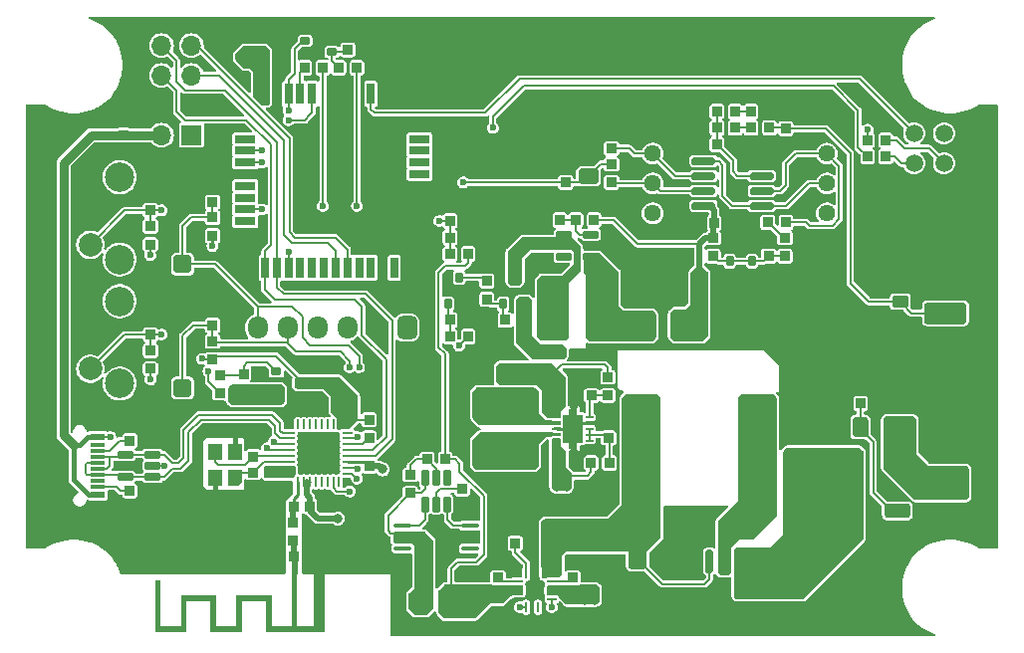
<source format=gtl>
G04 #@! TF.GenerationSoftware,KiCad,Pcbnew,8.0.2-8.0.2-0~ubuntu23.10.1*
G04 #@! TF.CreationDate,2024-05-02T10:32:58+07:00*
G04 #@! TF.ProjectId,Node_Analog,4e6f6465-5f41-46e6-916c-6f672e6b6963,rev?*
G04 #@! TF.SameCoordinates,Original*
G04 #@! TF.FileFunction,Copper,L1,Top*
G04 #@! TF.FilePolarity,Positive*
%FSLAX46Y46*%
G04 Gerber Fmt 4.6, Leading zero omitted, Abs format (unit mm)*
G04 Created by KiCad (PCBNEW 8.0.2-8.0.2-0~ubuntu23.10.1) date 2024-05-02 10:32:58*
%MOMM*%
%LPD*%
G01*
G04 APERTURE LIST*
G04 Aperture macros list*
%AMRoundRect*
0 Rectangle with rounded corners*
0 $1 Rounding radius*
0 $2 $3 $4 $5 $6 $7 $8 $9 X,Y pos of 4 corners*
0 Add a 4 corners polygon primitive as box body*
4,1,4,$2,$3,$4,$5,$6,$7,$8,$9,$2,$3,0*
0 Add four circle primitives for the rounded corners*
1,1,$1+$1,$2,$3*
1,1,$1+$1,$4,$5*
1,1,$1+$1,$6,$7*
1,1,$1+$1,$8,$9*
0 Add four rect primitives between the rounded corners*
20,1,$1+$1,$2,$3,$4,$5,0*
20,1,$1+$1,$4,$5,$6,$7,0*
20,1,$1+$1,$6,$7,$8,$9,0*
20,1,$1+$1,$8,$9,$2,$3,0*%
%AMFreePoly0*
4,1,21,-0.125000,1.200000,0.125000,1.200000,0.125000,1.700000,0.375000,1.700000,0.375000,1.200000,0.825000,1.200000,0.825000,-1.200000,0.375000,-1.200000,0.375000,-1.700000,0.125000,-1.700000,0.125000,-1.200000,-0.125000,-1.200000,-0.125000,-1.700000,-0.375000,-1.700000,-0.375000,-1.200000,-0.825000,-1.200000,-0.825000,1.200000,-0.375000,1.200000,-0.375000,1.700000,-0.125000,1.700000,
-0.125000,1.200000,-0.125000,1.200000,$1*%
%AMFreePoly1*
4,1,18,-0.700000,0.540000,-0.695433,0.562961,-0.682426,0.582426,-0.662961,0.595433,-0.640000,0.600000,0.640000,0.600000,0.662961,0.595433,0.682426,0.582426,0.695433,0.562961,0.700000,0.540000,0.700000,-0.540000,0.695433,-0.562961,0.682426,-0.582426,0.662961,-0.595433,0.640000,-0.600000,-0.400000,-0.600000,-0.700000,-0.300000,-0.700000,0.540000,-0.700000,0.540000,$1*%
G04 Aperture macros list end*
G04 #@! TA.AperFunction,EtchedComponent*
%ADD10C,0.000000*%
G04 #@! TD*
G04 #@! TA.AperFunction,SMDPad,CuDef*
%ADD11RoundRect,0.085000X-0.365000X0.340000X-0.365000X-0.340000X0.365000X-0.340000X0.365000X0.340000X0*%
G04 #@! TD*
G04 #@! TA.AperFunction,SMDPad,CuDef*
%ADD12RoundRect,0.090000X-0.210000X0.885000X-0.210000X-0.885000X0.210000X-0.885000X0.210000X0.885000X0*%
G04 #@! TD*
G04 #@! TA.AperFunction,SMDPad,CuDef*
%ADD13RoundRect,0.290000X1.160000X2.410000X-1.160000X2.410000X-1.160000X-2.410000X1.160000X-2.410000X0*%
G04 #@! TD*
G04 #@! TA.AperFunction,SMDPad,CuDef*
%ADD14RoundRect,0.090000X-0.560000X-0.210000X0.560000X-0.210000X0.560000X0.210000X-0.560000X0.210000X0*%
G04 #@! TD*
G04 #@! TA.AperFunction,SMDPad,CuDef*
%ADD15RoundRect,0.090000X0.210000X-0.360000X0.210000X0.360000X-0.210000X0.360000X-0.210000X-0.360000X0*%
G04 #@! TD*
G04 #@! TA.AperFunction,ComponentPad*
%ADD16C,1.440000*%
G04 #@! TD*
G04 #@! TA.AperFunction,SMDPad,CuDef*
%ADD17RoundRect,0.100000X0.637500X0.100000X-0.637500X0.100000X-0.637500X-0.100000X0.637500X-0.100000X0*%
G04 #@! TD*
G04 #@! TA.AperFunction,SMDPad,CuDef*
%ADD18RoundRect,0.085000X0.340000X0.365000X-0.340000X0.365000X-0.340000X-0.365000X0.340000X-0.365000X0*%
G04 #@! TD*
G04 #@! TA.AperFunction,SMDPad,CuDef*
%ADD19RoundRect,0.085000X0.365000X-0.340000X0.365000X0.340000X-0.365000X0.340000X-0.365000X-0.340000X0*%
G04 #@! TD*
G04 #@! TA.AperFunction,ComponentPad*
%ADD20C,2.000000*%
G04 #@! TD*
G04 #@! TA.AperFunction,ComponentPad*
%ADD21C,2.500000*%
G04 #@! TD*
G04 #@! TA.AperFunction,SMDPad,CuDef*
%ADD22RoundRect,0.062500X-0.375000X-0.062500X0.375000X-0.062500X0.375000X0.062500X-0.375000X0.062500X0*%
G04 #@! TD*
G04 #@! TA.AperFunction,SMDPad,CuDef*
%ADD23RoundRect,0.062500X-0.062500X-0.375000X0.062500X-0.375000X0.062500X0.375000X-0.062500X0.375000X0*%
G04 #@! TD*
G04 #@! TA.AperFunction,HeatsinkPad*
%ADD24C,0.500000*%
G04 #@! TD*
G04 #@! TA.AperFunction,HeatsinkPad*
%ADD25R,1.600000X1.600000*%
G04 #@! TD*
G04 #@! TA.AperFunction,SMDPad,CuDef*
%ADD26RoundRect,0.090000X0.210000X-0.560000X0.210000X0.560000X-0.210000X0.560000X-0.210000X-0.560000X0*%
G04 #@! TD*
G04 #@! TA.AperFunction,SMDPad,CuDef*
%ADD27RoundRect,0.085000X-0.340000X-0.365000X0.340000X-0.365000X0.340000X0.365000X-0.340000X0.365000X0*%
G04 #@! TD*
G04 #@! TA.AperFunction,SMDPad,CuDef*
%ADD28RoundRect,0.250000X-1.950000X-1.000000X1.950000X-1.000000X1.950000X1.000000X-1.950000X1.000000X0*%
G04 #@! TD*
G04 #@! TA.AperFunction,SMDPad,CuDef*
%ADD29RoundRect,0.150000X-0.600000X0.600000X-0.600000X-0.600000X0.600000X-0.600000X0.600000X0.600000X0*%
G04 #@! TD*
G04 #@! TA.AperFunction,ComponentPad*
%ADD30RoundRect,0.425000X-0.425000X0.550000X-0.425000X-0.550000X0.425000X-0.550000X0.425000X0.550000X0*%
G04 #@! TD*
G04 #@! TA.AperFunction,ComponentPad*
%ADD31O,1.700000X1.950000*%
G04 #@! TD*
G04 #@! TA.AperFunction,ComponentPad*
%ADD32R,1.700000X1.700000*%
G04 #@! TD*
G04 #@! TA.AperFunction,ComponentPad*
%ADD33O,1.700000X1.700000*%
G04 #@! TD*
G04 #@! TA.AperFunction,SMDPad,CuDef*
%ADD34RoundRect,0.100000X-0.575000X0.400000X-0.575000X-0.400000X0.575000X-0.400000X0.575000X0.400000X0*%
G04 #@! TD*
G04 #@! TA.AperFunction,SMDPad,CuDef*
%ADD35RoundRect,0.180000X1.020000X0.720000X-1.020000X0.720000X-1.020000X-0.720000X1.020000X-0.720000X0*%
G04 #@! TD*
G04 #@! TA.AperFunction,ComponentPad*
%ADD36RoundRect,0.250000X1.550000X-0.650000X1.550000X0.650000X-1.550000X0.650000X-1.550000X-0.650000X0*%
G04 #@! TD*
G04 #@! TA.AperFunction,ComponentPad*
%ADD37O,3.600000X1.800000*%
G04 #@! TD*
G04 #@! TA.AperFunction,SMDPad,CuDef*
%ADD38RoundRect,0.062500X0.062500X-0.375000X0.062500X0.375000X-0.062500X0.375000X-0.062500X-0.375000X0*%
G04 #@! TD*
G04 #@! TA.AperFunction,SMDPad,CuDef*
%ADD39RoundRect,0.062500X0.375000X-0.062500X0.375000X0.062500X-0.375000X0.062500X-0.375000X-0.062500X0*%
G04 #@! TD*
G04 #@! TA.AperFunction,ComponentPad*
%ADD40C,0.600000*%
G04 #@! TD*
G04 #@! TA.AperFunction,SMDPad,CuDef*
%ADD41R,3.450000X3.450000*%
G04 #@! TD*
G04 #@! TA.AperFunction,SMDPad,CuDef*
%ADD42R,0.700000X1.800000*%
G04 #@! TD*
G04 #@! TA.AperFunction,SMDPad,CuDef*
%ADD43R,1.800000X0.700000*%
G04 #@! TD*
G04 #@! TA.AperFunction,SMDPad,CuDef*
%ADD44RoundRect,0.090000X0.885000X0.210000X-0.885000X0.210000X-0.885000X-0.210000X0.885000X-0.210000X0*%
G04 #@! TD*
G04 #@! TA.AperFunction,SMDPad,CuDef*
%ADD45R,1.300000X0.600000*%
G04 #@! TD*
G04 #@! TA.AperFunction,SMDPad,CuDef*
%ADD46R,1.300000X0.300000*%
G04 #@! TD*
G04 #@! TA.AperFunction,ComponentPad*
%ADD47O,2.100000X1.000000*%
G04 #@! TD*
G04 #@! TA.AperFunction,ComponentPad*
%ADD48O,1.600000X1.000000*%
G04 #@! TD*
G04 #@! TA.AperFunction,SMDPad,CuDef*
%ADD49RoundRect,0.090000X-0.360000X-0.210000X0.360000X-0.210000X0.360000X0.210000X-0.360000X0.210000X0*%
G04 #@! TD*
G04 #@! TA.AperFunction,SMDPad,CuDef*
%ADD50RoundRect,0.090000X0.360000X0.210000X-0.360000X0.210000X-0.360000X-0.210000X0.360000X-0.210000X0*%
G04 #@! TD*
G04 #@! TA.AperFunction,SMDPad,CuDef*
%ADD51RoundRect,0.060000X-0.240000X-0.060000X0.240000X-0.060000X0.240000X0.060000X-0.240000X0.060000X0*%
G04 #@! TD*
G04 #@! TA.AperFunction,ComponentPad*
%ADD52C,0.500000*%
G04 #@! TD*
G04 #@! TA.AperFunction,SMDPad,CuDef*
%ADD53FreePoly0,0.000000*%
G04 #@! TD*
G04 #@! TA.AperFunction,SMDPad,CuDef*
%ADD54RoundRect,0.090000X0.560000X0.210000X-0.560000X0.210000X-0.560000X-0.210000X0.560000X-0.210000X0*%
G04 #@! TD*
G04 #@! TA.AperFunction,ConnectorPad*
%ADD55R,0.500000X0.500000*%
G04 #@! TD*
G04 #@! TA.AperFunction,ComponentPad*
%ADD56R,0.900000X0.500000*%
G04 #@! TD*
G04 #@! TA.AperFunction,SMDPad,CuDef*
%ADD57RoundRect,0.250000X0.400000X0.600000X-0.400000X0.600000X-0.400000X-0.600000X0.400000X-0.600000X0*%
G04 #@! TD*
G04 #@! TA.AperFunction,SMDPad,CuDef*
%ADD58RoundRect,0.250000X-0.550000X1.500000X-0.550000X-1.500000X0.550000X-1.500000X0.550000X1.500000X0*%
G04 #@! TD*
G04 #@! TA.AperFunction,SMDPad,CuDef*
%ADD59R,5.100000X2.350000*%
G04 #@! TD*
G04 #@! TA.AperFunction,SMDPad,CuDef*
%ADD60FreePoly1,90.000000*%
G04 #@! TD*
G04 #@! TA.AperFunction,SMDPad,CuDef*
%ADD61RoundRect,0.060000X0.540000X-0.640000X0.540000X0.640000X-0.540000X0.640000X-0.540000X-0.640000X0*%
G04 #@! TD*
G04 #@! TA.AperFunction,SMDPad,CuDef*
%ADD62RoundRect,0.250000X0.850000X0.350000X-0.850000X0.350000X-0.850000X-0.350000X0.850000X-0.350000X0*%
G04 #@! TD*
G04 #@! TA.AperFunction,SMDPad,CuDef*
%ADD63RoundRect,0.250000X1.275000X1.125000X-1.275000X1.125000X-1.275000X-1.125000X1.275000X-1.125000X0*%
G04 #@! TD*
G04 #@! TA.AperFunction,SMDPad,CuDef*
%ADD64RoundRect,0.249997X2.950003X2.650003X-2.950003X2.650003X-2.950003X-2.650003X2.950003X-2.650003X0*%
G04 #@! TD*
G04 #@! TA.AperFunction,SMDPad,CuDef*
%ADD65RoundRect,0.250000X0.600000X-0.400000X0.600000X0.400000X-0.600000X0.400000X-0.600000X-0.400000X0*%
G04 #@! TD*
G04 #@! TA.AperFunction,SMDPad,CuDef*
%ADD66R,2.350000X5.100000*%
G04 #@! TD*
G04 #@! TA.AperFunction,ComponentPad*
%ADD67C,1.500000*%
G04 #@! TD*
G04 #@! TA.AperFunction,ViaPad*
%ADD68C,0.800000*%
G04 #@! TD*
G04 #@! TA.AperFunction,ViaPad*
%ADD69C,0.600000*%
G04 #@! TD*
G04 #@! TA.AperFunction,Conductor*
%ADD70C,0.500000*%
G04 #@! TD*
G04 #@! TA.AperFunction,Conductor*
%ADD71C,0.200000*%
G04 #@! TD*
G04 #@! TA.AperFunction,Conductor*
%ADD72C,0.400000*%
G04 #@! TD*
G04 #@! TA.AperFunction,Conductor*
%ADD73C,0.250000*%
G04 #@! TD*
G04 #@! TA.AperFunction,Conductor*
%ADD74C,0.800000*%
G04 #@! TD*
G04 APERTURE END LIST*
D10*
G04 #@! TA.AperFunction,EtchedComponent*
G36*
X125300000Y-118850000D02*
G01*
X120300000Y-118850000D01*
X120300000Y-116210000D01*
X118300000Y-116210000D01*
X118300000Y-118850000D01*
X115600000Y-118850000D01*
X115600000Y-116210000D01*
X113600000Y-116210000D01*
X113600000Y-118850000D01*
X110900000Y-118850000D01*
X110900000Y-114410000D01*
X111400000Y-114410000D01*
X111400000Y-118350000D01*
X113100000Y-118350000D01*
X113100000Y-115710000D01*
X116100000Y-115710000D01*
X116100000Y-118350000D01*
X117800000Y-118350000D01*
X117800000Y-115710000D01*
X120800000Y-115710000D01*
X120800000Y-118350000D01*
X122500000Y-118350000D01*
X122500000Y-113450000D01*
X123000000Y-113450000D01*
X123000000Y-118350000D01*
X124400000Y-118350000D01*
X124400000Y-113708158D01*
X124701778Y-113708158D01*
X124710218Y-113756417D01*
X124727112Y-113788643D01*
X124762372Y-113821313D01*
X124807682Y-113841408D01*
X124857267Y-113847982D01*
X124905353Y-113840092D01*
X124938245Y-113823186D01*
X124973185Y-113786416D01*
X124992847Y-113741622D01*
X124997583Y-113693215D01*
X124987742Y-113645605D01*
X124963674Y-113603203D01*
X124925731Y-113570419D01*
X124917819Y-113566065D01*
X124875156Y-113553957D01*
X124826637Y-113554700D01*
X124781122Y-113567600D01*
X124762511Y-113578213D01*
X124728868Y-113613447D01*
X124708309Y-113658632D01*
X124701778Y-113708158D01*
X124400000Y-113708158D01*
X124400000Y-113450000D01*
X125300000Y-113450000D01*
X125300000Y-113693215D01*
X125300000Y-118850000D01*
G37*
G04 #@! TD.AperFunction*
D11*
X158350000Y-85317500D03*
X158350000Y-86867500D03*
D12*
X160555000Y-112825000D03*
X159285000Y-112825000D03*
X158015000Y-112825000D03*
X156745000Y-112825000D03*
X156745000Y-117775000D03*
X158015000Y-117775000D03*
X159285000Y-117775000D03*
X160555000Y-117775000D03*
D13*
X162150000Y-101550000D03*
X152250000Y-101550000D03*
D14*
X108412500Y-103750000D03*
X108412500Y-104700000D03*
X108412500Y-105650000D03*
X110687500Y-105650000D03*
X110687500Y-104700000D03*
X110687500Y-103750000D03*
D15*
X159750000Y-87280000D03*
X161650000Y-87280000D03*
X160700000Y-85005000D03*
D11*
X149450000Y-100775000D03*
X149450000Y-102325000D03*
D16*
X153200000Y-83220000D03*
X153200000Y-80680000D03*
X153200000Y-78140000D03*
D17*
X137662500Y-111725000D03*
X137662500Y-111075000D03*
X137662500Y-110425000D03*
X137662500Y-109775000D03*
X131937500Y-109775000D03*
X131937500Y-110425000D03*
X131937500Y-111075000D03*
X131937500Y-111725000D03*
D18*
X135575000Y-104150000D03*
X134025000Y-104150000D03*
D19*
X146400000Y-117112500D03*
X146400000Y-115562500D03*
X115800000Y-95650000D03*
X115800000Y-94100000D03*
D20*
X105400000Y-91950000D03*
X105400000Y-96450000D03*
D21*
X107900000Y-90700000D03*
X107900000Y-97700000D03*
D22*
X141762500Y-114537500D03*
X141762500Y-115037500D03*
X141762500Y-115537500D03*
X141762500Y-116037500D03*
D23*
X142450000Y-116725000D03*
X142950000Y-116725000D03*
X143450000Y-116725000D03*
X143950000Y-116725000D03*
D22*
X144637500Y-116037500D03*
X144637500Y-115537500D03*
X144637500Y-115037500D03*
X144637500Y-114537500D03*
D23*
X143950000Y-113850000D03*
X143450000Y-113850000D03*
X142950000Y-113850000D03*
X142450000Y-113850000D03*
D24*
X142650000Y-114737500D03*
X142650000Y-115837500D03*
X143200000Y-115287500D03*
D25*
X143200000Y-115287500D03*
D24*
X143750000Y-114737500D03*
X143750000Y-115837500D03*
D26*
X133850000Y-107987500D03*
X134800000Y-107987500D03*
X135750000Y-107987500D03*
X135750000Y-105712500D03*
X134800000Y-105712500D03*
X133850000Y-105712500D03*
D18*
X146625000Y-98650000D03*
X145075000Y-98650000D03*
D27*
X124050000Y-108150000D03*
X125600000Y-108150000D03*
D18*
X158425000Y-84030000D03*
X156875000Y-84030000D03*
D27*
X155625000Y-90200000D03*
X157175000Y-90200000D03*
D28*
X163900000Y-114450000D03*
X171300000Y-114450000D03*
D29*
X113250000Y-79750000D03*
X113250000Y-87550000D03*
D18*
X146625000Y-104450000D03*
X145075000Y-104450000D03*
D11*
X120650000Y-105275000D03*
X120650000Y-106825000D03*
X149700000Y-76145000D03*
X149700000Y-77695000D03*
D30*
X136075000Y-116250000D03*
D31*
X133535000Y-116250000D03*
D15*
X135800000Y-90937500D03*
X137700000Y-90937500D03*
X136750000Y-88662500D03*
D19*
X122650000Y-111050000D03*
X122650000Y-109500000D03*
D32*
X114000000Y-76575000D03*
D33*
X111460000Y-76575000D03*
X114000000Y-74035000D03*
X111460000Y-74035000D03*
X114000000Y-71495000D03*
X111460000Y-71495000D03*
X114000000Y-68955000D03*
X111460000Y-68955000D03*
D34*
X174250000Y-88850000D03*
X174250000Y-90750000D03*
D11*
X139100000Y-88975000D03*
X139100000Y-90525000D03*
D19*
X137000000Y-108225000D03*
X137000000Y-106675000D03*
D18*
X128075000Y-70850000D03*
X126525000Y-70850000D03*
D11*
X116450000Y-96975000D03*
X116450000Y-98525000D03*
D19*
X110500000Y-82975000D03*
X110500000Y-81425000D03*
D35*
X160600000Y-109800000D03*
X156550000Y-109800000D03*
D18*
X137525000Y-83875000D03*
X135975000Y-83875000D03*
D19*
X119250000Y-106825000D03*
X119250000Y-105275000D03*
D18*
X163125000Y-75950000D03*
X161575000Y-75950000D03*
X122725000Y-112400000D03*
X121175000Y-112400000D03*
X146625000Y-97250000D03*
X145075000Y-97250000D03*
D27*
X127625000Y-99125000D03*
X129175000Y-99125000D03*
D36*
X178100000Y-91710000D03*
D37*
X178100000Y-87900000D03*
D18*
X148225000Y-83800000D03*
X146675000Y-83800000D03*
X122725000Y-108150000D03*
X121175000Y-108150000D03*
D27*
X108775000Y-106850000D03*
X110325000Y-106850000D03*
D18*
X173025000Y-77000000D03*
X171475000Y-77000000D03*
D19*
X110525000Y-93550000D03*
X110525000Y-92000000D03*
D36*
X178100000Y-106500000D03*
D37*
X178100000Y-102690000D03*
D38*
X123050000Y-106062500D03*
X123550000Y-106062500D03*
X124050000Y-106062500D03*
X124550000Y-106062500D03*
X125050000Y-106062500D03*
X125550000Y-106062500D03*
X126050000Y-106062500D03*
X126550000Y-106062500D03*
D39*
X127237500Y-105375000D03*
X127237500Y-104875000D03*
X127237500Y-104375000D03*
X127237500Y-103875000D03*
X127237500Y-103375000D03*
X127237500Y-102875000D03*
X127237500Y-102375000D03*
X127237500Y-101875000D03*
D38*
X126550000Y-101187500D03*
X126050000Y-101187500D03*
X125550000Y-101187500D03*
X125050000Y-101187500D03*
X124550000Y-101187500D03*
X124050000Y-101187500D03*
X123550000Y-101187500D03*
X123050000Y-101187500D03*
D39*
X122362500Y-101875000D03*
X122362500Y-102375000D03*
X122362500Y-102875000D03*
X122362500Y-103375000D03*
X122362500Y-103875000D03*
X122362500Y-104375000D03*
X122362500Y-104875000D03*
X122362500Y-105375000D03*
D40*
X124200000Y-104225000D03*
X125400000Y-104225000D03*
X124800000Y-103625000D03*
D41*
X124800000Y-103625000D03*
D40*
X124200000Y-103050000D03*
X125400000Y-103050000D03*
D42*
X120250000Y-87855000D03*
X121250000Y-87855000D03*
X122250000Y-87855000D03*
X123250000Y-87855000D03*
X124250000Y-87855000D03*
X125250000Y-87855000D03*
X126250000Y-87855000D03*
X127250000Y-87855000D03*
X128250000Y-87855000D03*
X129250000Y-87855000D03*
X130250000Y-87855000D03*
X131250000Y-87855000D03*
D43*
X133385000Y-79900000D03*
X133385000Y-78900000D03*
X133385000Y-77900000D03*
X133385000Y-76900000D03*
D42*
X131250000Y-73055000D03*
X130250000Y-73055000D03*
X129250000Y-73055000D03*
X124250000Y-73055000D03*
X123250000Y-73055000D03*
X122250000Y-73055000D03*
X121250000Y-73055000D03*
X120250000Y-73055000D03*
D43*
X118585000Y-76900000D03*
X118585000Y-77900000D03*
X118585000Y-78900000D03*
X118585000Y-79900000D03*
X118585000Y-80900000D03*
X118585000Y-81900000D03*
X118585000Y-82900000D03*
X118585000Y-83900000D03*
D44*
X162475000Y-82585000D03*
X162475000Y-81315000D03*
X162475000Y-80045000D03*
X162475000Y-78775000D03*
X157525000Y-78775000D03*
X157525000Y-80045000D03*
X157525000Y-81315000D03*
X157525000Y-82585000D03*
D27*
X161575000Y-74550000D03*
X163125000Y-74550000D03*
X158675000Y-74550000D03*
X160225000Y-74550000D03*
X142875000Y-111287500D03*
X144425000Y-111287500D03*
X155625000Y-88800000D03*
X157175000Y-88800000D03*
D19*
X146400000Y-114212500D03*
X146400000Y-112662500D03*
D45*
X106025000Y-101450000D03*
X106025000Y-102250000D03*
D46*
X106025000Y-103450000D03*
X106025000Y-104450000D03*
X106025000Y-104950000D03*
X106025000Y-105950000D03*
D45*
X106025000Y-107150000D03*
X106025000Y-107950000D03*
X106025000Y-107950000D03*
X106025000Y-107150000D03*
D46*
X106025000Y-106450000D03*
X106025000Y-105450000D03*
X106025000Y-103950000D03*
X106025000Y-102950000D03*
D45*
X106025000Y-102250000D03*
X106025000Y-101450000D03*
D47*
X105030000Y-100380000D03*
D48*
X100850000Y-100380000D03*
D47*
X105030000Y-109020000D03*
D48*
X100850000Y-109020000D03*
D19*
X110525000Y-96450000D03*
X110525000Y-94900000D03*
X119850000Y-98425000D03*
X119850000Y-96875000D03*
D18*
X137525000Y-93700000D03*
X135975000Y-93700000D03*
D19*
X149700000Y-80595000D03*
X149700000Y-79045000D03*
D49*
X121212500Y-96700000D03*
X121212500Y-98600000D03*
X123487500Y-97650000D03*
D50*
X125937500Y-69500000D03*
X125937500Y-67600000D03*
X123662500Y-68550000D03*
D20*
X105400000Y-81400000D03*
X105400000Y-85900000D03*
D21*
X107900000Y-80150000D03*
X107900000Y-87150000D03*
D19*
X143900000Y-87325000D03*
X143900000Y-85775000D03*
D30*
X132320000Y-92950000D03*
D31*
X129780000Y-92950000D03*
X127240000Y-92950000D03*
X124700000Y-92950000D03*
X122160000Y-92950000D03*
X119620000Y-92950000D03*
D11*
X149400000Y-97175000D03*
X149400000Y-98725000D03*
D19*
X163050000Y-86867500D03*
X163050000Y-85317500D03*
D51*
X145050000Y-100550000D03*
X145050000Y-101050000D03*
X145050000Y-101550000D03*
X145050000Y-102050000D03*
X145050000Y-102550000D03*
X147850000Y-102550000D03*
X147850000Y-102050000D03*
X147850000Y-101550000D03*
X147850000Y-101050000D03*
X147850000Y-100550000D03*
D52*
X145875000Y-101550000D03*
X146450000Y-100600000D03*
D53*
X146450000Y-101550000D03*
D52*
X146450000Y-102500000D03*
X147025000Y-101550000D03*
D19*
X115800000Y-82275000D03*
X115800000Y-80725000D03*
X127300000Y-69325000D03*
X127300000Y-67775000D03*
D27*
X135975000Y-85275000D03*
X137525000Y-85275000D03*
D19*
X132600000Y-107025000D03*
X132600000Y-105475000D03*
X145800000Y-80595000D03*
X145800000Y-79045000D03*
D18*
X160225000Y-75950000D03*
X158675000Y-75950000D03*
D54*
X147937500Y-86950000D03*
X147937500Y-86000000D03*
X147937500Y-85050000D03*
X145662500Y-85050000D03*
X145662500Y-86000000D03*
X145662500Y-86950000D03*
D15*
X140500000Y-90937500D03*
X142400000Y-90937500D03*
X141450000Y-88662500D03*
D55*
X122750000Y-113700000D03*
D56*
X124850000Y-113700000D03*
D57*
X174350000Y-101400000D03*
X170850000Y-101400000D03*
D27*
X135975000Y-92300000D03*
X137525000Y-92300000D03*
D18*
X126275000Y-99125000D03*
X124725000Y-99125000D03*
D27*
X123625000Y-70850000D03*
X125175000Y-70850000D03*
D35*
X156100000Y-92600000D03*
X152050000Y-92600000D03*
D19*
X115800000Y-85125000D03*
X115800000Y-83575000D03*
D27*
X108775000Y-102550000D03*
X110325000Y-102550000D03*
D58*
X151900000Y-111700000D03*
X151900000Y-117100000D03*
D19*
X164500000Y-76025000D03*
X164500000Y-74475000D03*
D27*
X162975000Y-83992500D03*
X164525000Y-83992500D03*
X147975000Y-104450000D03*
X149525000Y-104450000D03*
D11*
X119250000Y-102375000D03*
X119250000Y-103925000D03*
D59*
X140725000Y-99475000D03*
X140725000Y-103625000D03*
D19*
X140050000Y-117112500D03*
X140050000Y-115562500D03*
D18*
X141525000Y-111287500D03*
X139975000Y-111287500D03*
X145325000Y-83800000D03*
X143775000Y-83800000D03*
D27*
X119910000Y-69450000D03*
X121460000Y-69450000D03*
X158675000Y-77350000D03*
X160225000Y-77350000D03*
D29*
X113250000Y-90275000D03*
X113250000Y-98075000D03*
D19*
X110500000Y-85875000D03*
X110500000Y-84325000D03*
D16*
X168000000Y-83230000D03*
X168000000Y-80690000D03*
X168000000Y-78150000D03*
D19*
X108200000Y-76575000D03*
X108200000Y-75025000D03*
D11*
X129100000Y-100775000D03*
X129100000Y-102325000D03*
D18*
X173025000Y-78400000D03*
X171475000Y-78400000D03*
D60*
X117700000Y-105700000D03*
D61*
X117700000Y-103500000D03*
X116000000Y-103500000D03*
X116000000Y-105700000D03*
D62*
X174000000Y-108527500D03*
D63*
X169375000Y-107772500D03*
X169375000Y-104722500D03*
D64*
X167700000Y-106247500D03*
D63*
X166025000Y-107772500D03*
X166025000Y-104722500D03*
D62*
X174000000Y-103967500D03*
D65*
X147750000Y-80070000D03*
X147750000Y-76570000D03*
D11*
X129100000Y-104725000D03*
X129100000Y-106275000D03*
D27*
X119910000Y-70850000D03*
X121460000Y-70850000D03*
D19*
X164450000Y-86867500D03*
X164450000Y-85317500D03*
X140050000Y-114212500D03*
X140050000Y-112662500D03*
X118450000Y-98425000D03*
X118450000Y-96875000D03*
D18*
X172425000Y-99400000D03*
X170875000Y-99400000D03*
D19*
X148000000Y-98725000D03*
X148000000Y-97175000D03*
X115800000Y-92750000D03*
X115800000Y-91200000D03*
D66*
X144725000Y-91350000D03*
X148875000Y-91350000D03*
D18*
X137525000Y-86675000D03*
X135975000Y-86675000D03*
X142225000Y-92300000D03*
X140675000Y-92300000D03*
D67*
X177975000Y-78970000D03*
X177975000Y-76430000D03*
X175435000Y-78970000D03*
X175435000Y-76430000D03*
D68*
X168600000Y-101700000D03*
X130700000Y-89400000D03*
X106700000Y-78100000D03*
X144700000Y-87800000D03*
X123400000Y-99000000D03*
X169120000Y-96900000D03*
X117000000Y-79900000D03*
X170280000Y-94700000D03*
X112200000Y-89100000D03*
X132500000Y-84200000D03*
X142900000Y-110300000D03*
X171220000Y-67200000D03*
X132600000Y-89400000D03*
X166500000Y-79600000D03*
X123800000Y-81800000D03*
X126420000Y-113400000D03*
X153200000Y-87000000D03*
X120400000Y-111400000D03*
X168600000Y-114500000D03*
X166060000Y-98900000D03*
X119200000Y-89500000D03*
X121500000Y-111400000D03*
X112600000Y-92400000D03*
X126700000Y-79700000D03*
X134200000Y-92400000D03*
X155200000Y-75000000D03*
X136900000Y-98280000D03*
X136900000Y-100820000D03*
X139120000Y-118500000D03*
D69*
X116900000Y-107100000D03*
D68*
X116800000Y-70100000D03*
X171100000Y-86200000D03*
X149400000Y-107900000D03*
X121400000Y-71700000D03*
X101000000Y-75300000D03*
X108300000Y-84800000D03*
X171060000Y-79600000D03*
X135200000Y-113700000D03*
X136400000Y-110500000D03*
X149400000Y-84700000D03*
X160000000Y-90400000D03*
X171760000Y-87800000D03*
X130100000Y-68500000D03*
X138400000Y-96900000D03*
X140000000Y-110300000D03*
X181400000Y-79920000D03*
X129200000Y-91600000D03*
X155560000Y-67200000D03*
X151200000Y-90200000D03*
X181400000Y-103200000D03*
X135200000Y-110400000D03*
X145400000Y-67200000D03*
X134800000Y-87300000D03*
X126700000Y-72300000D03*
X180400000Y-83700000D03*
X117900000Y-93000000D03*
X155900000Y-84000000D03*
X173940000Y-81500000D03*
X102800000Y-109000000D03*
X107400000Y-101300000D03*
X151200000Y-88700000D03*
X132600000Y-87300000D03*
X123800000Y-79700000D03*
X151860000Y-69400000D03*
X153200000Y-90200000D03*
X161200000Y-77300000D03*
X110300000Y-107800000D03*
X105300000Y-75300000D03*
X119000000Y-113400000D03*
X136000000Y-81600000D03*
X148600000Y-103300000D03*
X168600000Y-98900000D03*
X155200000Y-77600000D03*
X121500000Y-110300000D03*
X121500000Y-109200000D03*
X123900000Y-109700000D03*
X181400000Y-90500000D03*
X117800000Y-111400000D03*
X164980000Y-69400000D03*
X148700000Y-99800000D03*
X135900000Y-73900000D03*
X157060000Y-116200000D03*
X109800000Y-101300000D03*
X101000000Y-110860000D03*
X103000000Y-75300000D03*
X181400000Y-98120000D03*
X113200000Y-99600000D03*
X101000000Y-103240000D03*
X166700000Y-77000000D03*
X157300000Y-75000000D03*
X147600000Y-103300000D03*
X101000000Y-77840000D03*
X172140000Y-118500000D03*
D69*
X114600000Y-104600000D03*
D68*
X141100000Y-106300000D03*
X120200000Y-107700000D03*
X133600000Y-71600000D03*
X125100000Y-100100000D03*
X118500000Y-68300000D03*
X147700000Y-81700000D03*
X114300000Y-85400000D03*
X137100000Y-113900000D03*
X156600000Y-85000000D03*
X149100000Y-112700000D03*
X159600000Y-116200000D03*
X138400000Y-85300000D03*
X123900000Y-110800000D03*
D69*
X118300000Y-107200000D03*
D68*
X173900000Y-110500000D03*
X114800000Y-80800000D03*
X120200000Y-113400000D03*
X172700000Y-75500000D03*
X169000000Y-92600000D03*
X108190000Y-74070000D03*
X138000000Y-107500000D03*
X153200000Y-84900000D03*
X142860000Y-67200000D03*
X113920000Y-113400000D03*
X117000000Y-82100000D03*
X144300000Y-82800000D03*
X148700000Y-101000000D03*
X119000000Y-107700000D03*
D69*
X119900000Y-106200000D03*
D68*
X154700000Y-90200000D03*
X153200000Y-88800000D03*
X114200000Y-96500000D03*
X138800000Y-105800000D03*
X163100000Y-73500000D03*
X149900000Y-114000000D03*
D69*
X115400000Y-102000000D03*
D68*
X116100000Y-68400000D03*
X146500000Y-103600000D03*
X118000000Y-91300000D03*
X155800000Y-111500000D03*
D69*
X109450000Y-104700000D03*
D68*
X108100000Y-99600000D03*
X138200000Y-87800000D03*
X112720000Y-111400000D03*
X181400000Y-105740000D03*
X123800000Y-76100000D03*
X144500000Y-75400000D03*
X162100000Y-85300000D03*
X131500000Y-118500000D03*
X141700000Y-69400000D03*
X122500000Y-68400000D03*
D69*
X114600000Y-103200000D03*
D68*
X172780000Y-83700000D03*
X132300000Y-68500000D03*
X114200000Y-94100000D03*
X114000000Y-82500000D03*
X112500000Y-103300000D03*
X177860000Y-83700000D03*
X129600000Y-109400000D03*
X171400000Y-81500000D03*
X126600000Y-81800000D03*
X154700000Y-88800000D03*
X119000000Y-109200000D03*
X160900000Y-79100000D03*
X137780000Y-67200000D03*
X149300000Y-95100000D03*
X147300000Y-97700000D03*
X134300000Y-73900000D03*
X128200000Y-68500000D03*
X158100000Y-67200000D03*
X148300000Y-96900000D03*
X101000000Y-95620000D03*
X173600000Y-79600000D03*
X144200000Y-118500000D03*
X126700000Y-76100000D03*
X131600000Y-76100000D03*
X130200000Y-86400000D03*
X155600000Y-87000000D03*
D69*
X118300000Y-102000000D03*
D68*
X141660000Y-118500000D03*
X138300000Y-76600000D03*
X156940000Y-69400000D03*
X110600000Y-99600000D03*
X101000000Y-90540000D03*
X101000000Y-82920000D03*
X135500000Y-69900000D03*
D69*
X116900000Y-102000000D03*
D68*
X167740000Y-94700000D03*
X138000000Y-108800000D03*
X149900000Y-116500000D03*
X115800000Y-79800000D03*
X128960000Y-113400000D03*
X154100000Y-112700000D03*
X176860000Y-94600000D03*
X136900000Y-95740000D03*
X137000000Y-71300000D03*
X145200000Y-81700000D03*
X144240000Y-69400000D03*
X165200000Y-94700000D03*
X141000000Y-112600000D03*
X134800000Y-109500000D03*
X120400000Y-108900000D03*
X168900000Y-87800000D03*
X135100000Y-78000000D03*
X160400000Y-81200000D03*
X126600000Y-84200000D03*
X179400000Y-94600000D03*
X176480000Y-81500000D03*
X134000000Y-99660000D03*
X134000000Y-97120000D03*
X166500000Y-82600000D03*
X120200000Y-112400000D03*
X116460000Y-109200000D03*
X179020000Y-81500000D03*
X101000000Y-80380000D03*
X136400000Y-111300000D03*
X120800000Y-68300000D03*
X123900000Y-111900000D03*
X138400000Y-92800000D03*
X115260000Y-111400000D03*
X170060000Y-69400000D03*
X146400000Y-96900000D03*
X158000000Y-111100000D03*
D69*
X115400000Y-107100000D03*
D68*
X112400000Y-85400000D03*
X174140000Y-92300000D03*
X101000000Y-105780000D03*
X112300000Y-96000000D03*
X158300000Y-116200000D03*
X122300000Y-89400000D03*
X134200000Y-94900000D03*
X163920000Y-92600000D03*
X177000000Y-108700000D03*
X167060000Y-118500000D03*
X108900000Y-67100000D03*
X134040000Y-118500000D03*
X174200000Y-96900000D03*
X181400000Y-87960000D03*
X154400000Y-116500000D03*
X147800000Y-77700000D03*
X117000000Y-84300000D03*
X166580000Y-96900000D03*
X167900000Y-73300000D03*
X165900000Y-87900000D03*
X146900000Y-95100000D03*
X111300000Y-101900000D03*
X153000000Y-115000000D03*
X119700000Y-101600000D03*
X167520000Y-69400000D03*
X138300000Y-79500000D03*
X176860000Y-98300000D03*
X112900000Y-106100000D03*
X181400000Y-95580000D03*
X123900000Y-113000000D03*
X166060000Y-101700000D03*
X119500000Y-85300000D03*
X125100000Y-107200000D03*
X163600000Y-67200000D03*
X120000000Y-79900000D03*
X171660000Y-96900000D03*
X160640000Y-67200000D03*
X167620000Y-90400000D03*
X148900000Y-106000000D03*
X124800000Y-68500000D03*
X111380000Y-109200000D03*
X107300000Y-107900000D03*
X138400000Y-83900000D03*
X129900000Y-71600000D03*
X171300000Y-112500000D03*
X124000000Y-96100000D03*
X128700000Y-94800000D03*
X181400000Y-82460000D03*
X107400000Y-67100000D03*
X107640000Y-111400000D03*
X181400000Y-93040000D03*
X181400000Y-77380000D03*
X145800000Y-78200000D03*
X172400000Y-98400000D03*
X116900000Y-78500000D03*
X135100000Y-75700000D03*
X108840000Y-113400000D03*
X155800000Y-113800000D03*
X181400000Y-100660000D03*
X111380000Y-113400000D03*
X151100000Y-81700000D03*
X181400000Y-108280000D03*
X149280000Y-118500000D03*
X173900000Y-112900000D03*
X146800000Y-74200000D03*
X146780000Y-69400000D03*
X123800000Y-84200000D03*
X166140000Y-67200000D03*
X108300000Y-95100000D03*
X150480000Y-67200000D03*
X101000000Y-88000000D03*
X155500000Y-82200000D03*
X132500000Y-81800000D03*
X173900000Y-67200000D03*
X165900000Y-85360000D03*
X141100000Y-108800000D03*
X146400000Y-76600000D03*
X151200000Y-87000000D03*
X131500000Y-116100000D03*
X179400000Y-98300000D03*
X131400000Y-106300000D03*
X158500000Y-108600000D03*
X140320000Y-67200000D03*
X105000000Y-98600000D03*
X111300000Y-106800000D03*
X166600000Y-74800000D03*
X165080000Y-90400000D03*
X109300000Y-81600000D03*
X168900000Y-85260000D03*
X175200000Y-74300000D03*
X126700000Y-74200000D03*
X162020000Y-69400000D03*
X131500000Y-113400000D03*
X175320000Y-83700000D03*
X146000000Y-82800000D03*
X138400000Y-81600000D03*
X162540000Y-90400000D03*
X171100000Y-83660000D03*
X157300000Y-77600000D03*
X110800000Y-72800000D03*
X160700000Y-84000000D03*
X147700000Y-75400000D03*
X149900000Y-99800000D03*
X144500000Y-79000000D03*
X171300000Y-116300000D03*
X121900000Y-107200000D03*
X163800000Y-77300000D03*
X101000000Y-93080000D03*
X150700000Y-76200000D03*
X131800000Y-71600000D03*
X114800000Y-91200000D03*
X136580000Y-118500000D03*
X116460000Y-113400000D03*
X147940000Y-67200000D03*
X181400000Y-74700000D03*
X134200000Y-68500000D03*
X108840000Y-109200000D03*
X181400000Y-85000000D03*
X159480000Y-69400000D03*
X129400000Y-81800000D03*
X154700000Y-109800000D03*
X164520000Y-118500000D03*
X179400000Y-89800000D03*
X150800000Y-115000000D03*
X110180000Y-111400000D03*
X174300000Y-87800000D03*
X161980000Y-118500000D03*
X134000000Y-102200000D03*
X161380000Y-92600000D03*
X105400000Y-88900000D03*
X146500000Y-99500000D03*
X138400000Y-72800000D03*
X118600000Y-88200000D03*
X129400000Y-79700000D03*
X169100000Y-74800000D03*
X105400000Y-94200000D03*
X173200000Y-71700000D03*
X105400000Y-79700000D03*
X176860000Y-89800000D03*
X149400000Y-86000000D03*
X107200000Y-75000000D03*
X152800000Y-75000000D03*
X149400000Y-82800000D03*
X115500000Y-99600000D03*
X171600000Y-92300000D03*
X101000000Y-98160000D03*
X105300000Y-83500000D03*
X138400000Y-91600000D03*
X110000000Y-78100000D03*
X149700000Y-75200000D03*
X151100000Y-79300000D03*
X125000000Y-89400000D03*
X160700000Y-86092500D03*
X153020000Y-67200000D03*
X117500000Y-85700000D03*
X135200000Y-111900000D03*
X138700000Y-113900000D03*
X172820000Y-94700000D03*
X181400000Y-110820000D03*
X121900000Y-100200000D03*
X149320000Y-69400000D03*
X173400000Y-99400000D03*
X136900000Y-103360000D03*
D69*
X114600000Y-106100000D03*
D68*
X172600000Y-69400000D03*
X129400000Y-76100000D03*
X171900000Y-108700000D03*
X174680000Y-118500000D03*
X127800000Y-111300000D03*
X126100000Y-96100000D03*
X154360000Y-118500000D03*
X164500000Y-73500000D03*
X132200000Y-73900000D03*
X136400000Y-112200000D03*
X169600000Y-118500000D03*
X146740000Y-118500000D03*
X168680000Y-67200000D03*
X112500000Y-101300000D03*
X166460000Y-92600000D03*
X154400000Y-69400000D03*
X151100000Y-83800000D03*
X101000000Y-85460000D03*
X123400000Y-100100000D03*
X129400000Y-84200000D03*
X128000000Y-89400000D03*
X121500000Y-113400000D03*
X113920000Y-109200000D03*
X159100000Y-114800000D03*
D69*
X111475000Y-82975000D03*
X122250000Y-74475000D03*
D68*
X140400000Y-96450000D03*
X117550000Y-98200000D03*
D69*
X139625000Y-75950000D03*
D68*
X140400000Y-97350000D03*
D69*
X110500000Y-86775000D03*
D68*
X117550000Y-99100000D03*
X119175000Y-69800000D03*
X118175000Y-69800000D03*
X141300000Y-96450000D03*
D69*
X110525000Y-97350000D03*
D68*
X141300000Y-97350000D03*
X118675000Y-70500000D03*
D69*
X141900000Y-116725000D03*
D68*
X144200000Y-110600000D03*
D69*
X111675000Y-104700000D03*
D68*
X145100000Y-109700000D03*
X144200000Y-109700000D03*
D69*
X107100000Y-102250000D03*
D68*
X145100000Y-110600000D03*
D69*
X144425000Y-112200000D03*
D68*
X145925000Y-105550000D03*
X147400000Y-116100000D03*
X145025000Y-105550000D03*
X145425000Y-95050000D03*
X147400000Y-115200000D03*
X144425000Y-95050000D03*
X145925000Y-106450000D03*
X148300000Y-115200000D03*
D69*
X171475000Y-76100000D03*
D68*
X148300000Y-116100000D03*
X145025000Y-106450000D03*
X121425000Y-105125000D03*
X125550000Y-97650000D03*
X130250000Y-105000000D03*
X126450000Y-109175000D03*
D69*
X114900000Y-95600000D03*
X115800000Y-86000000D03*
D68*
X126450000Y-97650000D03*
D69*
X127450000Y-106875000D03*
X127450000Y-96325000D03*
X128100000Y-102250000D03*
X128250003Y-96325000D03*
X119975000Y-82900000D03*
X137100000Y-80595000D03*
X119975000Y-77900000D03*
X135075000Y-83875000D03*
X120425000Y-103200000D03*
X121025548Y-102663350D03*
X128074528Y-105799528D03*
X128075000Y-82600000D03*
X125175000Y-82600000D03*
X128125000Y-105000000D03*
X115450000Y-96650000D03*
X122250000Y-86475000D03*
X136750000Y-94475000D03*
X119975000Y-78900000D03*
X122250000Y-75300000D03*
X111475000Y-93525000D03*
X144625000Y-116725000D03*
D70*
X122725000Y-111125000D02*
X122650000Y-111050000D01*
X122750000Y-112425000D02*
X122725000Y-112400000D01*
X122750000Y-113700000D02*
X122750000Y-112425000D01*
X122725000Y-112400000D02*
X122725000Y-111125000D01*
D71*
X108412500Y-104700000D02*
X109450000Y-104700000D01*
X175200000Y-87900000D02*
X174250000Y-88850000D01*
D72*
X115300000Y-102100000D02*
X115100000Y-102100000D01*
D71*
X164425000Y-74550000D02*
X164500000Y-74475000D01*
X163125000Y-74550000D02*
X164425000Y-74550000D01*
D72*
X146450000Y-104275000D02*
X146625000Y-104450000D01*
D71*
X178100000Y-87900000D02*
X175200000Y-87900000D01*
X161650000Y-78775000D02*
X160225000Y-77350000D01*
D72*
X114700000Y-103300000D02*
X114700000Y-104500000D01*
X119250000Y-102375000D02*
X118975000Y-102100000D01*
X146450000Y-102500000D02*
X146450000Y-104275000D01*
X116000000Y-105700000D02*
X116000000Y-107100000D01*
D71*
X145800000Y-79045000D02*
X145800000Y-77175000D01*
D72*
X118200000Y-107100000D02*
X118300000Y-107200000D01*
D71*
X162475000Y-78775000D02*
X161650000Y-78775000D01*
X121250000Y-71550000D02*
X121250000Y-71060000D01*
D73*
X146950000Y-101050000D02*
X146450000Y-101550000D01*
D72*
X146450000Y-98825000D02*
X146625000Y-98650000D01*
X114700000Y-106600000D02*
X115200000Y-107100000D01*
D71*
X121250000Y-73055000D02*
X121250000Y-71850000D01*
D72*
X146625000Y-97250000D02*
X147925000Y-97250000D01*
X115100000Y-102100000D02*
X114700000Y-102500000D01*
X115200000Y-107100000D02*
X115400000Y-107100000D01*
D71*
X121460000Y-70850000D02*
X121460000Y-69450000D01*
D72*
X118300000Y-107200000D02*
X118400000Y-107100000D01*
D71*
X146405000Y-76570000D02*
X147750000Y-76570000D01*
D72*
X116000000Y-107100000D02*
X116900000Y-107100000D01*
X118400000Y-102100000D02*
X118300000Y-102000000D01*
X114700000Y-106200000D02*
X114700000Y-106600000D01*
X118400000Y-107100000D02*
X118975000Y-107100000D01*
X117700000Y-103500000D02*
X117700000Y-102100000D01*
X146625000Y-98650000D02*
X146625000Y-97250000D01*
X115400000Y-102000000D02*
X115300000Y-102100000D01*
X118975000Y-107100000D02*
X119250000Y-106825000D01*
D71*
X149700000Y-76145000D02*
X148175000Y-76145000D01*
D73*
X147850000Y-101050000D02*
X146950000Y-101050000D01*
D72*
X116800000Y-102100000D02*
X115500000Y-102100000D01*
X117000000Y-102100000D02*
X116900000Y-102000000D01*
X118200000Y-102100000D02*
X117700000Y-102100000D01*
X116900000Y-102000000D02*
X116800000Y-102100000D01*
D71*
X145800000Y-77175000D02*
X146405000Y-76570000D01*
D73*
X145050000Y-101550000D02*
X146450000Y-101550000D01*
D71*
X121250000Y-71850000D02*
X121400000Y-71700000D01*
X121400000Y-71700000D02*
X121250000Y-71550000D01*
D72*
X116900000Y-107100000D02*
X118200000Y-107100000D01*
D71*
X137525000Y-85275000D02*
X137525000Y-83875000D01*
D72*
X114700000Y-104700000D02*
X114700000Y-106000000D01*
X114600000Y-106100000D02*
X114700000Y-106200000D01*
X114600000Y-104600000D02*
X114700000Y-104700000D01*
D71*
X148175000Y-76145000D02*
X147750000Y-76570000D01*
D72*
X118300000Y-102000000D02*
X118200000Y-102100000D01*
X118975000Y-102100000D02*
X118400000Y-102100000D01*
D71*
X121250000Y-71060000D02*
X121460000Y-70850000D01*
D72*
X114700000Y-106000000D02*
X114600000Y-106100000D01*
X114700000Y-104500000D02*
X114600000Y-104600000D01*
X146450000Y-100600000D02*
X146450000Y-98825000D01*
X147925000Y-97250000D02*
X148000000Y-97175000D01*
X114600000Y-103200000D02*
X114700000Y-103300000D01*
X117700000Y-102100000D02*
X117000000Y-102100000D01*
X114700000Y-102500000D02*
X114700000Y-103100000D01*
X115500000Y-102100000D02*
X115400000Y-102000000D01*
X114700000Y-103100000D02*
X114600000Y-103200000D01*
X115400000Y-107100000D02*
X116000000Y-107100000D01*
D71*
X130950000Y-110425000D02*
X130725000Y-110200000D01*
X131937500Y-110425000D02*
X130950000Y-110425000D01*
X132600000Y-107025000D02*
X133500000Y-107025000D01*
X130725000Y-110200000D02*
X130725000Y-108900000D01*
X133850000Y-106675000D02*
X133850000Y-105712500D01*
X133500000Y-107025000D02*
X133850000Y-106675000D01*
X130725000Y-108900000D02*
X132600000Y-107025000D01*
X137525000Y-87425000D02*
X137525000Y-86675000D01*
X136800000Y-105200000D02*
X136800000Y-104500000D01*
X135575000Y-95175000D02*
X135000000Y-94600000D01*
X138850000Y-107250000D02*
X136800000Y-105200000D01*
X135600000Y-87700000D02*
X137250000Y-87700000D01*
X137250000Y-87700000D02*
X137525000Y-87425000D01*
X138850000Y-112250000D02*
X138850000Y-107250000D01*
X138200000Y-112900000D02*
X138850000Y-112250000D01*
X136450000Y-104150000D02*
X135575000Y-104150000D01*
X135575000Y-104150000D02*
X135575000Y-95175000D01*
X136075000Y-113450000D02*
X136625000Y-112900000D01*
X136625000Y-112900000D02*
X138200000Y-112900000D01*
X136800000Y-104500000D02*
X136450000Y-104150000D01*
X135000000Y-88300000D02*
X135600000Y-87700000D01*
X135000000Y-94600000D02*
X135000000Y-88300000D01*
X136075000Y-116250000D02*
X136075000Y-113450000D01*
X111475000Y-82975000D02*
X110500000Y-82975000D01*
X110500000Y-84325000D02*
X110500000Y-82975000D01*
X122775000Y-69250000D02*
X123475000Y-68550000D01*
X108325000Y-82975000D02*
X105400000Y-85900000D01*
X110500000Y-82975000D02*
X108325000Y-82975000D01*
X122250000Y-73055000D02*
X122250000Y-74475000D01*
X123475000Y-68550000D02*
X123662500Y-68550000D01*
X122775000Y-71325000D02*
X122775000Y-69250000D01*
X122250000Y-71850000D02*
X122775000Y-71325000D01*
X122250000Y-73055000D02*
X122250000Y-71850000D01*
X145475000Y-96100000D02*
X149150000Y-96100000D01*
X110525000Y-96450000D02*
X110525000Y-97350000D01*
X149400000Y-96350000D02*
X149400000Y-97175000D01*
X145075000Y-96500000D02*
X145475000Y-96100000D01*
X120250000Y-71190000D02*
X119910000Y-70850000D01*
X117975000Y-98425000D02*
X117550000Y-98850000D01*
X121212500Y-98600000D02*
X120025000Y-98600000D01*
X171475000Y-78400000D02*
X170650000Y-77575000D01*
X118450000Y-98425000D02*
X117975000Y-98425000D01*
X119910000Y-70850000D02*
X119910000Y-69450000D01*
X142225000Y-72400000D02*
X139625000Y-75000000D01*
X110500000Y-85875000D02*
X110500000Y-86775000D01*
X170650000Y-74450000D02*
X168600000Y-72400000D01*
X145075000Y-97250000D02*
X145075000Y-96500000D01*
X170650000Y-77575000D02*
X170650000Y-74450000D01*
X168600000Y-72400000D02*
X142225000Y-72400000D01*
X117550000Y-98000000D02*
X117975000Y-98425000D01*
X149150000Y-96100000D02*
X149400000Y-96350000D01*
X120250000Y-73055000D02*
X120250000Y-71190000D01*
X120025000Y-98600000D02*
X119850000Y-98425000D01*
X117550000Y-97950000D02*
X117550000Y-98000000D01*
X139625000Y-75000000D02*
X139625000Y-75950000D01*
X119850000Y-98425000D02*
X118450000Y-98425000D01*
X162637500Y-87280000D02*
X163050000Y-86867500D01*
X163050000Y-86867500D02*
X164450000Y-86867500D01*
X161650000Y-87280000D02*
X162637500Y-87280000D01*
X159750000Y-87280000D02*
X161650000Y-87280000D01*
X158762500Y-87280000D02*
X158350000Y-86867500D01*
X159750000Y-87280000D02*
X158762500Y-87280000D01*
X170000000Y-78100000D02*
X167925000Y-76025000D01*
X174250000Y-90750000D02*
X171575000Y-90750000D01*
X164425000Y-75950000D02*
X164500000Y-76025000D01*
X163125000Y-75950000D02*
X164425000Y-75950000D01*
X170000000Y-89175000D02*
X170000000Y-78100000D01*
X175210000Y-91710000D02*
X174250000Y-90750000D01*
X167925000Y-76025000D02*
X164500000Y-76025000D01*
X178100000Y-91710000D02*
X175210000Y-91710000D01*
X171575000Y-90750000D02*
X170000000Y-89175000D01*
X157625000Y-114750000D02*
X154025000Y-114750000D01*
X151900000Y-112625000D02*
X151900000Y-111700000D01*
X142450000Y-116725000D02*
X141900000Y-116725000D01*
D74*
X103125000Y-78950000D02*
X105500000Y-76575000D01*
D71*
X144425000Y-111287500D02*
X144425000Y-112200000D01*
D72*
X106025000Y-102250000D02*
X105156016Y-102250000D01*
D74*
X105500000Y-76575000D02*
X108200000Y-76575000D01*
D72*
X103975000Y-105898274D02*
X105226726Y-107150000D01*
D71*
X106025000Y-102250000D02*
X107100000Y-102250000D01*
D72*
X105226726Y-107150000D02*
X106025000Y-107150000D01*
D71*
X158015000Y-114360000D02*
X157625000Y-114750000D01*
D74*
X108200000Y-76575000D02*
X111460000Y-76575000D01*
D71*
X158015000Y-112825000D02*
X158015000Y-114360000D01*
D72*
X104481016Y-102925000D02*
X103975000Y-102925000D01*
D74*
X103975000Y-102925000D02*
X103125000Y-102075000D01*
D71*
X111675000Y-104700000D02*
X110687500Y-104700000D01*
D72*
X103975000Y-102925000D02*
X103975000Y-105898274D01*
X105156016Y-102250000D02*
X104481016Y-102925000D01*
D71*
X154025000Y-114750000D02*
X151900000Y-112625000D01*
D74*
X103125000Y-102075000D02*
X103125000Y-78950000D01*
D71*
X145050000Y-102550000D02*
X145050000Y-104425000D01*
X171475000Y-76100000D02*
X171475000Y-77000000D01*
X145925000Y-105550000D02*
X147650000Y-105550000D01*
X147650000Y-105550000D02*
X147975000Y-105225000D01*
X145050000Y-104425000D02*
X145075000Y-104450000D01*
X147975000Y-105225000D02*
X147975000Y-104450000D01*
X149525000Y-104450000D02*
X149525000Y-102400000D01*
X147850000Y-102050000D02*
X149175000Y-102050000D01*
X147850000Y-102050000D02*
X147850000Y-102550000D01*
X147850000Y-101550000D02*
X147850000Y-102050000D01*
X149175000Y-102050000D02*
X149450000Y-102325000D01*
X149525000Y-102400000D02*
X149450000Y-102325000D01*
D70*
X123800000Y-107125000D02*
X124050000Y-107375000D01*
D71*
X115800000Y-95650000D02*
X114950000Y-95650000D01*
D70*
X124050000Y-107375000D02*
X124050000Y-108150000D01*
D71*
X115800000Y-95650000D02*
X116075000Y-95375000D01*
D70*
X129100000Y-104725000D02*
X129975000Y-104725000D01*
D73*
X122362500Y-105375000D02*
X122362500Y-105125000D01*
D70*
X129975000Y-104725000D02*
X130250000Y-105000000D01*
D71*
X114950000Y-95650000D02*
X114900000Y-95600000D01*
X121212500Y-95375000D02*
X123487500Y-97650000D01*
D73*
X122362500Y-105125000D02*
X121425000Y-105125000D01*
D70*
X124050000Y-108500000D02*
X124050000Y-108150000D01*
D71*
X129100000Y-100775000D02*
X126962500Y-100775000D01*
D70*
X123800000Y-106062500D02*
X123800000Y-107125000D01*
X120800000Y-105125000D02*
X120650000Y-105275000D01*
D73*
X123800000Y-106062500D02*
X124050000Y-106062500D01*
X128750000Y-104375000D02*
X129100000Y-104725000D01*
X127237500Y-104375000D02*
X128750000Y-104375000D01*
D70*
X126450000Y-109175000D02*
X124725000Y-109175000D01*
D73*
X123550000Y-106062500D02*
X123800000Y-106062500D01*
D70*
X124725000Y-109175000D02*
X124050000Y-108500000D01*
D73*
X122362500Y-105125000D02*
X122362500Y-104875000D01*
D71*
X116075000Y-95375000D02*
X121212500Y-95375000D01*
D73*
X115800000Y-85125000D02*
X115800000Y-86000000D01*
D71*
X126962500Y-100775000D02*
X126550000Y-101187500D01*
D70*
X121425000Y-105125000D02*
X120800000Y-105125000D01*
X122650000Y-109500000D02*
X122650000Y-108225000D01*
D73*
X122725000Y-108150000D02*
X122725000Y-107475000D01*
D70*
X122650000Y-108225000D02*
X122725000Y-108150000D01*
D73*
X122725000Y-107475000D02*
X123050000Y-107150000D01*
X123050000Y-107150000D02*
X123050000Y-106062500D01*
D71*
X122362500Y-103875000D02*
X119300000Y-103875000D01*
X118575000Y-104600000D02*
X116250000Y-104600000D01*
X116250000Y-104600000D02*
X116000000Y-104350000D01*
X116000000Y-104350000D02*
X116000000Y-103500000D01*
X119300000Y-103875000D02*
X119250000Y-103925000D01*
X119250000Y-103925000D02*
X118575000Y-104600000D01*
X119250000Y-105275000D02*
X118125000Y-105275000D01*
X120150000Y-104375000D02*
X119250000Y-105275000D01*
X122362500Y-104375000D02*
X120150000Y-104375000D01*
X118125000Y-105275000D02*
X117700000Y-105700000D01*
X126325000Y-106875000D02*
X126050000Y-106600000D01*
X115800000Y-94100000D02*
X115925000Y-94225000D01*
X115925000Y-94225000D02*
X122150000Y-94225000D01*
X114150000Y-92750000D02*
X113250000Y-93650000D01*
X126650000Y-94975000D02*
X122900000Y-94975000D01*
X127450000Y-106875000D02*
X126325000Y-106875000D01*
X122150000Y-94225000D02*
X122160000Y-94215000D01*
X126050000Y-106600000D02*
X126050000Y-106062500D01*
X115800000Y-92750000D02*
X114150000Y-92750000D01*
X122900000Y-94975000D02*
X122150000Y-94225000D01*
X115800000Y-94100000D02*
X115800000Y-92750000D01*
X127450000Y-96325000D02*
X127450000Y-95775000D01*
X122160000Y-94215000D02*
X122160000Y-92950000D01*
X127450000Y-95775000D02*
X126650000Y-94975000D01*
X113250000Y-93650000D02*
X113250000Y-98075000D01*
X127975000Y-102375000D02*
X128100000Y-102250000D01*
X119620000Y-91170000D02*
X116000000Y-87550000D01*
X123425000Y-93825000D02*
X123425000Y-92025000D01*
X114000000Y-83575000D02*
X113250000Y-84325000D01*
X124100000Y-94500000D02*
X123425000Y-93825000D01*
X123425000Y-92025000D02*
X122570000Y-91170000D01*
X119620000Y-92950000D02*
X119620000Y-91170000D01*
X128250003Y-96325000D02*
X128250003Y-95375003D01*
X115800000Y-83575000D02*
X114000000Y-83575000D01*
X113250000Y-84325000D02*
X113250000Y-87550000D01*
X115800000Y-83575000D02*
X115800000Y-82275000D01*
X128250003Y-95375003D02*
X127375000Y-94500000D01*
X122570000Y-91170000D02*
X119620000Y-91170000D01*
X127375000Y-94500000D02*
X124100000Y-94500000D01*
X127237500Y-102375000D02*
X127975000Y-102375000D01*
X116000000Y-87550000D02*
X113250000Y-87550000D01*
X162475000Y-80045000D02*
X160420000Y-80045000D01*
X158675000Y-77350000D02*
X158675000Y-75950000D01*
X160050000Y-79675000D02*
X160050000Y-78725000D01*
X160420000Y-80045000D02*
X160050000Y-79675000D01*
X160050000Y-78725000D02*
X158675000Y-77350000D01*
X158675000Y-75950000D02*
X158675000Y-74550000D01*
D70*
X158350000Y-84105000D02*
X158425000Y-84030000D01*
X158350000Y-85317500D02*
X158350000Y-84105000D01*
D71*
X149900000Y-83800000D02*
X148225000Y-83800000D01*
D70*
X157175000Y-85825000D02*
X157175000Y-91525000D01*
X157175000Y-91525000D02*
X156100000Y-92600000D01*
X158425000Y-82975000D02*
X158035000Y-82585000D01*
D71*
X157175000Y-85825000D02*
X151925000Y-85825000D01*
X151925000Y-85825000D02*
X149900000Y-83800000D01*
D70*
X158035000Y-82585000D02*
X157525000Y-82585000D01*
X157682500Y-85317500D02*
X157175000Y-85825000D01*
X158350000Y-85317500D02*
X157682500Y-85317500D01*
X158425000Y-84030000D02*
X158425000Y-82975000D01*
D71*
X137100000Y-80595000D02*
X145800000Y-80595000D01*
X148775000Y-79045000D02*
X147750000Y-80070000D01*
X118585000Y-82900000D02*
X119975000Y-82900000D01*
X145800000Y-80595000D02*
X147225000Y-80595000D01*
X147225000Y-80595000D02*
X147750000Y-80070000D01*
X149700000Y-79045000D02*
X148775000Y-79045000D01*
X134025000Y-104150000D02*
X133100000Y-104150000D01*
X134800000Y-105712500D02*
X134800000Y-104925000D01*
X134800000Y-104925000D02*
X134025000Y-104150000D01*
X133100000Y-104150000D02*
X132600000Y-104650000D01*
X132600000Y-104650000D02*
X132600000Y-105475000D01*
X135975000Y-85275000D02*
X135975000Y-83875000D01*
X135975000Y-86675000D02*
X135975000Y-85275000D01*
X118585000Y-77900000D02*
X119975000Y-77900000D01*
X135975000Y-83875000D02*
X135075000Y-83875000D01*
X173476250Y-108527500D02*
X171950000Y-107001250D01*
X174000000Y-108527500D02*
X173476250Y-108527500D01*
X170850000Y-101575000D02*
X170850000Y-101400000D01*
X170850000Y-99425000D02*
X170875000Y-99400000D01*
X171950000Y-102675000D02*
X170850000Y-101575000D01*
X170850000Y-101400000D02*
X170850000Y-99425000D01*
X171950000Y-107001250D02*
X171950000Y-102675000D01*
X122750000Y-85275000D02*
X122325000Y-84850000D01*
X127250000Y-86300000D02*
X126225000Y-85275000D01*
X126225000Y-85275000D02*
X122750000Y-85275000D01*
X127250000Y-87855000D02*
X127250000Y-86300000D01*
X122325000Y-76825000D02*
X114455000Y-68955000D01*
X122325000Y-84850000D02*
X122325000Y-76825000D01*
X114455000Y-68955000D02*
X114000000Y-68955000D01*
X122550000Y-85750000D02*
X121875000Y-85075000D01*
X116345000Y-71495000D02*
X114000000Y-71495000D01*
X121875000Y-85075000D02*
X121875000Y-77025000D01*
X126250000Y-87855000D02*
X126250000Y-86450000D01*
X126250000Y-86450000D02*
X125550000Y-85750000D01*
X125550000Y-85750000D02*
X122550000Y-85750000D01*
X121875000Y-77025000D02*
X116345000Y-71495000D01*
X127237500Y-103375000D02*
X129425000Y-103375000D01*
X112725000Y-72760000D02*
X111460000Y-71495000D01*
X121075000Y-90575000D02*
X120250000Y-89750000D01*
X128500000Y-91175000D02*
X127900000Y-90575000D01*
X113450000Y-75300000D02*
X112725000Y-74575000D01*
X112725000Y-74575000D02*
X112725000Y-72760000D01*
X120775000Y-85925000D02*
X120775000Y-77400000D01*
X120775000Y-77400000D02*
X118675000Y-75300000D01*
X128500000Y-93575000D02*
X128500000Y-91175000D01*
X120250000Y-86450000D02*
X120775000Y-85925000D01*
X130550000Y-102250000D02*
X130550000Y-95625000D01*
X130550000Y-95625000D02*
X128500000Y-93575000D01*
X120250000Y-89750000D02*
X120250000Y-87855000D01*
X127900000Y-90575000D02*
X121075000Y-90575000D01*
X120250000Y-87855000D02*
X120250000Y-86450000D01*
X129425000Y-103375000D02*
X130550000Y-102250000D01*
X118675000Y-75300000D02*
X113450000Y-75300000D01*
X128825000Y-90100000D02*
X121825000Y-90100000D01*
X113450000Y-72775000D02*
X112725000Y-72050000D01*
X116850000Y-72775000D02*
X113450000Y-72775000D01*
X121250000Y-77175000D02*
X116850000Y-72775000D01*
X121250000Y-89525000D02*
X121250000Y-87855000D01*
X131050000Y-92325000D02*
X128825000Y-90100000D01*
X129625000Y-103875000D02*
X131050000Y-102450000D01*
X112725000Y-72050000D02*
X112725000Y-70220000D01*
X121825000Y-90100000D02*
X121250000Y-89525000D01*
X121250000Y-87855000D02*
X121250000Y-77175000D01*
X127237500Y-103875000D02*
X129625000Y-103875000D01*
X112725000Y-70220000D02*
X111460000Y-68955000D01*
X131050000Y-102450000D02*
X131050000Y-92325000D01*
X122362500Y-103375000D02*
X120600000Y-103375000D01*
X120600000Y-103375000D02*
X120425000Y-103200000D01*
X122362500Y-102875000D02*
X121237198Y-102875000D01*
X121237198Y-102875000D02*
X121025548Y-102663350D01*
X107900000Y-102550000D02*
X108775000Y-102550000D01*
X107000000Y-103450000D02*
X107900000Y-102550000D01*
X106025000Y-103450000D02*
X107000000Y-103450000D01*
X106025000Y-105450000D02*
X105125000Y-105450000D01*
X121100000Y-101889273D02*
X121100000Y-101300000D01*
X122362500Y-102375000D02*
X122050000Y-102375000D01*
X108412500Y-105650000D02*
X110687500Y-105650000D01*
X113093200Y-104925000D02*
X112387501Y-104925000D01*
X121100000Y-101300000D02*
X120600000Y-100800000D01*
X105125000Y-105450000D02*
X104975000Y-105300000D01*
X105125000Y-104450000D02*
X106025000Y-104450000D01*
X104975000Y-104600000D02*
X105125000Y-104450000D01*
X108212500Y-105450000D02*
X108412500Y-105650000D01*
X104975000Y-105300000D02*
X104975000Y-104600000D01*
X113770000Y-101830000D02*
X113770000Y-104248200D01*
X112387501Y-104925000D02*
X111662501Y-105650000D01*
X122025000Y-102350000D02*
X121560727Y-102350000D01*
X121560727Y-102350000D02*
X121100000Y-101889273D01*
X113770000Y-104248200D02*
X113093200Y-104925000D01*
X120600000Y-100800000D02*
X114800000Y-100800000D01*
X106025000Y-105450000D02*
X108212500Y-105450000D01*
X111662501Y-105650000D02*
X110687500Y-105650000D01*
X114800000Y-100800000D02*
X113770000Y-101830000D01*
X122050000Y-102375000D02*
X122025000Y-102350000D01*
X111662501Y-103750000D02*
X110687500Y-103750000D01*
X108212500Y-103950000D02*
X108412500Y-103750000D01*
X106025000Y-103950000D02*
X107050000Y-103950000D01*
X113320000Y-101645900D02*
X113320000Y-104061800D01*
X122362500Y-101875000D02*
X122050000Y-101875000D01*
X114605900Y-100360000D02*
X113320000Y-101645900D01*
X122050000Y-101875000D02*
X122025000Y-101900000D01*
X107050000Y-104725000D02*
X107050000Y-103950000D01*
X107050000Y-103950000D02*
X108212500Y-103950000D01*
X112906800Y-104475000D02*
X112387501Y-104475000D01*
X120820000Y-100360000D02*
X114605900Y-100360000D01*
X122025000Y-101900000D02*
X121747127Y-101900000D01*
X108412500Y-103750000D02*
X110687500Y-103750000D01*
X121747127Y-101900000D02*
X121550000Y-101702873D01*
X106825000Y-104950000D02*
X107050000Y-104725000D01*
X106025000Y-104950000D02*
X106825000Y-104950000D01*
X113320000Y-104061800D02*
X112906800Y-104475000D01*
X121550000Y-101702873D02*
X121550000Y-101090000D01*
X121550000Y-101090000D02*
X120820000Y-100360000D01*
X112387501Y-104475000D02*
X111662501Y-103750000D01*
X106025000Y-106450000D02*
X107600000Y-106450000D01*
X108000000Y-106850000D02*
X108775000Y-106850000D01*
X107600000Y-106450000D02*
X108000000Y-106850000D01*
X125937500Y-69500000D02*
X125937500Y-70262500D01*
X125937500Y-69500000D02*
X127125000Y-69500000D01*
X127125000Y-69500000D02*
X127300000Y-69325000D01*
X125937500Y-70262500D02*
X126525000Y-70850000D01*
X120437500Y-95925000D02*
X121212500Y-96700000D01*
X118725000Y-95925000D02*
X120437500Y-95925000D01*
X118450000Y-96200000D02*
X118725000Y-95925000D01*
X118450000Y-96875000D02*
X118450000Y-96200000D01*
X118450000Y-96875000D02*
X118350000Y-96975000D01*
X118350000Y-96975000D02*
X116450000Y-96975000D01*
X138787500Y-88662500D02*
X139100000Y-88975000D01*
X136750000Y-88662500D02*
X138787500Y-88662500D01*
X135975000Y-92300000D02*
X135975000Y-93700000D01*
X135800000Y-92125000D02*
X135975000Y-92300000D01*
X135800000Y-90937500D02*
X135800000Y-92125000D01*
X140500000Y-92125000D02*
X140675000Y-92300000D01*
X140500000Y-90937500D02*
X139512500Y-90937500D01*
X139512500Y-90937500D02*
X139100000Y-90525000D01*
X140500000Y-90937500D02*
X140500000Y-92125000D01*
X128074528Y-105799528D02*
X127650000Y-105375000D01*
X128075000Y-70850000D02*
X128075000Y-82600000D01*
X127650000Y-105375000D02*
X127237500Y-105375000D01*
X123250000Y-73055000D02*
X123250000Y-71225000D01*
X123250000Y-71225000D02*
X123625000Y-70850000D01*
X127237500Y-104875000D02*
X128000000Y-104875000D01*
X125175000Y-70850000D02*
X125175000Y-82600000D01*
X128000000Y-104875000D02*
X128125000Y-105000000D01*
X164367500Y-85317500D02*
X163042500Y-83992500D01*
X163042500Y-83992500D02*
X162975000Y-83992500D01*
X164450000Y-85317500D02*
X164367500Y-85317500D01*
X164500000Y-79000000D02*
X165350000Y-78150000D01*
X162475000Y-81315000D02*
X164035000Y-81315000D01*
X168475000Y-84275000D02*
X169050000Y-83700000D01*
X165350000Y-78150000D02*
X168000000Y-78150000D01*
X169050000Y-79200000D02*
X168000000Y-78150000D01*
X164035000Y-81315000D02*
X164500000Y-80850000D01*
X166525000Y-84275000D02*
X168475000Y-84275000D01*
X169050000Y-83700000D02*
X169050000Y-79200000D01*
X164525000Y-83992500D02*
X166242500Y-83992500D01*
X166242500Y-83992500D02*
X166525000Y-84275000D01*
X164500000Y-80850000D02*
X164500000Y-79000000D01*
X160225000Y-75950000D02*
X161575000Y-75950000D01*
X160225000Y-74550000D02*
X161575000Y-74550000D01*
X141762500Y-114537500D02*
X140375000Y-114537500D01*
X140375000Y-114537500D02*
X140050000Y-114212500D01*
X146075000Y-114537500D02*
X146400000Y-114212500D01*
X144637500Y-114537500D02*
X146075000Y-114537500D01*
X142450000Y-113850000D02*
X142450000Y-112975000D01*
X141525000Y-112050000D02*
X141525000Y-111287500D01*
X142450000Y-112975000D02*
X141525000Y-112050000D01*
X147850000Y-98875000D02*
X148000000Y-98725000D01*
X147850000Y-100550000D02*
X147850000Y-98875000D01*
X148000000Y-98725000D02*
X149400000Y-98725000D01*
X127237500Y-102875000D02*
X128550000Y-102875000D01*
X128550000Y-102875000D02*
X129100000Y-102325000D01*
X115450000Y-97525000D02*
X115450000Y-96650000D01*
X116450000Y-98525000D02*
X115450000Y-97525000D01*
X122250000Y-86475000D02*
X122250000Y-87855000D01*
X153200000Y-78140000D02*
X151645000Y-78140000D01*
X155105000Y-80045000D02*
X153200000Y-78140000D01*
X157525000Y-80045000D02*
X155105000Y-80045000D01*
X151645000Y-78140000D02*
X151200000Y-77695000D01*
X149700000Y-77695000D02*
X151200000Y-77695000D01*
X153200000Y-80680000D02*
X149785000Y-80680000D01*
X153835000Y-81315000D02*
X153200000Y-80680000D01*
X157525000Y-81315000D02*
X153835000Y-81315000D01*
X149785000Y-80680000D02*
X149700000Y-80595000D01*
X159150000Y-79100000D02*
X158825000Y-78775000D01*
X162475000Y-82585000D02*
X164540000Y-82585000D01*
X166435000Y-80690000D02*
X168000000Y-80690000D01*
X159150000Y-81775000D02*
X159150000Y-79100000D01*
X162475000Y-82585000D02*
X159960000Y-82585000D01*
X164540000Y-82585000D02*
X166435000Y-80690000D01*
X159960000Y-82585000D02*
X159150000Y-81775000D01*
X158825000Y-78775000D02*
X157525000Y-78775000D01*
X118585000Y-78900000D02*
X119975000Y-78900000D01*
X137525000Y-93700000D02*
X136750000Y-94475000D01*
X135150000Y-106675000D02*
X134800000Y-107025000D01*
X134800000Y-107025000D02*
X134800000Y-107987500D01*
X137000000Y-106675000D02*
X135150000Y-106675000D01*
X146675000Y-84700000D02*
X146675000Y-83800000D01*
X146675000Y-83800000D02*
X145325000Y-83800000D01*
X147025000Y-85050000D02*
X146675000Y-84700000D01*
X147937500Y-85050000D02*
X147025000Y-85050000D01*
X124100000Y-74825000D02*
X123625000Y-75300000D01*
X108300000Y-93550000D02*
X105400000Y-96450000D01*
X124250000Y-74675000D02*
X124100000Y-74825000D01*
X111475000Y-93525000D02*
X110550000Y-93525000D01*
X124250000Y-73055000D02*
X124250000Y-74675000D01*
X110525000Y-93550000D02*
X108300000Y-93550000D01*
X123625000Y-75300000D02*
X122250000Y-75300000D01*
X110525000Y-93550000D02*
X110525000Y-94900000D01*
X110550000Y-93525000D02*
X110525000Y-93550000D01*
X133850000Y-109275000D02*
X133850000Y-107987500D01*
X133350000Y-109775000D02*
X133850000Y-109275000D01*
X131937500Y-109775000D02*
X133350000Y-109775000D01*
X136225000Y-109775000D02*
X137662500Y-109775000D01*
X135750000Y-109300000D02*
X136225000Y-109775000D01*
X135750000Y-107987500D02*
X135750000Y-109300000D01*
X173800000Y-78400000D02*
X174370000Y-78970000D01*
X174370000Y-78970000D02*
X175435000Y-78970000D01*
X173025000Y-78400000D02*
X173800000Y-78400000D01*
X139000000Y-74675000D02*
X129550000Y-74675000D01*
X170780000Y-71775000D02*
X141900000Y-71775000D01*
X129250000Y-74375000D02*
X129250000Y-73055000D01*
X175435000Y-76430000D02*
X170780000Y-71775000D01*
X129550000Y-74675000D02*
X129250000Y-74375000D01*
X141900000Y-71775000D02*
X139000000Y-74675000D01*
X144637500Y-116712500D02*
X144625000Y-116725000D01*
X144637500Y-116037500D02*
X144637500Y-116712500D01*
X174600000Y-77700000D02*
X176705000Y-77700000D01*
X173900000Y-77000000D02*
X174600000Y-77700000D01*
X173025000Y-77000000D02*
X173900000Y-77000000D01*
X176705000Y-77700000D02*
X177975000Y-78970000D01*
G04 #@! TA.AperFunction,Conductor*
G36*
X144695976Y-101855028D02*
G01*
X144696379Y-101853003D01*
X144784341Y-101870499D01*
X144784344Y-101870500D01*
X144784346Y-101870500D01*
X144972162Y-101870500D01*
X145004249Y-101874723D01*
X145007147Y-101875500D01*
X145274138Y-101875500D01*
X145341177Y-101895185D01*
X145361819Y-101911819D01*
X145363681Y-101913681D01*
X145397166Y-101975004D01*
X145400000Y-102001362D01*
X145400000Y-102041000D01*
X145380315Y-102108039D01*
X145327511Y-102153794D01*
X145276000Y-102165000D01*
X144827429Y-102165000D01*
X144825043Y-102164299D01*
X144776980Y-102164727D01*
X144776968Y-102164727D01*
X144746498Y-102164995D01*
X144745407Y-102165000D01*
X144734927Y-102165000D01*
X144733979Y-102165104D01*
X144730696Y-102165133D01*
X144721711Y-102165403D01*
X144721708Y-102165403D01*
X144633710Y-102190272D01*
X144633700Y-102190276D01*
X144572393Y-102223755D01*
X144572386Y-102223760D01*
X144570380Y-102225262D01*
X144569591Y-102225556D01*
X144568663Y-102226153D01*
X144568533Y-102225950D01*
X144504917Y-102249683D01*
X144496063Y-102250000D01*
X144099999Y-102250000D01*
X143500000Y-102849999D01*
X143500000Y-104698638D01*
X143480315Y-104765677D01*
X143463681Y-104786319D01*
X143236319Y-105013681D01*
X143174996Y-105047166D01*
X143148638Y-105050000D01*
X138251362Y-105050000D01*
X138184323Y-105030315D01*
X138163681Y-105013681D01*
X137936319Y-104786319D01*
X137902834Y-104724996D01*
X137900000Y-104698638D01*
X137900000Y-102501362D01*
X137919685Y-102434323D01*
X137936319Y-102413681D01*
X138463681Y-101886319D01*
X138525004Y-101852834D01*
X138551362Y-101850000D01*
X144670691Y-101850000D01*
X144695976Y-101855028D01*
G37*
G04 #@! TD.AperFunction*
G04 #@! TA.AperFunction,Conductor*
G36*
X133865677Y-110319685D02*
G01*
X133886319Y-110336319D01*
X134513681Y-110963681D01*
X134547166Y-111025004D01*
X134550000Y-111051362D01*
X134550000Y-116848638D01*
X134530315Y-116915677D01*
X134513681Y-116936319D01*
X134086319Y-117363681D01*
X134024996Y-117397166D01*
X133998638Y-117400000D01*
X133001362Y-117400000D01*
X132934323Y-117380315D01*
X132913681Y-117363681D01*
X132486319Y-116936319D01*
X132452834Y-116874996D01*
X132450000Y-116848638D01*
X132450000Y-115651362D01*
X132469685Y-115584323D01*
X132486319Y-115563681D01*
X132950000Y-115100000D01*
X132950000Y-111500000D01*
X132750000Y-111300000D01*
X131301362Y-111300000D01*
X131234323Y-111280315D01*
X131213681Y-111263681D01*
X131186319Y-111236319D01*
X131152834Y-111174996D01*
X131150000Y-111148638D01*
X131150000Y-110451362D01*
X131169685Y-110384323D01*
X131186319Y-110363681D01*
X131213681Y-110336319D01*
X131275004Y-110302834D01*
X131301362Y-110300000D01*
X133798638Y-110300000D01*
X133865677Y-110319685D01*
G37*
G04 #@! TD.AperFunction*
G04 #@! TA.AperFunction,Conductor*
G36*
X144781278Y-102370198D02*
G01*
X144782762Y-102370185D01*
X144784345Y-102370500D01*
X145294138Y-102370500D01*
X145361177Y-102390185D01*
X145381819Y-102406819D01*
X145383181Y-102408181D01*
X145416666Y-102469504D01*
X145419500Y-102495862D01*
X145419500Y-102750004D01*
X145424220Y-102791894D01*
X145425000Y-102805778D01*
X145425000Y-103050000D01*
X145788681Y-103413681D01*
X145822166Y-103475004D01*
X145825000Y-103501362D01*
X145825000Y-104850000D01*
X146288681Y-105313681D01*
X146322166Y-105375004D01*
X146325000Y-105401362D01*
X146325000Y-106498638D01*
X146305315Y-106565677D01*
X146288681Y-106586319D01*
X146061319Y-106813681D01*
X145999996Y-106847166D01*
X145973638Y-106850000D01*
X144976362Y-106850000D01*
X144909323Y-106830315D01*
X144888681Y-106813681D01*
X144661319Y-106586319D01*
X144627834Y-106524996D01*
X144625000Y-106498638D01*
X144625000Y-102501362D01*
X144644685Y-102434323D01*
X144661309Y-102413690D01*
X144670879Y-102404120D01*
X144732197Y-102370635D01*
X144778249Y-102370225D01*
X144778281Y-102369903D01*
X144781278Y-102370198D01*
G37*
G04 #@! TD.AperFunction*
G04 #@! TA.AperFunction,Conductor*
G36*
X170815677Y-103169685D02*
G01*
X170836319Y-103186319D01*
X171063681Y-103413681D01*
X171097166Y-103475004D01*
X171100000Y-103501362D01*
X171100000Y-110898638D01*
X171080315Y-110965677D01*
X171063681Y-110986319D01*
X166036319Y-116013681D01*
X165974996Y-116047166D01*
X165948638Y-116050000D01*
X160351362Y-116050000D01*
X160284323Y-116030315D01*
X160263681Y-116013681D01*
X160136319Y-115886319D01*
X160102834Y-115824996D01*
X160100000Y-115798638D01*
X160100000Y-111901362D01*
X160119685Y-111834323D01*
X160136319Y-111813681D01*
X160263681Y-111686319D01*
X160325004Y-111652834D01*
X160351362Y-111650000D01*
X163200000Y-111650000D01*
X164300000Y-110550000D01*
X164300000Y-103501362D01*
X164319685Y-103434323D01*
X164336319Y-103413681D01*
X164563681Y-103186319D01*
X164625004Y-103152834D01*
X164651362Y-103150000D01*
X170748638Y-103150000D01*
X170815677Y-103169685D01*
G37*
G04 #@! TD.AperFunction*
G04 #@! TA.AperFunction,Conductor*
G36*
X120315677Y-68994685D02*
G01*
X120336319Y-69011319D01*
X120613681Y-69288681D01*
X120647166Y-69350004D01*
X120650000Y-69376362D01*
X120650000Y-73873638D01*
X120630315Y-73940677D01*
X120613681Y-73961319D01*
X120586319Y-73988681D01*
X120524996Y-74022166D01*
X120498638Y-74025000D01*
X120001362Y-74025000D01*
X119934323Y-74005315D01*
X119913681Y-73988681D01*
X119286319Y-73361319D01*
X119252834Y-73299996D01*
X119250000Y-73273638D01*
X119250000Y-71175000D01*
X119000000Y-70925000D01*
X118501362Y-70925000D01*
X118434323Y-70905315D01*
X118413681Y-70888681D01*
X117786319Y-70261319D01*
X117752834Y-70199996D01*
X117750000Y-70173638D01*
X117750000Y-69676362D01*
X117769685Y-69609323D01*
X117786319Y-69588681D01*
X118363681Y-69011319D01*
X118425004Y-68977834D01*
X118451362Y-68975000D01*
X120248638Y-68975000D01*
X120315677Y-68994685D01*
G37*
G04 #@! TD.AperFunction*
G04 #@! TA.AperFunction,Conductor*
G36*
X153615677Y-98619685D02*
G01*
X153636319Y-98636319D01*
X153863681Y-98863681D01*
X153897166Y-98925004D01*
X153900000Y-98951362D01*
X153900000Y-110748638D01*
X153880315Y-110815677D01*
X153863681Y-110836319D01*
X152736319Y-111963681D01*
X152674996Y-111997166D01*
X152648638Y-112000000D01*
X145799999Y-112000000D01*
X145500000Y-112299999D01*
X145500000Y-113848638D01*
X145480315Y-113915677D01*
X145463681Y-113936319D01*
X145236319Y-114163681D01*
X145174996Y-114197166D01*
X145148638Y-114200000D01*
X144200000Y-114200000D01*
X144199999Y-114200000D01*
X144199996Y-114200001D01*
X144199267Y-114200731D01*
X144169938Y-114220329D01*
X144170036Y-114220476D01*
X144100848Y-114266705D01*
X144034170Y-114287582D01*
X144019815Y-114287006D01*
X144019754Y-114287000D01*
X144019748Y-114287000D01*
X143899500Y-114287000D01*
X143832461Y-114267315D01*
X143786706Y-114214511D01*
X143775500Y-114163000D01*
X143775499Y-113449102D01*
X143775499Y-113449100D01*
X143760240Y-113372383D01*
X143760239Y-113372381D01*
X143760237Y-113372376D01*
X143720898Y-113313501D01*
X143700020Y-113246824D01*
X143700000Y-113244611D01*
X143700000Y-109551362D01*
X143719685Y-109484323D01*
X143736319Y-109463681D01*
X143963681Y-109236319D01*
X144025004Y-109202834D01*
X144051362Y-109200000D01*
X149400000Y-109200000D01*
X150600000Y-108000000D01*
X150600000Y-98951362D01*
X150619685Y-98884323D01*
X150636319Y-98863681D01*
X150863681Y-98636319D01*
X150925004Y-98602834D01*
X150951362Y-98600000D01*
X153548638Y-98600000D01*
X153615677Y-98619685D01*
G37*
G04 #@! TD.AperFunction*
G04 #@! TA.AperFunction,Conductor*
G36*
X139562643Y-114810565D02*
G01*
X139618502Y-114835230D01*
X139642377Y-114838000D01*
X140327825Y-114837999D01*
X140327843Y-114838000D01*
X140335438Y-114838000D01*
X140414562Y-114838000D01*
X141236703Y-114838000D01*
X141284158Y-114847440D01*
X141284885Y-114847741D01*
X141342159Y-114859133D01*
X141361599Y-114863000D01*
X142075500Y-114862999D01*
X142142539Y-114882683D01*
X142188294Y-114935487D01*
X142199500Y-114986999D01*
X142199500Y-115588000D01*
X142179815Y-115655039D01*
X142127011Y-115700794D01*
X142075500Y-115712000D01*
X141361602Y-115712000D01*
X141284881Y-115727260D01*
X141284879Y-115727261D01*
X141207295Y-115779102D01*
X141140617Y-115799980D01*
X141138404Y-115800000D01*
X141099999Y-115800000D01*
X140536319Y-116363681D01*
X140474996Y-116397166D01*
X140448638Y-116400000D01*
X139399999Y-116400000D01*
X138136319Y-117663681D01*
X138074996Y-117697166D01*
X138048638Y-117700000D01*
X135551362Y-117700000D01*
X135484323Y-117680315D01*
X135463681Y-117663681D01*
X135036319Y-117236319D01*
X135002834Y-117174996D01*
X135000000Y-117148638D01*
X135000000Y-115351362D01*
X135019685Y-115284323D01*
X135036319Y-115263681D01*
X135463681Y-114836319D01*
X135525004Y-114802834D01*
X135551362Y-114800000D01*
X139512557Y-114800000D01*
X139562643Y-114810565D01*
G37*
G04 #@! TD.AperFunction*
G04 #@! TA.AperFunction,Conductor*
G36*
X157415677Y-87719685D02*
G01*
X157436319Y-87736319D01*
X157863681Y-88163681D01*
X157897166Y-88225004D01*
X157900000Y-88251362D01*
X157900000Y-93648638D01*
X157880315Y-93715677D01*
X157863681Y-93736319D01*
X157536319Y-94063681D01*
X157474996Y-94097166D01*
X157448638Y-94100000D01*
X155051362Y-94100000D01*
X154984323Y-94080315D01*
X154963681Y-94063681D01*
X154736319Y-93836319D01*
X154702834Y-93774996D01*
X154700000Y-93748638D01*
X154700000Y-91751362D01*
X154719685Y-91684323D01*
X154736319Y-91663681D01*
X154963681Y-91436319D01*
X155025004Y-91402834D01*
X155051362Y-91400000D01*
X156000000Y-91400000D01*
X156400000Y-91000000D01*
X156400000Y-88351362D01*
X156419685Y-88284323D01*
X156436319Y-88263681D01*
X156963681Y-87736319D01*
X157025004Y-87702834D01*
X157051362Y-87700000D01*
X157348638Y-87700000D01*
X157415677Y-87719685D01*
G37*
G04 #@! TD.AperFunction*
G04 #@! TA.AperFunction,Conductor*
G36*
X146315677Y-85269685D02*
G01*
X146336319Y-85286319D01*
X147050681Y-86000681D01*
X147084166Y-86062004D01*
X147087000Y-86088361D01*
X147087000Y-86253364D01*
X147087002Y-86253388D01*
X147089817Y-86277659D01*
X147092266Y-86286660D01*
X147091555Y-86286853D01*
X147100000Y-86326878D01*
X147100000Y-86623120D01*
X147091557Y-86663147D01*
X147092266Y-86663340D01*
X147089818Y-86672335D01*
X147087000Y-86696625D01*
X147087000Y-87203365D01*
X147087002Y-87203388D01*
X147089817Y-87227662D01*
X147090150Y-87228885D01*
X147094500Y-87261439D01*
X147094500Y-88104138D01*
X147074815Y-88171177D01*
X147058181Y-88191819D01*
X146100000Y-89149999D01*
X146100000Y-93698638D01*
X146080315Y-93765677D01*
X146063681Y-93786319D01*
X145836319Y-94013681D01*
X145774996Y-94047166D01*
X145748638Y-94050000D01*
X143751362Y-94050000D01*
X143684323Y-94030315D01*
X143663681Y-94013681D01*
X143436319Y-93786319D01*
X143402834Y-93724996D01*
X143400000Y-93698638D01*
X143400000Y-88901362D01*
X143419685Y-88834323D01*
X143436319Y-88813681D01*
X143663681Y-88586319D01*
X143725004Y-88552834D01*
X143751362Y-88550000D01*
X145500000Y-88550000D01*
X146500000Y-87550000D01*
X146500000Y-87276879D01*
X146508443Y-87236856D01*
X146507733Y-87236663D01*
X146510179Y-87227667D01*
X146510182Y-87227662D01*
X146513000Y-87203373D01*
X146512999Y-86696628D01*
X146512855Y-86695388D01*
X146510183Y-86672342D01*
X146507733Y-86663336D01*
X146508442Y-86663143D01*
X146500000Y-86623119D01*
X146500000Y-86550000D01*
X146300000Y-86350000D01*
X142800000Y-86350000D01*
X142799999Y-86350000D01*
X142100000Y-87049999D01*
X142100000Y-89098638D01*
X142080315Y-89165677D01*
X142063681Y-89186319D01*
X141936319Y-89313681D01*
X141874996Y-89347166D01*
X141848638Y-89350000D01*
X141151362Y-89350000D01*
X141084323Y-89330315D01*
X141063681Y-89313681D01*
X140936319Y-89186319D01*
X140902834Y-89124996D01*
X140900000Y-89098638D01*
X140900000Y-86501362D01*
X140919685Y-86434323D01*
X140936319Y-86413681D01*
X142063681Y-85286319D01*
X142125004Y-85252834D01*
X142151362Y-85250000D01*
X146248638Y-85250000D01*
X146315677Y-85269685D01*
G37*
G04 #@! TD.AperFunction*
G04 #@! TA.AperFunction,Conductor*
G36*
X148715677Y-86619685D02*
G01*
X148736319Y-86636319D01*
X150263681Y-88163681D01*
X150297166Y-88225004D01*
X150300000Y-88251362D01*
X150300000Y-91100000D01*
X150700000Y-91500000D01*
X153148638Y-91500000D01*
X153215677Y-91519685D01*
X153236319Y-91536319D01*
X153463681Y-91763681D01*
X153497166Y-91825004D01*
X153500000Y-91851362D01*
X153500000Y-93748638D01*
X153480315Y-93815677D01*
X153463681Y-93836319D01*
X153236319Y-94063681D01*
X153174996Y-94097166D01*
X153148638Y-94100000D01*
X147851362Y-94100000D01*
X147784323Y-94080315D01*
X147763681Y-94063681D01*
X147536319Y-93836319D01*
X147502834Y-93774996D01*
X147500000Y-93748638D01*
X147500000Y-88450000D01*
X147336319Y-88286319D01*
X147302834Y-88224996D01*
X147300000Y-88198638D01*
X147300000Y-86751362D01*
X147319685Y-86684323D01*
X147336319Y-86663681D01*
X147363681Y-86636319D01*
X147425004Y-86602834D01*
X147451362Y-86600000D01*
X148648638Y-86600000D01*
X148715677Y-86619685D01*
G37*
G04 #@! TD.AperFunction*
G04 #@! TA.AperFunction,Conductor*
G36*
X121715677Y-97819685D02*
G01*
X121736319Y-97836319D01*
X121863681Y-97963681D01*
X121897166Y-98025004D01*
X121900000Y-98051362D01*
X121900000Y-99248638D01*
X121880315Y-99315677D01*
X121863681Y-99336319D01*
X121736319Y-99463681D01*
X121674996Y-99497166D01*
X121648638Y-99500000D01*
X117451362Y-99500000D01*
X117384323Y-99480315D01*
X117363681Y-99463681D01*
X117136319Y-99236319D01*
X117102834Y-99174996D01*
X117100000Y-99148638D01*
X117100000Y-98919098D01*
X117100456Y-98911200D01*
X117100293Y-98911191D01*
X117100497Y-98907648D01*
X117100500Y-98907623D01*
X117100499Y-98150861D01*
X117120183Y-98083823D01*
X117136813Y-98063186D01*
X117363681Y-97836319D01*
X117425004Y-97802834D01*
X117451362Y-97800000D01*
X121648638Y-97800000D01*
X121715677Y-97819685D01*
G37*
G04 #@! TD.AperFunction*
G04 #@! TA.AperFunction,Conductor*
G36*
X144615677Y-95969685D02*
G01*
X144636319Y-95986319D01*
X145763681Y-97113681D01*
X145797166Y-97175004D01*
X145800000Y-97201362D01*
X145800000Y-99598638D01*
X145780315Y-99665677D01*
X145763681Y-99686319D01*
X145400000Y-100049999D01*
X145400000Y-100541174D01*
X145380315Y-100608213D01*
X145327511Y-100653968D01*
X145273567Y-100663701D01*
X145273567Y-100665000D01*
X144816800Y-100665000D01*
X144792610Y-100662618D01*
X144736464Y-100651450D01*
X144724998Y-100650482D01*
X144711270Y-100648545D01*
X144710763Y-100648444D01*
X144670700Y-100644500D01*
X144670691Y-100644500D01*
X144345862Y-100644500D01*
X144278823Y-100624815D01*
X144258181Y-100608181D01*
X143836319Y-100186319D01*
X143802834Y-100124996D01*
X143800000Y-100098638D01*
X143800000Y-98250000D01*
X143400000Y-97850000D01*
X143195760Y-97850000D01*
X143178113Y-97848738D01*
X143163996Y-97846708D01*
X143148638Y-97844500D01*
X140245862Y-97844500D01*
X140178823Y-97824815D01*
X140158181Y-97808181D01*
X139936319Y-97586319D01*
X139902834Y-97524996D01*
X139900000Y-97498638D01*
X139900000Y-96301362D01*
X139919685Y-96234323D01*
X139936319Y-96213681D01*
X140163681Y-95986319D01*
X140225004Y-95952834D01*
X140251362Y-95950000D01*
X144548638Y-95950000D01*
X144615677Y-95969685D01*
G37*
G04 #@! TD.AperFunction*
G04 #@! TA.AperFunction,Conductor*
G36*
X163465677Y-98619685D02*
G01*
X163486319Y-98636319D01*
X163713681Y-98863681D01*
X163747166Y-98925004D01*
X163750000Y-98951362D01*
X163750000Y-108948638D01*
X163730315Y-109015677D01*
X163713681Y-109036319D01*
X161786319Y-110963681D01*
X161724996Y-110997166D01*
X161698638Y-111000000D01*
X160549999Y-111000000D01*
X159850000Y-111699999D01*
X159850000Y-113748638D01*
X159830315Y-113815677D01*
X159813681Y-113836319D01*
X159686319Y-113963681D01*
X159624996Y-113997166D01*
X159598638Y-114000000D01*
X159001362Y-114000000D01*
X158934323Y-113980315D01*
X158913681Y-113963681D01*
X158786319Y-113836319D01*
X158752834Y-113774996D01*
X158750000Y-113748638D01*
X158750000Y-109451362D01*
X158769685Y-109384323D01*
X158786319Y-109363681D01*
X159201362Y-108948638D01*
X160450000Y-107700000D01*
X160450000Y-98951362D01*
X160469685Y-98884323D01*
X160486319Y-98863681D01*
X160713681Y-98636319D01*
X160775004Y-98602834D01*
X160801362Y-98600000D01*
X163398638Y-98600000D01*
X163465677Y-98619685D01*
G37*
G04 #@! TD.AperFunction*
G04 #@! TA.AperFunction,Conductor*
G36*
X121884158Y-104684940D02*
G01*
X121884885Y-104685241D01*
X121942159Y-104696633D01*
X121961599Y-104700500D01*
X122726000Y-104700499D01*
X122793039Y-104720183D01*
X122838794Y-104772987D01*
X122850000Y-104824499D01*
X122850000Y-105396789D01*
X122830315Y-105463828D01*
X122805926Y-105488658D01*
X122806522Y-105489254D01*
X122797888Y-105497887D01*
X122796162Y-105500471D01*
X122780748Y-105519251D01*
X122701362Y-105598638D01*
X122586317Y-105713682D01*
X122524997Y-105747166D01*
X122498638Y-105750000D01*
X120301362Y-105750000D01*
X120234323Y-105730315D01*
X120213681Y-105713681D01*
X120186319Y-105686319D01*
X120152834Y-105624996D01*
X120150000Y-105598638D01*
X120150000Y-104851333D01*
X120169685Y-104784294D01*
X120186320Y-104763651D01*
X120238154Y-104711818D01*
X120299477Y-104678334D01*
X120325834Y-104675500D01*
X121836703Y-104675500D01*
X121884158Y-104684940D01*
G37*
G04 #@! TD.AperFunction*
G04 #@! TA.AperFunction,Conductor*
G36*
X126565677Y-97169685D02*
G01*
X126586319Y-97186319D01*
X128113681Y-98713681D01*
X128147166Y-98775004D01*
X128150000Y-98801362D01*
X128150000Y-100798637D01*
X128130315Y-100865676D01*
X128113681Y-100886318D01*
X127486817Y-101513181D01*
X127425494Y-101546666D01*
X127399136Y-101549500D01*
X126835602Y-101549500D01*
X126825443Y-101550000D01*
X126749998Y-101550000D01*
X126694246Y-101605751D01*
X126675466Y-101621165D01*
X126663597Y-101629097D01*
X126596921Y-101649980D01*
X126594698Y-101650000D01*
X126501362Y-101650000D01*
X126434323Y-101630315D01*
X126413681Y-101613681D01*
X126411818Y-101611818D01*
X126378333Y-101550495D01*
X126375499Y-101524145D01*
X126375499Y-100786600D01*
X126360240Y-100709883D01*
X126360238Y-100709880D01*
X126360238Y-100709879D01*
X126359436Y-100707941D01*
X126350000Y-100660495D01*
X126350000Y-100650000D01*
X125886319Y-100186319D01*
X125852834Y-100124996D01*
X125850000Y-100098638D01*
X125850000Y-98750000D01*
X125250000Y-98150000D01*
X123001362Y-98150000D01*
X122934323Y-98130315D01*
X122913681Y-98113681D01*
X122786319Y-97986319D01*
X122752834Y-97924996D01*
X122750000Y-97898638D01*
X122750000Y-97401362D01*
X122769685Y-97334323D01*
X122786319Y-97313681D01*
X122913681Y-97186319D01*
X122975004Y-97152834D01*
X123001362Y-97150000D01*
X126498638Y-97150000D01*
X126565677Y-97169685D01*
G37*
G04 #@! TD.AperFunction*
G04 #@! TA.AperFunction,Conductor*
G36*
X148415677Y-114819685D02*
G01*
X148436319Y-114836319D01*
X148663681Y-115063681D01*
X148697166Y-115125004D01*
X148700000Y-115151362D01*
X148700000Y-116148638D01*
X148680315Y-116215677D01*
X148663681Y-116236319D01*
X148436319Y-116463681D01*
X148374996Y-116497166D01*
X148348638Y-116500000D01*
X146880825Y-116500000D01*
X146840685Y-116491532D01*
X146840499Y-116492219D01*
X146831498Y-116489770D01*
X146807623Y-116487000D01*
X145992384Y-116487000D01*
X145992361Y-116487002D01*
X145959236Y-116490844D01*
X145958835Y-116487394D01*
X145906099Y-116486323D01*
X145855761Y-116455761D01*
X145244423Y-115844423D01*
X145229006Y-115825639D01*
X145202112Y-115785388D01*
X145115117Y-115727260D01*
X145115115Y-115727259D01*
X145115112Y-115727258D01*
X145038404Y-115712000D01*
X144324500Y-115712000D01*
X144257461Y-115692315D01*
X144211706Y-115639511D01*
X144200500Y-115588000D01*
X144200500Y-115024000D01*
X144220185Y-114956961D01*
X144272989Y-114911206D01*
X144324500Y-114900000D01*
X146900000Y-114900000D01*
X146963681Y-114836319D01*
X147025004Y-114802834D01*
X147051362Y-114800000D01*
X148348638Y-114800000D01*
X148415677Y-114819685D01*
G37*
G04 #@! TD.AperFunction*
G04 #@! TA.AperFunction,Conductor*
G36*
X175415677Y-100519685D02*
G01*
X175436319Y-100536319D01*
X175563681Y-100663681D01*
X175597166Y-100725004D01*
X175600000Y-100751362D01*
X175600000Y-103700000D01*
X176600000Y-104700000D01*
X179848638Y-104700000D01*
X179915677Y-104719685D01*
X179936319Y-104736319D01*
X180063681Y-104863681D01*
X180097166Y-104925004D01*
X180100000Y-104951362D01*
X180100000Y-107348638D01*
X180080315Y-107415677D01*
X180063681Y-107436319D01*
X179936319Y-107563681D01*
X179874996Y-107597166D01*
X179848638Y-107600000D01*
X175551362Y-107600000D01*
X175484323Y-107580315D01*
X175463681Y-107563681D01*
X172836319Y-104936319D01*
X172802834Y-104874996D01*
X172800000Y-104848638D01*
X172800000Y-100751362D01*
X172819685Y-100684323D01*
X172836319Y-100663681D01*
X172963681Y-100536319D01*
X173025004Y-100502834D01*
X173051362Y-100500000D01*
X175348638Y-100500000D01*
X175415677Y-100519685D01*
G37*
G04 #@! TD.AperFunction*
G04 #@! TA.AperFunction,Conductor*
G36*
X143215677Y-98069685D02*
G01*
X143236319Y-98086319D01*
X143463681Y-98313681D01*
X143497166Y-98375004D01*
X143500000Y-98401362D01*
X143500000Y-100250000D01*
X144100000Y-100850000D01*
X144670691Y-100850000D01*
X144695976Y-100855028D01*
X144696379Y-100853003D01*
X144784341Y-100870499D01*
X144784344Y-100870500D01*
X145269138Y-100870500D01*
X145336177Y-100890185D01*
X145356819Y-100906819D01*
X145363681Y-100913681D01*
X145397166Y-100975004D01*
X145400000Y-101001362D01*
X145400000Y-101098638D01*
X145380315Y-101165677D01*
X145363681Y-101186319D01*
X145361819Y-101188181D01*
X145300496Y-101221666D01*
X145274138Y-101224500D01*
X145007147Y-101224500D01*
X145004249Y-101225276D01*
X144972162Y-101229500D01*
X144784341Y-101229500D01*
X144696379Y-101246997D01*
X144695976Y-101244971D01*
X144670691Y-101250000D01*
X138551362Y-101250000D01*
X138484323Y-101230315D01*
X138463681Y-101213681D01*
X137936319Y-100686319D01*
X137902834Y-100624996D01*
X137900000Y-100598638D01*
X137900000Y-98401362D01*
X137919685Y-98334323D01*
X137936319Y-98313681D01*
X138163681Y-98086319D01*
X138225004Y-98052834D01*
X138251362Y-98050000D01*
X143148638Y-98050000D01*
X143215677Y-98069685D01*
G37*
G04 #@! TD.AperFunction*
G04 #@! TA.AperFunction,Conductor*
G36*
X142715677Y-90369685D02*
G01*
X142736319Y-90386319D01*
X142863681Y-90513681D01*
X142897166Y-90575004D01*
X142900000Y-90601362D01*
X142900000Y-93650000D01*
X143600000Y-94350000D01*
X145448638Y-94350000D01*
X145515677Y-94369685D01*
X145536319Y-94386319D01*
X145863681Y-94713681D01*
X145897166Y-94775004D01*
X145900000Y-94801362D01*
X145900000Y-95298638D01*
X145880315Y-95365677D01*
X145863681Y-95386319D01*
X145636319Y-95613681D01*
X145574996Y-95647166D01*
X145548638Y-95650000D01*
X143051362Y-95650000D01*
X142984323Y-95630315D01*
X142963681Y-95613681D01*
X141636319Y-94286319D01*
X141602834Y-94224996D01*
X141600000Y-94198638D01*
X141600000Y-90601362D01*
X141619685Y-90534323D01*
X141636319Y-90513681D01*
X141763681Y-90386319D01*
X141825004Y-90352834D01*
X141851362Y-90350000D01*
X142648638Y-90350000D01*
X142715677Y-90369685D01*
G37*
G04 #@! TD.AperFunction*
G04 #@! TA.AperFunction,Conductor*
G36*
X135319945Y-108745126D02*
G01*
X135345000Y-108763329D01*
X135372984Y-108791313D01*
X135390489Y-108799042D01*
X135436083Y-108839842D01*
X135449500Y-108889606D01*
X135449500Y-109339564D01*
X135469977Y-109415985D01*
X135469978Y-109415987D01*
X135469979Y-109415989D01*
X135503760Y-109474500D01*
X135509540Y-109484511D01*
X135984539Y-109959511D01*
X136040489Y-110015460D01*
X136109007Y-110055019D01*
X136109011Y-110055021D01*
X136185435Y-110075499D01*
X136185437Y-110075500D01*
X136185438Y-110075500D01*
X136264562Y-110075500D01*
X136759521Y-110075500D01*
X136817712Y-110094407D01*
X136829523Y-110104495D01*
X136847537Y-110122508D01*
X136852235Y-110127206D01*
X136955009Y-110172585D01*
X136980135Y-110175500D01*
X138344864Y-110175499D01*
X138369991Y-110172585D01*
X138410513Y-110154692D01*
X138471380Y-110148484D01*
X138524274Y-110179239D01*
X138548989Y-110235210D01*
X138549500Y-110245257D01*
X138549500Y-111254742D01*
X138530593Y-111312933D01*
X138481093Y-111348897D01*
X138419907Y-111348897D01*
X138410513Y-111345307D01*
X138369991Y-111327415D01*
X138369988Y-111327414D01*
X138344868Y-111324500D01*
X136980139Y-111324500D01*
X136980136Y-111324501D01*
X136955009Y-111327414D01*
X136852235Y-111372794D01*
X136772794Y-111452235D01*
X136727414Y-111555011D01*
X136724500Y-111580130D01*
X136724500Y-111869859D01*
X136724501Y-111869864D01*
X136727414Y-111894990D01*
X136738012Y-111918992D01*
X136772794Y-111997765D01*
X136852235Y-112077206D01*
X136955009Y-112122585D01*
X136980135Y-112125500D01*
X138310521Y-112125499D01*
X138368712Y-112144406D01*
X138404676Y-112193906D01*
X138404676Y-112255092D01*
X138380525Y-112294502D01*
X138104525Y-112570503D01*
X138050008Y-112598281D01*
X138034521Y-112599500D01*
X136585435Y-112599500D01*
X136509011Y-112619978D01*
X136509007Y-112619980D01*
X136440491Y-112659538D01*
X135890489Y-113209540D01*
X135890488Y-113209539D01*
X135834539Y-113265489D01*
X135794980Y-113334007D01*
X135794978Y-113334011D01*
X135774500Y-113410435D01*
X135774500Y-114495500D01*
X135755593Y-114553691D01*
X135706093Y-114589655D01*
X135675500Y-114594500D01*
X135551343Y-114594500D01*
X135529405Y-114595677D01*
X135529398Y-114595677D01*
X135529393Y-114595678D01*
X135520894Y-114596591D01*
X135503038Y-114598511D01*
X135503033Y-114598512D01*
X135426520Y-114622469D01*
X135365193Y-114655957D01*
X135318369Y-114691010D01*
X134924504Y-115084876D01*
X134869987Y-115112653D01*
X134809555Y-115103082D01*
X134766290Y-115059817D01*
X134755500Y-115014872D01*
X134755500Y-111051380D01*
X134755499Y-111051343D01*
X134754528Y-111033240D01*
X134754322Y-111029393D01*
X134751488Y-111003035D01*
X134727529Y-110926518D01*
X134694044Y-110865195D01*
X134658991Y-110818371D01*
X134031629Y-110191009D01*
X134031623Y-110191003D01*
X134015277Y-110176320D01*
X134015270Y-110176314D01*
X134015262Y-110176307D01*
X133994620Y-110159673D01*
X133994619Y-110159672D01*
X133923576Y-110122510D01*
X133923571Y-110122508D01*
X133856542Y-110102826D01*
X133856533Y-110102824D01*
X133810322Y-110096180D01*
X133798638Y-110094500D01*
X133798637Y-110094500D01*
X133694479Y-110094500D01*
X133636288Y-110075593D01*
X133600324Y-110026093D01*
X133600324Y-109964907D01*
X133624475Y-109925497D01*
X133955174Y-109594797D01*
X134090460Y-109459511D01*
X134095165Y-109451362D01*
X134130020Y-109390992D01*
X134130020Y-109390990D01*
X134130022Y-109390988D01*
X134150500Y-109314562D01*
X134150500Y-109235438D01*
X134150500Y-108889606D01*
X134169407Y-108831415D01*
X134209509Y-108799042D01*
X134227016Y-108791313D01*
X134254998Y-108763330D01*
X134309513Y-108735555D01*
X134369945Y-108745126D01*
X134395000Y-108763329D01*
X134422984Y-108791313D01*
X134522338Y-108835182D01*
X134546627Y-108838000D01*
X135053372Y-108837999D01*
X135077662Y-108835182D01*
X135177016Y-108791313D01*
X135204998Y-108763330D01*
X135259513Y-108735555D01*
X135319945Y-108745126D01*
G37*
G04 #@! TD.AperFunction*
G04 #@! TA.AperFunction,Conductor*
G36*
X137819503Y-106644474D02*
G01*
X138520504Y-107345475D01*
X138548281Y-107399992D01*
X138549500Y-107415479D01*
X138549500Y-109304742D01*
X138530593Y-109362933D01*
X138481093Y-109398897D01*
X138419907Y-109398897D01*
X138410513Y-109395307D01*
X138369991Y-109377415D01*
X138369988Y-109377414D01*
X138344868Y-109374500D01*
X136980139Y-109374500D01*
X136980136Y-109374501D01*
X136955009Y-109377414D01*
X136852233Y-109422795D01*
X136829523Y-109445505D01*
X136775006Y-109473281D01*
X136759521Y-109474500D01*
X136390479Y-109474500D01*
X136332288Y-109455593D01*
X136320475Y-109445504D01*
X136079496Y-109204525D01*
X136051719Y-109150008D01*
X136050500Y-109134521D01*
X136050500Y-108889606D01*
X136069407Y-108831415D01*
X136109509Y-108799042D01*
X136127016Y-108791313D01*
X136203813Y-108714516D01*
X136247682Y-108615162D01*
X136250500Y-108590873D01*
X136250499Y-107384128D01*
X136247682Y-107359838D01*
X136203813Y-107260484D01*
X136127016Y-107183687D01*
X136084838Y-107165064D01*
X136039244Y-107124264D01*
X136026339Y-107064455D01*
X136051053Y-107008483D01*
X136103947Y-106977727D01*
X136124828Y-106975500D01*
X136251795Y-106975500D01*
X136309986Y-106994407D01*
X136345950Y-107043907D01*
X136350135Y-107063094D01*
X136350413Y-107065489D01*
X136352270Y-107081500D01*
X136384733Y-107155020D01*
X136395384Y-107179141D01*
X136470859Y-107254616D01*
X136484149Y-107260484D01*
X136568501Y-107297730D01*
X136572749Y-107298222D01*
X136592377Y-107300500D01*
X137407622Y-107300499D01*
X137431498Y-107297730D01*
X137529141Y-107254616D01*
X137604616Y-107179141D01*
X137647730Y-107081498D01*
X137650500Y-107057623D01*
X137650499Y-106714476D01*
X137669406Y-106656287D01*
X137718906Y-106620323D01*
X137780091Y-106620323D01*
X137819503Y-106644474D01*
G37*
G04 #@! TD.AperFunction*
G04 #@! TA.AperFunction,Conductor*
G36*
X159578563Y-108118907D02*
G01*
X159614527Y-108168407D01*
X159614527Y-108229593D01*
X159590376Y-108269004D01*
X158641003Y-109218376D01*
X158626320Y-109234722D01*
X158626301Y-109234745D01*
X158609672Y-109255380D01*
X158572510Y-109326423D01*
X158572508Y-109326428D01*
X158552826Y-109393457D01*
X158552824Y-109393466D01*
X158544500Y-109451362D01*
X158544500Y-111612824D01*
X158525593Y-111671015D01*
X158476093Y-111706979D01*
X158414907Y-111706979D01*
X158400426Y-111699851D01*
X158400408Y-111699893D01*
X158392016Y-111696187D01*
X158292662Y-111652318D01*
X158292661Y-111652317D01*
X158292659Y-111652317D01*
X158268376Y-111649500D01*
X157761630Y-111649500D01*
X157761627Y-111649501D01*
X157737338Y-111652317D01*
X157637984Y-111696187D01*
X157561187Y-111772984D01*
X157517317Y-111872340D01*
X157514500Y-111896622D01*
X157514500Y-113753369D01*
X157514501Y-113753372D01*
X157517317Y-113777661D01*
X157529830Y-113805999D01*
X157561187Y-113877016D01*
X157637984Y-113953813D01*
X157655489Y-113961542D01*
X157701083Y-114002342D01*
X157714500Y-114052106D01*
X157714500Y-114194521D01*
X157695593Y-114252712D01*
X157685504Y-114264525D01*
X157529525Y-114420504D01*
X157475008Y-114448281D01*
X157459521Y-114449500D01*
X154190479Y-114449500D01*
X154132288Y-114430593D01*
X154120475Y-114420504D01*
X152929496Y-113229525D01*
X152901719Y-113175008D01*
X152900500Y-113159521D01*
X152900500Y-112131128D01*
X152919407Y-112072937D01*
X152929496Y-112061124D01*
X153435612Y-111555008D01*
X154008991Y-110981629D01*
X154023693Y-110965262D01*
X154040327Y-110944620D01*
X154077490Y-110873575D01*
X154097175Y-110806536D01*
X154105500Y-110748638D01*
X154105500Y-108199000D01*
X154124407Y-108140809D01*
X154173907Y-108104845D01*
X154204500Y-108100000D01*
X159520372Y-108100000D01*
X159578563Y-108118907D01*
G37*
G04 #@! TD.AperFunction*
G04 #@! TA.AperFunction,Conductor*
G36*
X145370296Y-101439862D02*
G01*
X145411345Y-101485234D01*
X145420000Y-101525716D01*
X145420000Y-101576720D01*
X145401093Y-101634911D01*
X145351593Y-101670875D01*
X145306911Y-101674712D01*
X145274138Y-101670000D01*
X145030107Y-101670000D01*
X145017190Y-101669154D01*
X145014879Y-101668849D01*
X144998977Y-101666757D01*
X144998973Y-101666756D01*
X144998967Y-101666756D01*
X144972164Y-101665000D01*
X144972162Y-101665000D01*
X144814336Y-101665000D01*
X144795024Y-101663098D01*
X144736468Y-101651451D01*
X144736466Y-101651450D01*
X144736462Y-101651450D01*
X144723597Y-101650363D01*
X144712655Y-101648820D01*
X144710763Y-101648444D01*
X144708366Y-101648089D01*
X144708499Y-101647190D01*
X144655485Y-101623996D01*
X144624551Y-101571206D01*
X144630554Y-101510316D01*
X144671201Y-101464583D01*
X144708467Y-101452481D01*
X144708443Y-101452322D01*
X144708385Y-101452028D01*
X144708399Y-101452025D01*
X144708382Y-101451907D01*
X144710755Y-101451554D01*
X144710778Y-101451552D01*
X144716244Y-101450464D01*
X144730951Y-101449224D01*
X144730934Y-101449015D01*
X144736466Y-101448548D01*
X144736466Y-101448547D01*
X144736471Y-101448548D01*
X144795019Y-101436901D01*
X144814332Y-101435000D01*
X144972162Y-101435000D01*
X144998983Y-101433242D01*
X145017176Y-101430846D01*
X145030098Y-101430000D01*
X145274120Y-101430000D01*
X145274138Y-101430000D01*
X145296107Y-101428822D01*
X145310418Y-101427283D01*
X145370296Y-101439862D01*
G37*
G04 #@! TD.AperFunction*
G04 #@! TA.AperFunction,Conductor*
G36*
X177186923Y-66519407D02*
G01*
X177222887Y-66568907D01*
X177222887Y-66630093D01*
X177186923Y-66679593D01*
X177155825Y-66694721D01*
X177127320Y-66702831D01*
X176782384Y-66836459D01*
X176451260Y-67001339D01*
X176136755Y-67196072D01*
X175841556Y-67418998D01*
X175568205Y-67668191D01*
X175568191Y-67668205D01*
X175318998Y-67941556D01*
X175096072Y-68236755D01*
X174901339Y-68551260D01*
X174736459Y-68882384D01*
X174602831Y-69227320D01*
X174501600Y-69583108D01*
X174433632Y-69946703D01*
X174433631Y-69946710D01*
X174399500Y-70315043D01*
X174399500Y-70884956D01*
X174433631Y-71253289D01*
X174433632Y-71253296D01*
X174501600Y-71616891D01*
X174600969Y-71966134D01*
X174602832Y-71972682D01*
X174617463Y-72010448D01*
X174736459Y-72317615D01*
X174901339Y-72648739D01*
X175096072Y-72963244D01*
X175169189Y-73060065D01*
X175318992Y-73258436D01*
X175568198Y-73531802D01*
X175841564Y-73781008D01*
X176034202Y-73926481D01*
X176136755Y-74003927D01*
X176451260Y-74198660D01*
X176682336Y-74313722D01*
X176782388Y-74363542D01*
X177127318Y-74497168D01*
X177483105Y-74598398D01*
X177483109Y-74598399D01*
X177483108Y-74598399D01*
X177846703Y-74666367D01*
X177846708Y-74666367D01*
X177846715Y-74666369D01*
X178215046Y-74700500D01*
X178334108Y-74700500D01*
X178534108Y-74700500D01*
X178600000Y-74700500D01*
X178784002Y-74700543D01*
X178784002Y-74700542D01*
X178784012Y-74700543D01*
X179150482Y-74666759D01*
X179512303Y-74599476D01*
X179866420Y-74499261D01*
X180209843Y-74366962D01*
X180539670Y-74203696D01*
X180846062Y-74015181D01*
X180897941Y-74000500D01*
X182500500Y-74000500D01*
X182558691Y-74019407D01*
X182594655Y-74068907D01*
X182599500Y-74099500D01*
X182599500Y-111600500D01*
X182580593Y-111658691D01*
X182531093Y-111694655D01*
X182500500Y-111699500D01*
X180897941Y-111699500D01*
X180846062Y-111684818D01*
X180539671Y-111496304D01*
X180363282Y-111408991D01*
X180209843Y-111333038D01*
X180209835Y-111333035D01*
X180209831Y-111333033D01*
X179866428Y-111200742D01*
X179866411Y-111200736D01*
X179512306Y-111100524D01*
X179190936Y-111040763D01*
X179150485Y-111033241D01*
X179150478Y-111033240D01*
X178871650Y-111007536D01*
X178784012Y-110999457D01*
X178784009Y-110999457D01*
X178783999Y-110999456D01*
X178600000Y-110999500D01*
X178215043Y-110999500D01*
X177846710Y-111033631D01*
X177846703Y-111033632D01*
X177483108Y-111101600D01*
X177127320Y-111202831D01*
X176782384Y-111336459D01*
X176451260Y-111501339D01*
X176136755Y-111696072D01*
X175841556Y-111918998D01*
X175568205Y-112168191D01*
X175568191Y-112168205D01*
X175318998Y-112441556D01*
X175096072Y-112736755D01*
X174901339Y-113051260D01*
X174736459Y-113382384D01*
X174602831Y-113727320D01*
X174501600Y-114083108D01*
X174433632Y-114446703D01*
X174433631Y-114446710D01*
X174399500Y-114815043D01*
X174399500Y-115384956D01*
X174433631Y-115753289D01*
X174433632Y-115753296D01*
X174501600Y-116116891D01*
X174601787Y-116469009D01*
X174602832Y-116472682D01*
X174653829Y-116604321D01*
X174736459Y-116817615D01*
X174901339Y-117148739D01*
X175096072Y-117463244D01*
X175197213Y-117597175D01*
X175318992Y-117758436D01*
X175318996Y-117758440D01*
X175318998Y-117758443D01*
X175427523Y-117877489D01*
X175568198Y-118031802D01*
X175722794Y-118172735D01*
X175789568Y-118233608D01*
X175841564Y-118281008D01*
X175989449Y-118392686D01*
X176136755Y-118503927D01*
X176451260Y-118698660D01*
X176779682Y-118862194D01*
X176782388Y-118863542D01*
X177127318Y-118997168D01*
X177152720Y-119004395D01*
X177155825Y-119005279D01*
X177206620Y-119039390D01*
X177227664Y-119096842D01*
X177210920Y-119155692D01*
X177162783Y-119193460D01*
X177128732Y-119199500D01*
X130999000Y-119199500D01*
X130940809Y-119180593D01*
X130904845Y-119131093D01*
X130900000Y-119100500D01*
X130900000Y-113900001D01*
X130900000Y-113900000D01*
X130899999Y-113900000D01*
X123499000Y-113900000D01*
X123440809Y-113881093D01*
X123404845Y-113831593D01*
X123400000Y-113801000D01*
X123400000Y-108842146D01*
X123418907Y-108783955D01*
X123468407Y-108747991D01*
X123529593Y-108747991D01*
X123538989Y-108751582D01*
X123545858Y-108754615D01*
X123545859Y-108754616D01*
X123643502Y-108797730D01*
X123667377Y-108800500D01*
X123672377Y-108800499D01*
X123730569Y-108819399D01*
X123742392Y-108829495D01*
X124448386Y-109535489D01*
X124448388Y-109535490D01*
X124448389Y-109535491D01*
X124448390Y-109535492D01*
X124551108Y-109594797D01*
X124551110Y-109594797D01*
X124551113Y-109594799D01*
X124572390Y-109600500D01*
X124665691Y-109625500D01*
X126017068Y-109625500D01*
X126075259Y-109644407D01*
X126077315Y-109645943D01*
X126147159Y-109699536D01*
X126293238Y-109760044D01*
X126410809Y-109775522D01*
X126449999Y-109780682D01*
X126450000Y-109780682D01*
X126450001Y-109780682D01*
X126481352Y-109776554D01*
X126606762Y-109760044D01*
X126752841Y-109699536D01*
X126878282Y-109603282D01*
X126974536Y-109477841D01*
X127035044Y-109331762D01*
X127055682Y-109175000D01*
X127035044Y-109018238D01*
X127025211Y-108994500D01*
X126974537Y-108872161D01*
X126974537Y-108872160D01*
X126965540Y-108860435D01*
X130424500Y-108860435D01*
X130424500Y-110239564D01*
X130444977Y-110315985D01*
X130444979Y-110315990D01*
X130466887Y-110353936D01*
X130484538Y-110384509D01*
X130484540Y-110384511D01*
X130709539Y-110609511D01*
X130765489Y-110665460D01*
X130834007Y-110705019D01*
X130834011Y-110705021D01*
X130871124Y-110714965D01*
X130922437Y-110748287D01*
X130944364Y-110805408D01*
X130944500Y-110810591D01*
X130944500Y-111148656D01*
X130945677Y-111170594D01*
X130945678Y-111170607D01*
X130946896Y-111181939D01*
X130948511Y-111196961D01*
X130948512Y-111196966D01*
X130972469Y-111273479D01*
X130991655Y-111308615D01*
X131004993Y-111333042D01*
X131005959Y-111334810D01*
X131030187Y-111367174D01*
X131049924Y-111425089D01*
X131041499Y-111466490D01*
X131002415Y-111555008D01*
X131002414Y-111555011D01*
X130999500Y-111580130D01*
X130999500Y-111869859D01*
X130999501Y-111869864D01*
X131002414Y-111894990D01*
X131013012Y-111918992D01*
X131047794Y-111997765D01*
X131127235Y-112077206D01*
X131230009Y-112122585D01*
X131255135Y-112125500D01*
X132619864Y-112125499D01*
X132634096Y-112123848D01*
X132694075Y-112135925D01*
X132735503Y-112180952D01*
X132744500Y-112222189D01*
X132744500Y-114973872D01*
X132725593Y-115032063D01*
X132715504Y-115043876D01*
X132341003Y-115418376D01*
X132326320Y-115434722D01*
X132326301Y-115434745D01*
X132309672Y-115455380D01*
X132272510Y-115526423D01*
X132272508Y-115526428D01*
X132252826Y-115593457D01*
X132252824Y-115593466D01*
X132244500Y-115651362D01*
X132244500Y-116848656D01*
X132245677Y-116870594D01*
X132245678Y-116870603D01*
X132248511Y-116896961D01*
X132248512Y-116896966D01*
X132272469Y-116973479D01*
X132286061Y-116998371D01*
X132305956Y-117034805D01*
X132328757Y-117065262D01*
X132341010Y-117081630D01*
X132768376Y-117508996D01*
X132784722Y-117523679D01*
X132784738Y-117523693D01*
X132805380Y-117540327D01*
X132876425Y-117577490D01*
X132876426Y-117577490D01*
X132876428Y-117577491D01*
X132876561Y-117577530D01*
X132943464Y-117597175D01*
X133001362Y-117605500D01*
X133001363Y-117605500D01*
X133998620Y-117605500D01*
X133998638Y-117605500D01*
X134020607Y-117604322D01*
X134046965Y-117601488D01*
X134123482Y-117577529D01*
X134184805Y-117544044D01*
X134231629Y-117508991D01*
X134627454Y-117113166D01*
X134681971Y-117085388D01*
X134742403Y-117094959D01*
X134785668Y-117138224D01*
X134795891Y-117172586D01*
X134798511Y-117196962D01*
X134798512Y-117196966D01*
X134822469Y-117273479D01*
X134822471Y-117273482D01*
X134855956Y-117334805D01*
X134877063Y-117362999D01*
X134891010Y-117381630D01*
X135318376Y-117808996D01*
X135334722Y-117823679D01*
X135334738Y-117823693D01*
X135355380Y-117840327D01*
X135426425Y-117877490D01*
X135426426Y-117877490D01*
X135426428Y-117877491D01*
X135493457Y-117897173D01*
X135493464Y-117897175D01*
X135551362Y-117905500D01*
X135551363Y-117905500D01*
X138048620Y-117905500D01*
X138048638Y-117905500D01*
X138070607Y-117904322D01*
X138096965Y-117901488D01*
X138173482Y-117877529D01*
X138234805Y-117844044D01*
X138281630Y-117808991D01*
X139365622Y-116724997D01*
X141394353Y-116724997D01*
X141394353Y-116725002D01*
X141414834Y-116867456D01*
X141463298Y-116973575D01*
X141474623Y-116998373D01*
X141558315Y-117094959D01*
X141568873Y-117107144D01*
X141689942Y-117184950D01*
X141689947Y-117184953D01*
X141796403Y-117216211D01*
X141828035Y-117225499D01*
X141828036Y-117225499D01*
X141828039Y-117225500D01*
X141828041Y-117225500D01*
X141971959Y-117225500D01*
X141971961Y-117225500D01*
X142055227Y-117201051D01*
X142116386Y-117202798D01*
X142164839Y-117240161D01*
X142165432Y-117241039D01*
X142187108Y-117273479D01*
X142197888Y-117289612D01*
X142284883Y-117347740D01*
X142361599Y-117363000D01*
X142538400Y-117362999D01*
X142615117Y-117347740D01*
X142702112Y-117289612D01*
X142760240Y-117202617D01*
X142775500Y-117125901D01*
X142775499Y-116324100D01*
X143124500Y-116324100D01*
X143124500Y-117125897D01*
X143124501Y-117125904D01*
X143139759Y-117202616D01*
X143139760Y-117202618D01*
X143187108Y-117273479D01*
X143197888Y-117289612D01*
X143284883Y-117347740D01*
X143361599Y-117363000D01*
X143538400Y-117362999D01*
X143615117Y-117347740D01*
X143702112Y-117289612D01*
X143760240Y-117202617D01*
X143775500Y-117125901D01*
X143775499Y-116324100D01*
X143760240Y-116247383D01*
X143760237Y-116247379D01*
X143724599Y-116194042D01*
X143702112Y-116160388D01*
X143615117Y-116102260D01*
X143615113Y-116102259D01*
X143538410Y-116087001D01*
X143538402Y-116087000D01*
X143538401Y-116087000D01*
X143538400Y-116087000D01*
X143361602Y-116087000D01*
X143361595Y-116087001D01*
X143284883Y-116102259D01*
X143284881Y-116102260D01*
X143197890Y-116160386D01*
X143197886Y-116160390D01*
X143139762Y-116247379D01*
X143139759Y-116247386D01*
X143124501Y-116324088D01*
X143124500Y-116324100D01*
X142775499Y-116324100D01*
X142760240Y-116247383D01*
X142760237Y-116247379D01*
X142724599Y-116194042D01*
X142702112Y-116160388D01*
X142615117Y-116102260D01*
X142615113Y-116102259D01*
X142538410Y-116087001D01*
X142538402Y-116087000D01*
X142538401Y-116087000D01*
X142538400Y-116087000D01*
X142361602Y-116087000D01*
X142361595Y-116087001D01*
X142284883Y-116102259D01*
X142284881Y-116102260D01*
X142197890Y-116160386D01*
X142197886Y-116160390D01*
X142165433Y-116208960D01*
X142117383Y-116246839D01*
X142056245Y-116249241D01*
X142055227Y-116248948D01*
X141971964Y-116224500D01*
X141971961Y-116224500D01*
X141828039Y-116224500D01*
X141828035Y-116224500D01*
X141689949Y-116265046D01*
X141689942Y-116265049D01*
X141568873Y-116342855D01*
X141474622Y-116451628D01*
X141414834Y-116582543D01*
X141394353Y-116724997D01*
X139365622Y-116724997D01*
X139456124Y-116634495D01*
X139510641Y-116606719D01*
X139526128Y-116605500D01*
X140448620Y-116605500D01*
X140448638Y-116605500D01*
X140470607Y-116604322D01*
X140496965Y-116601488D01*
X140573482Y-116577529D01*
X140634805Y-116544044D01*
X140681630Y-116508991D01*
X141173909Y-116016709D01*
X141214328Y-115992237D01*
X141268701Y-115975213D01*
X141321466Y-115949968D01*
X141329363Y-115944690D01*
X141345085Y-115934186D01*
X141400088Y-115917500D01*
X142075495Y-115917500D01*
X142075500Y-115917500D01*
X142119184Y-115912803D01*
X142170695Y-115901597D01*
X142180873Y-115899110D01*
X142261585Y-115856100D01*
X142314389Y-115810345D01*
X142332343Y-115792754D01*
X142368122Y-115728788D01*
X142372191Y-115722144D01*
X142385240Y-115702617D01*
X142395336Y-115651854D01*
X142395949Y-115649365D01*
X142395921Y-115649359D01*
X142396669Y-115645917D01*
X142396675Y-115645898D01*
X142396693Y-115645773D01*
X142397592Y-115640516D01*
X142400500Y-115625901D01*
X142400499Y-115625891D01*
X142400628Y-115624589D01*
X142401508Y-115612277D01*
X142405000Y-115588000D01*
X142405000Y-114986999D01*
X142400303Y-114943316D01*
X142389332Y-114892887D01*
X142389021Y-114891393D01*
X142385240Y-114872383D01*
X142370416Y-114850197D01*
X142365372Y-114841771D01*
X142360799Y-114833189D01*
X142350118Y-114772947D01*
X142365852Y-114731633D01*
X142385240Y-114702617D01*
X142400500Y-114625901D01*
X142400500Y-114586999D01*
X142419407Y-114528808D01*
X142468907Y-114492844D01*
X142499500Y-114487999D01*
X142538398Y-114487999D01*
X142538400Y-114487999D01*
X142615117Y-114472740D01*
X142702112Y-114414612D01*
X142760240Y-114327617D01*
X142775500Y-114250901D01*
X142775499Y-113449100D01*
X142760240Y-113372383D01*
X142760239Y-113372381D01*
X142758035Y-113367058D01*
X142750500Y-113329175D01*
X142750500Y-112935439D01*
X142750499Y-112935435D01*
X142742350Y-112905019D01*
X142742350Y-112905018D01*
X142730022Y-112859012D01*
X142730020Y-112859008D01*
X142690463Y-112790493D01*
X142690462Y-112790492D01*
X142690461Y-112790491D01*
X142690460Y-112790489D01*
X141966889Y-112066918D01*
X141939112Y-112012401D01*
X141948683Y-111951969D01*
X141991948Y-111908704D01*
X141996883Y-111906359D01*
X142029141Y-111892116D01*
X142104616Y-111816641D01*
X142147730Y-111718998D01*
X142150500Y-111695123D01*
X142150499Y-110879878D01*
X142147730Y-110856002D01*
X142104616Y-110758359D01*
X142029141Y-110682884D01*
X142029139Y-110682883D01*
X141931498Y-110639769D01*
X141907626Y-110637000D01*
X141142380Y-110637000D01*
X141142378Y-110637001D01*
X141118499Y-110639770D01*
X141020860Y-110682883D01*
X140945383Y-110758360D01*
X140902269Y-110856001D01*
X140902269Y-110856002D01*
X140899500Y-110879872D01*
X140899500Y-111695119D01*
X140899501Y-111695121D01*
X140902270Y-111719000D01*
X140926107Y-111772984D01*
X140945384Y-111816641D01*
X141020859Y-111892116D01*
X141058427Y-111908704D01*
X141118501Y-111935230D01*
X141136910Y-111937366D01*
X141192534Y-111962854D01*
X141222553Y-112016169D01*
X141224500Y-112035706D01*
X141224500Y-112089564D01*
X141244978Y-112165988D01*
X141244980Y-112165992D01*
X141268494Y-112206719D01*
X141284540Y-112234511D01*
X142120505Y-113070476D01*
X142148281Y-113124991D01*
X142149500Y-113140478D01*
X142149500Y-113329175D01*
X142141967Y-113367055D01*
X142139759Y-113372385D01*
X142124501Y-113449088D01*
X142124500Y-113449100D01*
X142124500Y-114113000D01*
X142105593Y-114171191D01*
X142056093Y-114207155D01*
X142025500Y-114212000D01*
X141361602Y-114212000D01*
X141361595Y-114212001D01*
X141284881Y-114227260D01*
X141279561Y-114229464D01*
X141241676Y-114237000D01*
X140799500Y-114237000D01*
X140741309Y-114218093D01*
X140705345Y-114168593D01*
X140700500Y-114138000D01*
X140700499Y-113829880D01*
X140700499Y-113829878D01*
X140697730Y-113806002D01*
X140695521Y-113801000D01*
X140654616Y-113708360D01*
X140654616Y-113708359D01*
X140579141Y-113632884D01*
X140579139Y-113632883D01*
X140481498Y-113589769D01*
X140457626Y-113587000D01*
X139642380Y-113587000D01*
X139642378Y-113587001D01*
X139618499Y-113589770D01*
X139520860Y-113632883D01*
X139445383Y-113708360D01*
X139402269Y-113806001D01*
X139402269Y-113806002D01*
X139399500Y-113829872D01*
X139399500Y-113829874D01*
X139399500Y-113829877D01*
X139399500Y-114212001D01*
X139399501Y-114495500D01*
X139380594Y-114553691D01*
X139331094Y-114589655D01*
X139300501Y-114594500D01*
X136474500Y-114594500D01*
X136416309Y-114575593D01*
X136380345Y-114526093D01*
X136375500Y-114495500D01*
X136375500Y-113615479D01*
X136394407Y-113557288D01*
X136404496Y-113545475D01*
X136720475Y-113229496D01*
X136774992Y-113201719D01*
X136790479Y-113200500D01*
X138239563Y-113200500D01*
X138239563Y-113200499D01*
X138315989Y-113180021D01*
X138384511Y-113140460D01*
X138440460Y-113084511D01*
X139090460Y-112434511D01*
X139118976Y-112385119D01*
X139130021Y-112365989D01*
X139150500Y-112289562D01*
X139150500Y-109551362D01*
X143494500Y-109551362D01*
X143494500Y-113244625D01*
X143494507Y-113246444D01*
X143494528Y-113248679D01*
X143494528Y-113248682D01*
X143503907Y-113308225D01*
X143503908Y-113308229D01*
X143503909Y-113308231D01*
X143524787Y-113374908D01*
X143528364Y-113382384D01*
X143550031Y-113427671D01*
X143550034Y-113427675D01*
X143553314Y-113432584D01*
X143569999Y-113487586D01*
X143569999Y-114162994D01*
X143574697Y-114206685D01*
X143585904Y-114258199D01*
X143588389Y-114268371D01*
X143588389Y-114268372D01*
X143588390Y-114268373D01*
X143631400Y-114349085D01*
X143677155Y-114401889D01*
X143677167Y-114401901D01*
X143694747Y-114419844D01*
X143713964Y-114430593D01*
X143758704Y-114455619D01*
X143765364Y-114459698D01*
X143784882Y-114472740D01*
X143801197Y-114475985D01*
X143835644Y-114482836D01*
X143838135Y-114483449D01*
X143838141Y-114483422D01*
X143841594Y-114484173D01*
X143841596Y-114484173D01*
X143841602Y-114484175D01*
X143841751Y-114484196D01*
X143846942Y-114485084D01*
X143861599Y-114488000D01*
X143861601Y-114487999D01*
X143861602Y-114488000D01*
X143862915Y-114488129D01*
X143875217Y-114489007D01*
X143899500Y-114492500D01*
X143900501Y-114492500D01*
X143900784Y-114492592D01*
X143903031Y-114492753D01*
X143902991Y-114493309D01*
X143958692Y-114511407D01*
X143994656Y-114560907D01*
X143999501Y-114591500D01*
X143999501Y-114625904D01*
X144014759Y-114702615D01*
X144014759Y-114702616D01*
X144014760Y-114702617D01*
X144034726Y-114732499D01*
X144051334Y-114791387D01*
X144034727Y-114842499D01*
X144014761Y-114872380D01*
X144014759Y-114872386D01*
X143999501Y-114949088D01*
X143999500Y-114949100D01*
X143999500Y-114985622D01*
X143998492Y-114999712D01*
X143995000Y-115024000D01*
X143995000Y-115588000D01*
X143995587Y-115593457D01*
X143999697Y-115631687D01*
X144010655Y-115682062D01*
X144011014Y-115683788D01*
X144014759Y-115702616D01*
X144029585Y-115724806D01*
X144034640Y-115733252D01*
X144039202Y-115741814D01*
X144049878Y-115802060D01*
X144034147Y-115843366D01*
X144014761Y-115872380D01*
X144014759Y-115872386D01*
X143999501Y-115949089D01*
X143999500Y-115949099D01*
X143999500Y-116125897D01*
X143999501Y-116125904D01*
X144014759Y-116202616D01*
X144014760Y-116202618D01*
X144061050Y-116271895D01*
X144072888Y-116289612D01*
X144121654Y-116322196D01*
X144156632Y-116345568D01*
X144194511Y-116393617D01*
X144196913Y-116454756D01*
X144191684Y-116469009D01*
X144139833Y-116582545D01*
X144119353Y-116724997D01*
X144119353Y-116725002D01*
X144139834Y-116867456D01*
X144188298Y-116973575D01*
X144199623Y-116998373D01*
X144283315Y-117094959D01*
X144293873Y-117107144D01*
X144414942Y-117184950D01*
X144414947Y-117184953D01*
X144521403Y-117216211D01*
X144553035Y-117225499D01*
X144553036Y-117225499D01*
X144553039Y-117225500D01*
X144553041Y-117225500D01*
X144696959Y-117225500D01*
X144696961Y-117225500D01*
X144835053Y-117184953D01*
X144956128Y-117107143D01*
X145050377Y-116998373D01*
X145110165Y-116867457D01*
X145130647Y-116725000D01*
X145127843Y-116705500D01*
X145110165Y-116582543D01*
X145085386Y-116528286D01*
X145063399Y-116480142D01*
X145056425Y-116419358D01*
X145086511Y-116366080D01*
X145111798Y-116349957D01*
X145115115Y-116347740D01*
X145115117Y-116347740D01*
X145202112Y-116289612D01*
X145213951Y-116271893D01*
X145261998Y-116234014D01*
X145323136Y-116231610D01*
X145366269Y-116256890D01*
X145561007Y-116451627D01*
X145710451Y-116601071D01*
X145740343Y-116624536D01*
X145749113Y-116631421D01*
X145754178Y-116634496D01*
X145799450Y-116661982D01*
X145813195Y-116669624D01*
X145901926Y-116691781D01*
X145954662Y-116692852D01*
X145954662Y-116692851D01*
X145961119Y-116692983D01*
X145969875Y-116693550D01*
X145982909Y-116694976D01*
X145982910Y-116694975D01*
X145982912Y-116694976D01*
X145995207Y-116693550D01*
X145998579Y-116693159D01*
X146009983Y-116692500D01*
X146787435Y-116692500D01*
X146807871Y-116694632D01*
X146838406Y-116701074D01*
X146880809Y-116705499D01*
X146880822Y-116705499D01*
X146880825Y-116705500D01*
X147392126Y-116705500D01*
X147394905Y-116705682D01*
X147400000Y-116705682D01*
X147405095Y-116705682D01*
X147407874Y-116705500D01*
X148292126Y-116705500D01*
X148294905Y-116705682D01*
X148300000Y-116705682D01*
X148305095Y-116705682D01*
X148307874Y-116705500D01*
X148348620Y-116705500D01*
X148348638Y-116705500D01*
X148370607Y-116704322D01*
X148396965Y-116701488D01*
X148436028Y-116689255D01*
X148452691Y-116685579D01*
X148456762Y-116685044D01*
X148602841Y-116624536D01*
X148728282Y-116528282D01*
X148824536Y-116402841D01*
X148885044Y-116256762D01*
X148886171Y-116248200D01*
X148889329Y-116233253D01*
X148897175Y-116206536D01*
X148897739Y-116202618D01*
X148905500Y-116148637D01*
X148905500Y-116107875D01*
X148905682Y-116105097D01*
X148905682Y-116094912D01*
X148905500Y-116092132D01*
X148905500Y-115207875D01*
X148905682Y-115205097D01*
X148905682Y-115194912D01*
X148905500Y-115192132D01*
X148905500Y-115151380D01*
X148905499Y-115151343D01*
X148905465Y-115150720D01*
X148904322Y-115129393D01*
X148901488Y-115103035D01*
X148889255Y-115063969D01*
X148885579Y-115047305D01*
X148885044Y-115043239D01*
X148885043Y-115043236D01*
X148879569Y-115030021D01*
X148824536Y-114897159D01*
X148728282Y-114771718D01*
X148728277Y-114771714D01*
X148728276Y-114771713D01*
X148638229Y-114702618D01*
X148602841Y-114675464D01*
X148602839Y-114675463D01*
X148456763Y-114614956D01*
X148448206Y-114613829D01*
X148433247Y-114610667D01*
X148406537Y-114602824D01*
X148355102Y-114595429D01*
X148348638Y-114594500D01*
X148348637Y-114594500D01*
X148307874Y-114594500D01*
X148305095Y-114594318D01*
X148294905Y-114594318D01*
X148292126Y-114594500D01*
X147407874Y-114594500D01*
X147405095Y-114594318D01*
X147394905Y-114594318D01*
X147392126Y-114594500D01*
X147149499Y-114594500D01*
X147091308Y-114575593D01*
X147055344Y-114526093D01*
X147050499Y-114495500D01*
X147050499Y-113829880D01*
X147050499Y-113829878D01*
X147047730Y-113806002D01*
X147045521Y-113801000D01*
X147004616Y-113708360D01*
X147004616Y-113708359D01*
X146929141Y-113632884D01*
X146929139Y-113632883D01*
X146831498Y-113589769D01*
X146807626Y-113587000D01*
X145992380Y-113587000D01*
X145992378Y-113587001D01*
X145968499Y-113589770D01*
X145870859Y-113632883D01*
X145863290Y-113638069D01*
X145861708Y-113635759D01*
X145819987Y-113657017D01*
X145759555Y-113647446D01*
X145716290Y-113604181D01*
X145705500Y-113559236D01*
X145705500Y-112426127D01*
X145724407Y-112367936D01*
X145734496Y-112356123D01*
X145856123Y-112234496D01*
X145910640Y-112206719D01*
X145926127Y-112205500D01*
X150800500Y-112205500D01*
X150858691Y-112224407D01*
X150894655Y-112273907D01*
X150899500Y-112304500D01*
X150899500Y-113254274D01*
X150902353Y-113284694D01*
X150902355Y-113284703D01*
X150947207Y-113412883D01*
X151027845Y-113522144D01*
X151027847Y-113522146D01*
X151027850Y-113522150D01*
X151027853Y-113522152D01*
X151027855Y-113522154D01*
X151137116Y-113602792D01*
X151137117Y-113602792D01*
X151137118Y-113602793D01*
X151265301Y-113647646D01*
X151295725Y-113650499D01*
X151295727Y-113650500D01*
X151295734Y-113650500D01*
X152459521Y-113650500D01*
X152517712Y-113669407D01*
X152529525Y-113679496D01*
X153784540Y-114934511D01*
X153784539Y-114934511D01*
X153840489Y-114990460D01*
X153909007Y-115030019D01*
X153909011Y-115030021D01*
X153985435Y-115050499D01*
X153985437Y-115050500D01*
X153985438Y-115050500D01*
X157664563Y-115050500D01*
X157664563Y-115050499D01*
X157740989Y-115030021D01*
X157809511Y-114990460D01*
X157850883Y-114949088D01*
X157865461Y-114934511D01*
X158144015Y-114655956D01*
X158255460Y-114544511D01*
X158281447Y-114499500D01*
X158283757Y-114495500D01*
X158285488Y-114492500D01*
X158295021Y-114475989D01*
X158315500Y-114399562D01*
X158315500Y-114052106D01*
X158334407Y-113993915D01*
X158374509Y-113961542D01*
X158392016Y-113953813D01*
X158443596Y-113902232D01*
X158498110Y-113874456D01*
X158558542Y-113884027D01*
X158600485Y-113924786D01*
X158605956Y-113934805D01*
X158620185Y-113953812D01*
X158641010Y-113981630D01*
X158768376Y-114108996D01*
X158784722Y-114123679D01*
X158784738Y-114123693D01*
X158805380Y-114140327D01*
X158876425Y-114177490D01*
X158876426Y-114177490D01*
X158876428Y-114177491D01*
X158943457Y-114197173D01*
X158943464Y-114197175D01*
X159001362Y-114205500D01*
X159001363Y-114205500D01*
X159598620Y-114205500D01*
X159598638Y-114205500D01*
X159620607Y-114204322D01*
X159646965Y-114201488D01*
X159723482Y-114177529D01*
X159748053Y-114164111D01*
X159808187Y-114152817D01*
X159863475Y-114179026D01*
X159892799Y-114232726D01*
X159894500Y-114251001D01*
X159894500Y-115798656D01*
X159895677Y-115820594D01*
X159895678Y-115820603D01*
X159898511Y-115846961D01*
X159898512Y-115846966D01*
X159922469Y-115923479D01*
X159922471Y-115923482D01*
X159950718Y-115975213D01*
X159955957Y-115984806D01*
X159991010Y-116031630D01*
X160118376Y-116158996D01*
X160119926Y-116160388D01*
X160134738Y-116173693D01*
X160155380Y-116190327D01*
X160226425Y-116227490D01*
X160226426Y-116227490D01*
X160226428Y-116227491D01*
X160226561Y-116227530D01*
X160293464Y-116247175D01*
X160351362Y-116255500D01*
X160351363Y-116255500D01*
X165948620Y-116255500D01*
X165948638Y-116255500D01*
X165970607Y-116254322D01*
X165996965Y-116251488D01*
X166073482Y-116227529D01*
X166134805Y-116194044D01*
X166181629Y-116158991D01*
X171208991Y-111131629D01*
X171223693Y-111115262D01*
X171240327Y-111094620D01*
X171277490Y-111023575D01*
X171297175Y-110956536D01*
X171305500Y-110898638D01*
X171305500Y-103501362D01*
X171304322Y-103479393D01*
X171301488Y-103453035D01*
X171288099Y-103410274D01*
X171277530Y-103376520D01*
X171269656Y-103362100D01*
X171244044Y-103315195D01*
X171208991Y-103268371D01*
X170981629Y-103041009D01*
X170981623Y-103041003D01*
X170965277Y-103026320D01*
X170965270Y-103026314D01*
X170965262Y-103026307D01*
X170944620Y-103009673D01*
X170944619Y-103009672D01*
X170873576Y-102972510D01*
X170873571Y-102972508D01*
X170806542Y-102952826D01*
X170806533Y-102952824D01*
X170760322Y-102946180D01*
X170748638Y-102944500D01*
X164651362Y-102944500D01*
X164651343Y-102944500D01*
X164629405Y-102945677D01*
X164629398Y-102945677D01*
X164629393Y-102945678D01*
X164620894Y-102946591D01*
X164603038Y-102948511D01*
X164603033Y-102948512D01*
X164526520Y-102972469D01*
X164465193Y-103005957D01*
X164418369Y-103041010D01*
X164191003Y-103268376D01*
X164176320Y-103284722D01*
X164176301Y-103284745D01*
X164159673Y-103305378D01*
X164142223Y-103338739D01*
X164098497Y-103381537D01*
X164037966Y-103390461D01*
X163983750Y-103362100D01*
X163956559Y-103307289D01*
X163955500Y-103292851D01*
X163955500Y-100745725D01*
X169999500Y-100745725D01*
X169999500Y-102054274D01*
X170002353Y-102084694D01*
X170002355Y-102084703D01*
X170047207Y-102212883D01*
X170127845Y-102322144D01*
X170127847Y-102322146D01*
X170127850Y-102322150D01*
X170127853Y-102322152D01*
X170127855Y-102322154D01*
X170237116Y-102402792D01*
X170237117Y-102402792D01*
X170237118Y-102402793D01*
X170365301Y-102447646D01*
X170395725Y-102450499D01*
X170395727Y-102450500D01*
X170395734Y-102450500D01*
X171259521Y-102450500D01*
X171317712Y-102469407D01*
X171329525Y-102479496D01*
X171620504Y-102770475D01*
X171648281Y-102824992D01*
X171649500Y-102840479D01*
X171649500Y-107040814D01*
X171669978Y-107117238D01*
X171683015Y-107139818D01*
X171701412Y-107171682D01*
X171709540Y-107185761D01*
X172670505Y-108146726D01*
X172698281Y-108201241D01*
X172699500Y-108216728D01*
X172699500Y-108931774D01*
X172702353Y-108962194D01*
X172702355Y-108962203D01*
X172747207Y-109090383D01*
X172827845Y-109199644D01*
X172827847Y-109199646D01*
X172827850Y-109199650D01*
X172827853Y-109199652D01*
X172827855Y-109199654D01*
X172937116Y-109280292D01*
X172937117Y-109280292D01*
X172937118Y-109280293D01*
X173065301Y-109325146D01*
X173095725Y-109327999D01*
X173095727Y-109328000D01*
X173095734Y-109328000D01*
X174904273Y-109328000D01*
X174904273Y-109327999D01*
X174934699Y-109325146D01*
X175062882Y-109280293D01*
X175172150Y-109199650D01*
X175252793Y-109090382D01*
X175297646Y-108962199D01*
X175300499Y-108931773D01*
X175300500Y-108931773D01*
X175300500Y-108123227D01*
X175300499Y-108123225D01*
X175297646Y-108092805D01*
X175297646Y-108092801D01*
X175252793Y-107964618D01*
X175228766Y-107932063D01*
X175172154Y-107855355D01*
X175172152Y-107855353D01*
X175172150Y-107855350D01*
X175172146Y-107855347D01*
X175172144Y-107855345D01*
X175062883Y-107774707D01*
X174934703Y-107729855D01*
X174934694Y-107729853D01*
X174904274Y-107727000D01*
X174904266Y-107727000D01*
X173141729Y-107727000D01*
X173083538Y-107708093D01*
X173071725Y-107698004D01*
X172279496Y-106905775D01*
X172251719Y-106851258D01*
X172250500Y-106835771D01*
X172250500Y-102635437D01*
X172250499Y-102635435D01*
X172250251Y-102634511D01*
X172230021Y-102559011D01*
X172228005Y-102555520D01*
X172190460Y-102490489D01*
X172134511Y-102434539D01*
X172134511Y-102434540D01*
X171729496Y-102029525D01*
X171701719Y-101975008D01*
X171700500Y-101959521D01*
X171700500Y-100751362D01*
X172594500Y-100751362D01*
X172594500Y-104848656D01*
X172595677Y-104870594D01*
X172595678Y-104870603D01*
X172598511Y-104896961D01*
X172598512Y-104896966D01*
X172622469Y-104973479D01*
X172636950Y-104999999D01*
X172655956Y-105034805D01*
X172686443Y-105075529D01*
X172691010Y-105081630D01*
X175318376Y-107708996D01*
X175328959Y-107718502D01*
X175334738Y-107723693D01*
X175355380Y-107740327D01*
X175426425Y-107777490D01*
X175426426Y-107777490D01*
X175426428Y-107777491D01*
X175426561Y-107777530D01*
X175493464Y-107797175D01*
X175551362Y-107805500D01*
X175551363Y-107805500D01*
X179848620Y-107805500D01*
X179848638Y-107805500D01*
X179870607Y-107804322D01*
X179896965Y-107801488D01*
X179973482Y-107777529D01*
X180034805Y-107744044D01*
X180081629Y-107708991D01*
X180208991Y-107581629D01*
X180223693Y-107565262D01*
X180240327Y-107544620D01*
X180277490Y-107473575D01*
X180297175Y-107406536D01*
X180305500Y-107348638D01*
X180305500Y-104951362D01*
X180304322Y-104929393D01*
X180301488Y-104903035D01*
X180287267Y-104857619D01*
X180277530Y-104826520D01*
X180276429Y-104824504D01*
X180244044Y-104765195D01*
X180208991Y-104718371D01*
X180081629Y-104591009D01*
X180081623Y-104591003D01*
X180065277Y-104576320D01*
X180065270Y-104576314D01*
X180065262Y-104576307D01*
X180050871Y-104564710D01*
X180044619Y-104559672D01*
X179973576Y-104522510D01*
X179973571Y-104522508D01*
X179906542Y-104502826D01*
X179906533Y-104502824D01*
X179860322Y-104496180D01*
X179848638Y-104494500D01*
X179848637Y-104494500D01*
X176726128Y-104494500D01*
X176667937Y-104475593D01*
X176656124Y-104465504D01*
X175834496Y-103643876D01*
X175806719Y-103589359D01*
X175805500Y-103573872D01*
X175805500Y-100751380D01*
X175805499Y-100751343D01*
X175805465Y-100750720D01*
X175804322Y-100729393D01*
X175801488Y-100703035D01*
X175783932Y-100646966D01*
X175777530Y-100626520D01*
X175762305Y-100598638D01*
X175744044Y-100565195D01*
X175708991Y-100518371D01*
X175581629Y-100391009D01*
X175581623Y-100391003D01*
X175565277Y-100376320D01*
X175565270Y-100376314D01*
X175565262Y-100376307D01*
X175544620Y-100359673D01*
X175544619Y-100359672D01*
X175473576Y-100322510D01*
X175473571Y-100322508D01*
X175406542Y-100302826D01*
X175406533Y-100302824D01*
X175360322Y-100296180D01*
X175348638Y-100294500D01*
X173051362Y-100294500D01*
X173051343Y-100294500D01*
X173029405Y-100295677D01*
X173029398Y-100295677D01*
X173029393Y-100295678D01*
X173020894Y-100296591D01*
X173003038Y-100298511D01*
X173003033Y-100298512D01*
X172926520Y-100322469D01*
X172865193Y-100355957D01*
X172818369Y-100391010D01*
X172691003Y-100518376D01*
X172676320Y-100534722D01*
X172676301Y-100534745D01*
X172659672Y-100555380D01*
X172622510Y-100626423D01*
X172622508Y-100626428D01*
X172602826Y-100693457D01*
X172602824Y-100693466D01*
X172594500Y-100751362D01*
X171700500Y-100751362D01*
X171700500Y-100745727D01*
X171700499Y-100745725D01*
X171697646Y-100715301D01*
X171652793Y-100587118D01*
X171651028Y-100584727D01*
X171572154Y-100477855D01*
X171572152Y-100477853D01*
X171572150Y-100477850D01*
X171572146Y-100477847D01*
X171572144Y-100477845D01*
X171462883Y-100397207D01*
X171334703Y-100352355D01*
X171334694Y-100352353D01*
X171304274Y-100349500D01*
X171304266Y-100349500D01*
X171249500Y-100349500D01*
X171191309Y-100330593D01*
X171155345Y-100281093D01*
X171150500Y-100250500D01*
X171150500Y-100149499D01*
X171169407Y-100091308D01*
X171218907Y-100055344D01*
X171249500Y-100050499D01*
X171257620Y-100050499D01*
X171257622Y-100050499D01*
X171281498Y-100047730D01*
X171379141Y-100004616D01*
X171454616Y-99929141D01*
X171497730Y-99831498D01*
X171500500Y-99807623D01*
X171500499Y-98992378D01*
X171497730Y-98968502D01*
X171490153Y-98951343D01*
X171473272Y-98913111D01*
X171454616Y-98870859D01*
X171379141Y-98795384D01*
X171379139Y-98795383D01*
X171281498Y-98752269D01*
X171257626Y-98749500D01*
X170492380Y-98749500D01*
X170492378Y-98749501D01*
X170468499Y-98752270D01*
X170370860Y-98795383D01*
X170295383Y-98870860D01*
X170252269Y-98968501D01*
X170252269Y-98968502D01*
X170249500Y-98992372D01*
X170249500Y-99807619D01*
X170249501Y-99807621D01*
X170252270Y-99831500D01*
X170295383Y-99929139D01*
X170295384Y-99929141D01*
X170370859Y-100004616D01*
X170419680Y-100026173D01*
X170468501Y-100047730D01*
X170475687Y-100049685D01*
X170474816Y-100052885D01*
X170517508Y-100072429D01*
X170547546Y-100125734D01*
X170549500Y-100145305D01*
X170549500Y-100250500D01*
X170530593Y-100308691D01*
X170481093Y-100344655D01*
X170450500Y-100349500D01*
X170395725Y-100349500D01*
X170365305Y-100352353D01*
X170365296Y-100352355D01*
X170237116Y-100397207D01*
X170127855Y-100477845D01*
X170127845Y-100477855D01*
X170047207Y-100587116D01*
X170002355Y-100715296D01*
X170002353Y-100715305D01*
X169999500Y-100745725D01*
X163955500Y-100745725D01*
X163955500Y-98951380D01*
X163955499Y-98951343D01*
X163955465Y-98950720D01*
X163954322Y-98929393D01*
X163951488Y-98903035D01*
X163938214Y-98860641D01*
X163927530Y-98826520D01*
X163916393Y-98806124D01*
X163894044Y-98765195D01*
X163858991Y-98718371D01*
X163709624Y-98569004D01*
X163681847Y-98514487D01*
X163691418Y-98454055D01*
X163734683Y-98410790D01*
X163779628Y-98400000D01*
X163949999Y-98400000D01*
X163950000Y-98400000D01*
X163950000Y-96200000D01*
X162650000Y-94900000D01*
X150250000Y-94900000D01*
X150250000Y-98100000D01*
X150450000Y-98300000D01*
X150676081Y-98300000D01*
X150734272Y-98318907D01*
X150770236Y-98368407D01*
X150770236Y-98429593D01*
X150735411Y-98478253D01*
X150718369Y-98491010D01*
X150491003Y-98718376D01*
X150476320Y-98734722D01*
X150476301Y-98734745D01*
X150459672Y-98755380D01*
X150422510Y-98826423D01*
X150422508Y-98826428D01*
X150402826Y-98893457D01*
X150402824Y-98893466D01*
X150394500Y-98951362D01*
X150394500Y-107873872D01*
X150375593Y-107932063D01*
X150365504Y-107943876D01*
X149343876Y-108965504D01*
X149289359Y-108993281D01*
X149273872Y-108994500D01*
X144051343Y-108994500D01*
X144029405Y-108995677D01*
X144029398Y-108995677D01*
X144029393Y-108995678D01*
X144020894Y-108996591D01*
X144003038Y-108998511D01*
X144003033Y-108998512D01*
X143926520Y-109022469D01*
X143865193Y-109055957D01*
X143818369Y-109091010D01*
X143591003Y-109318376D01*
X143576320Y-109334722D01*
X143576301Y-109334745D01*
X143559672Y-109355380D01*
X143522510Y-109426423D01*
X143522508Y-109426428D01*
X143502826Y-109493457D01*
X143502824Y-109493466D01*
X143494500Y-109551362D01*
X139150500Y-109551362D01*
X139150500Y-107210438D01*
X139130021Y-107134011D01*
X139127717Y-107130021D01*
X139090460Y-107065489D01*
X139034511Y-107009539D01*
X139034511Y-107009540D01*
X137129496Y-105104525D01*
X137101719Y-105050008D01*
X137100500Y-105034521D01*
X137100500Y-104460437D01*
X137093801Y-104435439D01*
X137093800Y-104435436D01*
X137093069Y-104432707D01*
X137080022Y-104384012D01*
X137040460Y-104315489D01*
X136634511Y-103909540D01*
X136634508Y-103909538D01*
X136565992Y-103869980D01*
X136565988Y-103869978D01*
X136489564Y-103849500D01*
X136489562Y-103849500D01*
X136299499Y-103849500D01*
X136241308Y-103830593D01*
X136205344Y-103781093D01*
X136200499Y-103750500D01*
X136200499Y-103742380D01*
X136200499Y-103742378D01*
X136197730Y-103718502D01*
X136193924Y-103709883D01*
X136160644Y-103634511D01*
X136154616Y-103620859D01*
X136079141Y-103545384D01*
X136067219Y-103540120D01*
X135981498Y-103502270D01*
X135963086Y-103500133D01*
X135907463Y-103474643D01*
X135877446Y-103421326D01*
X135875500Y-103401793D01*
X135875500Y-98401362D01*
X137694500Y-98401362D01*
X137694500Y-100598656D01*
X137695677Y-100620594D01*
X137695678Y-100620607D01*
X137696304Y-100626425D01*
X137698511Y-100646961D01*
X137698512Y-100646966D01*
X137722469Y-100723479D01*
X137734727Y-100745928D01*
X137755956Y-100784805D01*
X137778707Y-100815195D01*
X137791010Y-100831630D01*
X138318376Y-101358996D01*
X138334722Y-101373679D01*
X138334738Y-101373693D01*
X138352933Y-101388355D01*
X138355380Y-101390327D01*
X138420653Y-101424471D01*
X138426425Y-101427490D01*
X138426426Y-101427490D01*
X138426428Y-101427491D01*
X138446014Y-101433242D01*
X138493464Y-101447175D01*
X138515386Y-101450327D01*
X138518605Y-101450790D01*
X138573513Y-101477786D01*
X138602066Y-101531900D01*
X138593359Y-101592463D01*
X138550716Y-101636341D01*
X138515099Y-101647214D01*
X138513549Y-101647381D01*
X138503037Y-101648511D01*
X138503033Y-101648512D01*
X138426520Y-101672469D01*
X138365193Y-101705957D01*
X138318369Y-101741010D01*
X137791003Y-102268376D01*
X137776320Y-102284722D01*
X137776301Y-102284745D01*
X137759672Y-102305380D01*
X137722510Y-102376423D01*
X137722508Y-102376428D01*
X137702826Y-102443457D01*
X137702824Y-102443466D01*
X137694500Y-102501362D01*
X137694500Y-104698656D01*
X137695677Y-104720594D01*
X137695678Y-104720603D01*
X137698511Y-104746961D01*
X137698512Y-104746966D01*
X137722469Y-104823479D01*
X137732031Y-104840990D01*
X137755956Y-104884805D01*
X137789338Y-104929396D01*
X137791010Y-104931630D01*
X138018376Y-105158996D01*
X138028813Y-105168371D01*
X138034738Y-105173693D01*
X138055380Y-105190327D01*
X138126425Y-105227490D01*
X138126426Y-105227490D01*
X138126428Y-105227491D01*
X138155355Y-105235985D01*
X138193464Y-105247175D01*
X138251362Y-105255500D01*
X138251363Y-105255500D01*
X143148620Y-105255500D01*
X143148638Y-105255500D01*
X143170607Y-105254322D01*
X143196965Y-105251488D01*
X143273482Y-105227529D01*
X143334805Y-105194044D01*
X143381629Y-105158991D01*
X143608991Y-104931629D01*
X143623693Y-104915262D01*
X143640327Y-104894620D01*
X143677490Y-104823575D01*
X143697175Y-104756536D01*
X143705500Y-104698638D01*
X143705500Y-102976127D01*
X143724407Y-102917936D01*
X143734496Y-102906123D01*
X144156123Y-102484496D01*
X144210640Y-102456719D01*
X144226127Y-102455500D01*
X144320500Y-102455500D01*
X144378691Y-102474407D01*
X144414655Y-102523907D01*
X144419500Y-102554500D01*
X144419500Y-105542132D01*
X144419318Y-105544912D01*
X144419318Y-105555097D01*
X144419500Y-105557875D01*
X144419500Y-106442132D01*
X144419318Y-106444912D01*
X144419318Y-106455097D01*
X144419500Y-106457875D01*
X144419500Y-106498656D01*
X144420677Y-106520594D01*
X144420678Y-106520607D01*
X144422776Y-106540117D01*
X144423512Y-106546966D01*
X144423512Y-106546968D01*
X144435743Y-106586031D01*
X144439418Y-106602682D01*
X144439955Y-106606758D01*
X144439956Y-106606762D01*
X144500462Y-106752838D01*
X144500462Y-106752839D01*
X144596713Y-106878276D01*
X144596718Y-106878282D01*
X144722159Y-106974536D01*
X144722160Y-106974536D01*
X144722161Y-106974537D01*
X144806666Y-107009540D01*
X144868238Y-107035044D01*
X144876785Y-107036169D01*
X144891753Y-107039332D01*
X144896794Y-107040812D01*
X144918464Y-107047175D01*
X144976362Y-107055500D01*
X145017126Y-107055500D01*
X145019905Y-107055682D01*
X145025000Y-107055682D01*
X145030095Y-107055682D01*
X145032874Y-107055500D01*
X145917126Y-107055500D01*
X145919905Y-107055682D01*
X145925000Y-107055682D01*
X145930095Y-107055682D01*
X145932874Y-107055500D01*
X145973620Y-107055500D01*
X145973638Y-107055500D01*
X145995607Y-107054322D01*
X146021965Y-107051488D01*
X146061028Y-107039255D01*
X146077691Y-107035579D01*
X146081762Y-107035044D01*
X146227841Y-106974536D01*
X146353282Y-106878282D01*
X146449536Y-106752841D01*
X146510044Y-106606762D01*
X146511171Y-106598200D01*
X146514329Y-106583253D01*
X146522175Y-106556536D01*
X146522193Y-106556415D01*
X146530500Y-106498637D01*
X146530500Y-106457875D01*
X146530682Y-106455097D01*
X146530682Y-106444912D01*
X146530500Y-106442132D01*
X146530500Y-105949500D01*
X146549407Y-105891309D01*
X146598907Y-105855345D01*
X146629500Y-105850500D01*
X147689563Y-105850500D01*
X147689563Y-105850499D01*
X147765989Y-105830021D01*
X147834511Y-105790460D01*
X147874473Y-105750498D01*
X147890461Y-105734511D01*
X148131251Y-105493720D01*
X148215460Y-105409511D01*
X148222898Y-105396628D01*
X148255021Y-105340989D01*
X148275500Y-105264562D01*
X148275500Y-105198205D01*
X148294407Y-105140014D01*
X148343907Y-105104050D01*
X148363094Y-105099864D01*
X148381498Y-105097730D01*
X148479141Y-105054616D01*
X148554616Y-104979141D01*
X148597730Y-104881498D01*
X148600500Y-104857623D01*
X148600499Y-104042378D01*
X148597730Y-104018502D01*
X148554616Y-103920859D01*
X148479141Y-103845384D01*
X148477490Y-103844655D01*
X148381498Y-103802269D01*
X148357626Y-103799500D01*
X147592380Y-103799500D01*
X147592378Y-103799501D01*
X147568499Y-103802270D01*
X147470860Y-103845383D01*
X147395383Y-103920860D01*
X147352269Y-104018501D01*
X147352269Y-104018502D01*
X147349500Y-104042372D01*
X147349500Y-104857619D01*
X147349501Y-104857621D01*
X147352270Y-104881500D01*
X147394731Y-104977662D01*
X147395384Y-104979141D01*
X147470859Y-105054616D01*
X147478681Y-105058070D01*
X147482907Y-105059936D01*
X147528502Y-105100737D01*
X147541407Y-105160546D01*
X147516692Y-105216518D01*
X147463798Y-105247273D01*
X147442918Y-105249500D01*
X146544280Y-105249500D01*
X146486089Y-105230593D01*
X146465027Y-105209829D01*
X146433992Y-105168372D01*
X146059496Y-104793876D01*
X146031719Y-104739359D01*
X146030500Y-104723872D01*
X146030500Y-103554000D01*
X146049407Y-103495809D01*
X146098907Y-103459845D01*
X146129500Y-103455000D01*
X146324992Y-103455000D01*
X146325008Y-103454999D01*
X146370617Y-103449859D01*
X146401120Y-103435170D01*
X146461752Y-103426956D01*
X146484470Y-103434337D01*
X146575000Y-103455000D01*
X146824992Y-103455000D01*
X146825008Y-103454999D01*
X146870615Y-103449860D01*
X146952815Y-103410274D01*
X147009699Y-103338945D01*
X147030000Y-103249999D01*
X147030000Y-103054000D01*
X147048907Y-102995809D01*
X147098407Y-102959845D01*
X147129000Y-102955000D01*
X147274992Y-102955000D01*
X147275008Y-102954999D01*
X147320615Y-102949860D01*
X147402814Y-102910274D01*
X147417458Y-102891913D01*
X147468521Y-102858207D01*
X147514170Y-102856541D01*
X147584346Y-102870500D01*
X147584347Y-102870500D01*
X148115653Y-102870500D01*
X148115654Y-102870500D01*
X148191642Y-102855385D01*
X148277810Y-102797810D01*
X148335385Y-102711642D01*
X148350500Y-102635654D01*
X148350500Y-102464346D01*
X148350499Y-102464345D01*
X148350023Y-102459502D01*
X148352515Y-102459256D01*
X148358590Y-102408032D01*
X148400133Y-102363112D01*
X148448487Y-102350500D01*
X148700501Y-102350500D01*
X148758692Y-102369407D01*
X148794656Y-102418907D01*
X148799501Y-102449500D01*
X148799501Y-102707622D01*
X148800424Y-102715580D01*
X148802270Y-102731500D01*
X148843552Y-102824992D01*
X148845384Y-102829141D01*
X148920859Y-102904616D01*
X148969680Y-102926173D01*
X149018501Y-102947730D01*
X149022749Y-102948222D01*
X149042377Y-102950500D01*
X149125500Y-102950499D01*
X149183690Y-102969406D01*
X149219654Y-103018905D01*
X149224500Y-103049499D01*
X149224500Y-103701794D01*
X149205593Y-103759985D01*
X149156093Y-103795949D01*
X149136908Y-103800135D01*
X149118499Y-103802270D01*
X149020860Y-103845383D01*
X148945383Y-103920860D01*
X148902269Y-104018501D01*
X148902269Y-104018502D01*
X148899500Y-104042372D01*
X148899500Y-104857619D01*
X148899501Y-104857621D01*
X148902270Y-104881500D01*
X148944731Y-104977662D01*
X148945384Y-104979141D01*
X149020859Y-105054616D01*
X149052308Y-105068502D01*
X149118501Y-105097730D01*
X149122749Y-105098222D01*
X149142377Y-105100500D01*
X149907622Y-105100499D01*
X149931498Y-105097730D01*
X150029141Y-105054616D01*
X150104616Y-104979141D01*
X150147730Y-104881498D01*
X150150500Y-104857623D01*
X150150499Y-104042378D01*
X150147730Y-104018502D01*
X150104616Y-103920859D01*
X150029141Y-103845384D01*
X149931498Y-103802270D01*
X149931489Y-103802269D01*
X149913086Y-103800133D01*
X149857463Y-103774643D01*
X149827446Y-103721326D01*
X149825500Y-103701793D01*
X149825500Y-103036964D01*
X149844407Y-102978773D01*
X149884511Y-102946400D01*
X149929291Y-102926627D01*
X149979141Y-102904616D01*
X150054616Y-102829141D01*
X150097730Y-102731498D01*
X150100500Y-102707623D01*
X150100499Y-101942378D01*
X150097730Y-101918502D01*
X150090562Y-101902269D01*
X150070023Y-101855753D01*
X150054616Y-101820859D01*
X149979141Y-101745384D01*
X149979139Y-101745383D01*
X149881498Y-101702269D01*
X149857626Y-101699500D01*
X149042380Y-101699500D01*
X149042378Y-101699501D01*
X149018499Y-101702270D01*
X148930642Y-101741064D01*
X148890653Y-101749500D01*
X148448487Y-101749500D01*
X148390296Y-101730593D01*
X148354332Y-101681093D01*
X148351944Y-101640687D01*
X148350023Y-101640498D01*
X148350500Y-101635652D01*
X148350500Y-101464347D01*
X148350500Y-101464346D01*
X148335385Y-101388358D01*
X148277810Y-101302190D01*
X148234726Y-101273402D01*
X148191644Y-101244616D01*
X148191643Y-101244615D01*
X148191642Y-101244615D01*
X148115654Y-101229500D01*
X147584346Y-101229500D01*
X147579482Y-101229500D01*
X147579482Y-101227068D01*
X147528857Y-101215909D01*
X147488259Y-101170133D01*
X147480000Y-101130547D01*
X147480000Y-100969452D01*
X147498907Y-100911261D01*
X147548407Y-100875297D01*
X147579482Y-100871945D01*
X147579482Y-100870500D01*
X148115653Y-100870500D01*
X148115654Y-100870500D01*
X148191642Y-100855385D01*
X148277810Y-100797810D01*
X148335385Y-100711642D01*
X148350500Y-100635654D01*
X148350500Y-100464346D01*
X148335385Y-100388358D01*
X148277810Y-100302190D01*
X148277518Y-100301995D01*
X148194498Y-100246522D01*
X148156619Y-100198472D01*
X148150500Y-100164207D01*
X148150500Y-99449499D01*
X148169407Y-99391308D01*
X148218907Y-99355344D01*
X148249500Y-99350499D01*
X148407620Y-99350499D01*
X148407622Y-99350499D01*
X148431498Y-99347730D01*
X148529141Y-99304616D01*
X148604616Y-99229141D01*
X148609435Y-99218226D01*
X148650232Y-99172632D01*
X148710040Y-99159725D01*
X148766013Y-99184436D01*
X148790562Y-99218221D01*
X148795383Y-99229139D01*
X148795384Y-99229141D01*
X148870859Y-99304616D01*
X148919680Y-99326173D01*
X148968501Y-99347730D01*
X148972749Y-99348222D01*
X148992377Y-99350500D01*
X149807622Y-99350499D01*
X149831498Y-99347730D01*
X149929141Y-99304616D01*
X150004616Y-99229141D01*
X150047730Y-99131498D01*
X150050500Y-99107623D01*
X150050499Y-98342378D01*
X150047730Y-98318502D01*
X150039560Y-98300000D01*
X150027945Y-98273693D01*
X150004616Y-98220859D01*
X149929141Y-98145384D01*
X149929139Y-98145383D01*
X149831498Y-98102269D01*
X149807626Y-98099500D01*
X148992380Y-98099500D01*
X148992378Y-98099501D01*
X148968499Y-98102270D01*
X148870860Y-98145383D01*
X148795383Y-98220860D01*
X148790564Y-98231775D01*
X148749762Y-98277370D01*
X148689953Y-98290274D01*
X148633981Y-98265558D01*
X148609436Y-98231775D01*
X148604616Y-98220860D01*
X148604616Y-98220859D01*
X148529141Y-98145384D01*
X148529139Y-98145383D01*
X148431498Y-98102269D01*
X148407626Y-98099500D01*
X147592380Y-98099500D01*
X147592378Y-98099501D01*
X147568499Y-98102270D01*
X147470860Y-98145383D01*
X147395383Y-98220860D01*
X147352269Y-98318501D01*
X147352269Y-98318502D01*
X147349500Y-98342372D01*
X147349500Y-99107619D01*
X147349501Y-99107621D01*
X147352270Y-99131500D01*
X147390562Y-99218221D01*
X147395384Y-99229141D01*
X147470859Y-99304616D01*
X147490488Y-99313283D01*
X147536083Y-99354082D01*
X147549500Y-99403847D01*
X147549500Y-100107699D01*
X147530593Y-100165890D01*
X147481093Y-100201854D01*
X147419907Y-100201854D01*
X147388775Y-100185101D01*
X147363946Y-100165300D01*
X147275000Y-100145000D01*
X147129000Y-100145000D01*
X147070809Y-100126093D01*
X147034845Y-100076593D01*
X147030000Y-100046000D01*
X147030000Y-99850008D01*
X147029999Y-99849991D01*
X147024860Y-99804384D01*
X146985274Y-99722184D01*
X146913945Y-99665300D01*
X146825000Y-99645000D01*
X146574991Y-99645000D01*
X146529383Y-99650139D01*
X146498876Y-99664831D01*
X146438244Y-99673043D01*
X146415529Y-99665662D01*
X146325000Y-99645000D01*
X146104500Y-99645000D01*
X146046309Y-99626093D01*
X146010345Y-99576593D01*
X146005500Y-99546000D01*
X146005500Y-97201380D01*
X146005499Y-97201343D01*
X146005303Y-97197682D01*
X146004322Y-97179393D01*
X146001488Y-97153035D01*
X145977685Y-97077015D01*
X145977530Y-97076520D01*
X145976007Y-97073730D01*
X145944044Y-97015195D01*
X145908991Y-96968371D01*
X145540298Y-96599678D01*
X145512521Y-96545161D01*
X145522092Y-96484729D01*
X145540296Y-96459673D01*
X145570477Y-96429494D01*
X145624994Y-96401718D01*
X145640478Y-96400500D01*
X148842918Y-96400500D01*
X148901109Y-96419407D01*
X148937073Y-96468907D01*
X148937073Y-96530093D01*
X148901109Y-96579593D01*
X148882907Y-96590064D01*
X148870860Y-96595383D01*
X148795383Y-96670860D01*
X148752269Y-96768501D01*
X148752269Y-96768502D01*
X148749500Y-96792372D01*
X148749500Y-97557619D01*
X148749501Y-97557621D01*
X148752270Y-97581500D01*
X148786788Y-97659673D01*
X148795384Y-97679141D01*
X148870859Y-97754616D01*
X148904575Y-97769503D01*
X148968501Y-97797730D01*
X148972749Y-97798222D01*
X148992377Y-97800500D01*
X149807622Y-97800499D01*
X149831498Y-97797730D01*
X149929141Y-97754616D01*
X150004616Y-97679141D01*
X150047730Y-97581498D01*
X150050500Y-97557623D01*
X150050499Y-96792378D01*
X150047730Y-96768502D01*
X150004616Y-96670859D01*
X149929141Y-96595384D01*
X149929003Y-96595323D01*
X149831498Y-96552269D01*
X149807627Y-96549500D01*
X149807623Y-96549500D01*
X149799500Y-96549500D01*
X149741309Y-96530593D01*
X149705345Y-96481093D01*
X149700500Y-96450500D01*
X149700500Y-96310437D01*
X149700499Y-96310435D01*
X149682554Y-96243466D01*
X149680021Y-96234011D01*
X149676818Y-96228464D01*
X149640460Y-96165489D01*
X149584512Y-96109540D01*
X149334510Y-95859539D01*
X149313094Y-95847174D01*
X149313094Y-95847175D01*
X149265989Y-95819979D01*
X149265988Y-95819978D01*
X149265987Y-95819978D01*
X149189564Y-95799500D01*
X149189562Y-95799500D01*
X145980128Y-95799500D01*
X145921937Y-95780593D01*
X145885973Y-95731093D01*
X145885973Y-95669907D01*
X145910124Y-95630496D01*
X145950131Y-95590489D01*
X146008991Y-95531629D01*
X146023693Y-95515262D01*
X146040327Y-95494620D01*
X146077490Y-95423575D01*
X146097175Y-95356536D01*
X146105500Y-95298638D01*
X146105500Y-94801362D01*
X146105500Y-94800036D01*
X146105992Y-94800036D01*
X146122836Y-94742994D01*
X146171347Y-94705706D01*
X146204472Y-94700000D01*
X147499999Y-94700000D01*
X147500000Y-94700000D01*
X147500000Y-94321744D01*
X147518907Y-94263553D01*
X147568407Y-94227589D01*
X147629593Y-94227589D01*
X147653265Y-94238941D01*
X147655383Y-94240329D01*
X147699781Y-94263553D01*
X147726425Y-94277490D01*
X147726426Y-94277490D01*
X147726428Y-94277491D01*
X147793457Y-94297173D01*
X147793464Y-94297175D01*
X147851362Y-94305500D01*
X147851363Y-94305500D01*
X153148620Y-94305500D01*
X153148638Y-94305500D01*
X153170607Y-94304322D01*
X153196965Y-94301488D01*
X153273482Y-94277529D01*
X153334805Y-94244044D01*
X153381629Y-94208991D01*
X153608991Y-93981629D01*
X153623693Y-93965262D01*
X153640327Y-93944620D01*
X153677490Y-93873575D01*
X153697175Y-93806536D01*
X153705500Y-93748638D01*
X153705500Y-91851362D01*
X153704322Y-91829393D01*
X153701488Y-91803035D01*
X153683713Y-91746267D01*
X153677530Y-91726520D01*
X153677529Y-91726518D01*
X153644044Y-91665195D01*
X153608991Y-91618371D01*
X153381629Y-91391009D01*
X153381623Y-91391003D01*
X153365277Y-91376320D01*
X153365270Y-91376314D01*
X153365262Y-91376307D01*
X153344620Y-91359673D01*
X153344619Y-91359672D01*
X153273576Y-91322510D01*
X153273571Y-91322508D01*
X153206542Y-91302826D01*
X153206533Y-91302824D01*
X153160322Y-91296180D01*
X153148638Y-91294500D01*
X153148637Y-91294500D01*
X150826128Y-91294500D01*
X150767937Y-91275593D01*
X150756124Y-91265504D01*
X150534496Y-91043876D01*
X150506719Y-90989359D01*
X150505500Y-90973872D01*
X150505500Y-88251380D01*
X150505499Y-88251343D01*
X150504614Y-88234840D01*
X150504322Y-88229393D01*
X150501488Y-88203035D01*
X150481590Y-88139488D01*
X150477530Y-88126520D01*
X150473080Y-88118371D01*
X150444044Y-88065195D01*
X150408991Y-88018371D01*
X148881629Y-86491009D01*
X148881623Y-86491003D01*
X148865277Y-86476320D01*
X148865270Y-86476314D01*
X148865262Y-86476307D01*
X148845195Y-86460136D01*
X148844619Y-86459672D01*
X148773576Y-86422510D01*
X148773571Y-86422508D01*
X148706542Y-86402826D01*
X148706533Y-86402824D01*
X148660322Y-86396180D01*
X148648638Y-86394500D01*
X147451362Y-86394500D01*
X147451343Y-86394500D01*
X147429405Y-86395677D01*
X147429394Y-86395677D01*
X147429393Y-86395678D01*
X147429390Y-86395678D01*
X147429382Y-86395679D01*
X147412711Y-86397471D01*
X147352833Y-86384890D01*
X147311786Y-86339517D01*
X147303667Y-86309312D01*
X147301074Y-86284462D01*
X147301071Y-86284443D01*
X147297680Y-86268371D01*
X147294632Y-86253931D01*
X147292500Y-86233492D01*
X147292500Y-86088379D01*
X147292499Y-86088342D01*
X147292418Y-86086837D01*
X147291322Y-86066392D01*
X147288488Y-86040035D01*
X147271269Y-85985042D01*
X147264530Y-85963520D01*
X147253325Y-85943000D01*
X147231044Y-85902195D01*
X147195991Y-85855371D01*
X146844649Y-85504029D01*
X146816872Y-85449512D01*
X146826443Y-85389080D01*
X146869708Y-85345815D01*
X146930140Y-85336244D01*
X146940271Y-85338397D01*
X146985438Y-85350500D01*
X147035394Y-85350500D01*
X147093585Y-85369407D01*
X147125957Y-85409509D01*
X147133687Y-85427016D01*
X147210484Y-85503813D01*
X147309838Y-85547682D01*
X147334127Y-85550500D01*
X148540872Y-85550499D01*
X148565162Y-85547682D01*
X148664516Y-85503813D01*
X148741313Y-85427016D01*
X148785182Y-85327662D01*
X148788000Y-85303373D01*
X148787999Y-84796628D01*
X148785182Y-84772338D01*
X148741313Y-84672984D01*
X148664516Y-84596187D01*
X148664514Y-84596186D01*
X148658029Y-84589701D01*
X148659384Y-84588345D01*
X148629107Y-84549011D01*
X148627412Y-84487849D01*
X148661992Y-84437372D01*
X148682384Y-84425261D01*
X148729141Y-84404616D01*
X148804616Y-84329141D01*
X148847730Y-84231498D01*
X148850500Y-84207623D01*
X148850500Y-84199500D01*
X148869407Y-84141309D01*
X148918907Y-84105345D01*
X148949500Y-84100500D01*
X149734521Y-84100500D01*
X149792712Y-84119407D01*
X149804525Y-84129496D01*
X151684540Y-86009511D01*
X151684539Y-86009511D01*
X151740489Y-86065460D01*
X151809007Y-86105019D01*
X151809011Y-86105021D01*
X151885435Y-86125499D01*
X151885437Y-86125500D01*
X151885438Y-86125500D01*
X151964562Y-86125500D01*
X156625500Y-86125500D01*
X156683691Y-86144407D01*
X156719655Y-86193907D01*
X156724500Y-86224500D01*
X156724500Y-87643872D01*
X156705593Y-87702063D01*
X156695504Y-87713876D01*
X156291003Y-88118376D01*
X156276320Y-88134722D01*
X156276301Y-88134745D01*
X156259672Y-88155380D01*
X156222510Y-88226423D01*
X156222508Y-88226428D01*
X156202826Y-88293457D01*
X156202824Y-88293466D01*
X156194500Y-88351362D01*
X156194500Y-90873872D01*
X156175593Y-90932063D01*
X156165504Y-90943876D01*
X155943876Y-91165504D01*
X155889359Y-91193281D01*
X155873872Y-91194500D01*
X155051343Y-91194500D01*
X155029405Y-91195677D01*
X155029398Y-91195677D01*
X155029393Y-91195678D01*
X155020894Y-91196591D01*
X155003038Y-91198511D01*
X155003033Y-91198512D01*
X154926520Y-91222469D01*
X154865193Y-91255957D01*
X154818369Y-91291010D01*
X154591003Y-91518376D01*
X154576320Y-91534722D01*
X154576301Y-91534745D01*
X154559672Y-91555380D01*
X154522510Y-91626423D01*
X154522508Y-91626428D01*
X154502826Y-91693457D01*
X154502824Y-91693466D01*
X154494500Y-91751362D01*
X154494500Y-93748656D01*
X154495677Y-93770594D01*
X154495678Y-93770607D01*
X154496896Y-93781939D01*
X154498511Y-93796961D01*
X154498512Y-93796966D01*
X154522469Y-93873479D01*
X154529536Y-93886420D01*
X154555956Y-93934805D01*
X154588549Y-93978342D01*
X154591010Y-93981630D01*
X154818376Y-94208996D01*
X154834722Y-94223679D01*
X154834738Y-94223693D01*
X154855380Y-94240327D01*
X154926425Y-94277490D01*
X154926426Y-94277490D01*
X154926428Y-94277491D01*
X154993457Y-94297173D01*
X154993464Y-94297175D01*
X155051362Y-94305500D01*
X155051363Y-94305500D01*
X157448620Y-94305500D01*
X157448638Y-94305500D01*
X157470607Y-94304322D01*
X157496965Y-94301488D01*
X157573482Y-94277529D01*
X157634805Y-94244044D01*
X157681629Y-94208991D01*
X158008991Y-93881629D01*
X158023693Y-93865262D01*
X158040327Y-93844620D01*
X158077490Y-93773575D01*
X158097175Y-93706536D01*
X158105500Y-93648638D01*
X158105500Y-88251362D01*
X158104322Y-88229393D01*
X158101488Y-88203035D01*
X158081590Y-88139488D01*
X158077530Y-88126520D01*
X158073080Y-88118371D01*
X158044044Y-88065195D01*
X158008991Y-88018371D01*
X157654496Y-87663876D01*
X157626719Y-87609359D01*
X157625500Y-87593872D01*
X157625500Y-87490764D01*
X157644407Y-87432573D01*
X157693907Y-87396609D01*
X157755093Y-87396609D01*
X157794501Y-87420758D01*
X157820859Y-87447116D01*
X157860366Y-87464560D01*
X157918501Y-87490230D01*
X157922749Y-87490722D01*
X157942377Y-87493000D01*
X158509520Y-87492999D01*
X158567711Y-87511906D01*
X158575419Y-87518488D01*
X158577987Y-87520459D01*
X158646507Y-87560019D01*
X158646511Y-87560021D01*
X158722935Y-87580499D01*
X158722937Y-87580500D01*
X158722938Y-87580500D01*
X159150501Y-87580500D01*
X159208692Y-87599407D01*
X159244656Y-87648907D01*
X159249501Y-87679500D01*
X159249501Y-87683372D01*
X159252317Y-87707661D01*
X159276816Y-87763146D01*
X159296187Y-87807016D01*
X159372984Y-87883813D01*
X159472338Y-87927682D01*
X159496627Y-87930500D01*
X160003372Y-87930499D01*
X160027662Y-87927682D01*
X160127016Y-87883813D01*
X160203813Y-87807016D01*
X160247682Y-87707662D01*
X160250500Y-87683373D01*
X160250500Y-87679500D01*
X160269407Y-87621309D01*
X160318907Y-87585345D01*
X160349500Y-87580500D01*
X161050501Y-87580500D01*
X161108692Y-87599407D01*
X161144656Y-87648907D01*
X161149501Y-87679500D01*
X161149501Y-87683372D01*
X161152317Y-87707661D01*
X161176816Y-87763146D01*
X161196187Y-87807016D01*
X161272984Y-87883813D01*
X161372338Y-87927682D01*
X161396627Y-87930500D01*
X161903372Y-87930499D01*
X161927662Y-87927682D01*
X162027016Y-87883813D01*
X162103813Y-87807016D01*
X162147682Y-87707662D01*
X162150500Y-87683373D01*
X162150500Y-87679500D01*
X162169407Y-87621309D01*
X162218907Y-87585345D01*
X162249500Y-87580500D01*
X162677063Y-87580500D01*
X162677063Y-87580499D01*
X162753489Y-87560021D01*
X162822011Y-87520460D01*
X162822016Y-87520454D01*
X162827157Y-87516511D01*
X162828304Y-87518005D01*
X162874992Y-87494218D01*
X162890479Y-87492999D01*
X163457620Y-87492999D01*
X163457622Y-87492999D01*
X163481498Y-87490230D01*
X163579141Y-87447116D01*
X163654616Y-87371641D01*
X163659435Y-87360726D01*
X163700232Y-87315132D01*
X163760040Y-87302225D01*
X163816013Y-87326936D01*
X163840562Y-87360721D01*
X163845384Y-87371641D01*
X163920859Y-87447116D01*
X163960366Y-87464560D01*
X164018501Y-87490230D01*
X164022749Y-87490722D01*
X164042377Y-87493000D01*
X164857622Y-87492999D01*
X164881498Y-87490230D01*
X164979141Y-87447116D01*
X165054616Y-87371641D01*
X165097730Y-87273998D01*
X165100500Y-87250123D01*
X165100499Y-86484878D01*
X165097730Y-86461002D01*
X165097265Y-86459950D01*
X165074353Y-86408058D01*
X165054616Y-86363359D01*
X164979141Y-86287884D01*
X164964683Y-86281500D01*
X164881498Y-86244769D01*
X164857626Y-86242000D01*
X164042380Y-86242000D01*
X164042378Y-86242001D01*
X164018499Y-86244770D01*
X163920860Y-86287883D01*
X163845383Y-86363360D01*
X163840564Y-86374275D01*
X163799762Y-86419870D01*
X163739953Y-86432774D01*
X163683981Y-86408058D01*
X163659436Y-86374275D01*
X163658776Y-86372781D01*
X163654616Y-86363359D01*
X163579141Y-86287884D01*
X163564683Y-86281500D01*
X163481498Y-86244769D01*
X163457626Y-86242000D01*
X162642380Y-86242000D01*
X162642378Y-86242001D01*
X162618499Y-86244770D01*
X162520860Y-86287883D01*
X162445383Y-86363360D01*
X162402269Y-86461001D01*
X162402269Y-86461002D01*
X162399500Y-86484872D01*
X162399500Y-86484874D01*
X162399500Y-86484877D01*
X162399500Y-86726678D01*
X162399501Y-86880500D01*
X162380594Y-86938691D01*
X162331094Y-86974655D01*
X162300501Y-86979500D01*
X162249499Y-86979500D01*
X162191308Y-86960593D01*
X162155344Y-86911093D01*
X162150499Y-86880500D01*
X162150499Y-86876630D01*
X162150499Y-86876628D01*
X162147682Y-86852338D01*
X162103813Y-86752984D01*
X162027016Y-86676187D01*
X161927662Y-86632318D01*
X161927661Y-86632317D01*
X161927659Y-86632317D01*
X161903376Y-86629500D01*
X161396630Y-86629500D01*
X161396627Y-86629501D01*
X161372338Y-86632317D01*
X161272984Y-86676187D01*
X161196187Y-86752984D01*
X161152317Y-86852340D01*
X161149500Y-86876622D01*
X161149500Y-86880500D01*
X161130593Y-86938691D01*
X161081093Y-86974655D01*
X161050500Y-86979500D01*
X160349499Y-86979500D01*
X160291308Y-86960593D01*
X160255344Y-86911093D01*
X160250499Y-86880500D01*
X160250499Y-86876630D01*
X160250499Y-86876628D01*
X160247682Y-86852338D01*
X160203813Y-86752984D01*
X160127016Y-86676187D01*
X160027662Y-86632318D01*
X160027661Y-86632317D01*
X160027659Y-86632317D01*
X160003376Y-86629500D01*
X159496630Y-86629500D01*
X159496627Y-86629501D01*
X159472338Y-86632317D01*
X159372984Y-86676187D01*
X159296187Y-86752984D01*
X159252317Y-86852340D01*
X159249500Y-86876622D01*
X159249500Y-86880500D01*
X159230593Y-86938691D01*
X159181093Y-86974655D01*
X159150500Y-86979500D01*
X159099500Y-86979500D01*
X159041309Y-86960593D01*
X159005345Y-86911093D01*
X159000500Y-86880500D01*
X159000499Y-86484880D01*
X159000499Y-86484878D01*
X158997730Y-86461002D01*
X158997265Y-86459950D01*
X158974353Y-86408058D01*
X158954616Y-86363359D01*
X158879141Y-86287884D01*
X158864683Y-86281500D01*
X158781498Y-86244769D01*
X158757626Y-86242000D01*
X157942380Y-86242000D01*
X157942378Y-86242001D01*
X157918499Y-86244770D01*
X157820860Y-86287883D01*
X157820859Y-86287883D01*
X157820859Y-86287884D01*
X157794501Y-86314241D01*
X157739987Y-86342017D01*
X157679555Y-86332446D01*
X157636290Y-86289181D01*
X157625500Y-86244236D01*
X157625500Y-86052611D01*
X157644407Y-85994420D01*
X157654496Y-85982608D01*
X157716804Y-85920299D01*
X157771320Y-85892521D01*
X157826797Y-85899738D01*
X157918501Y-85940230D01*
X157922749Y-85940722D01*
X157942377Y-85943000D01*
X158757622Y-85942999D01*
X158781498Y-85940230D01*
X158879141Y-85897116D01*
X158954616Y-85821641D01*
X158997730Y-85723998D01*
X159000500Y-85700123D01*
X159000499Y-84934878D01*
X158997730Y-84911002D01*
X158994910Y-84904616D01*
X158978468Y-84867378D01*
X158954616Y-84813359D01*
X158922481Y-84781224D01*
X158894706Y-84726710D01*
X158904277Y-84666278D01*
X158924649Y-84643097D01*
X158922654Y-84641102D01*
X158929139Y-84634616D01*
X158929141Y-84634616D01*
X159004616Y-84559141D01*
X159047730Y-84461498D01*
X159050500Y-84437623D01*
X159050499Y-83622378D01*
X159047730Y-83598502D01*
X159046827Y-83596458D01*
X159028352Y-83554616D01*
X159004616Y-83500859D01*
X158929141Y-83425384D01*
X158929139Y-83425383D01*
X158921575Y-83420202D01*
X158923281Y-83417710D01*
X158888907Y-83386939D01*
X158875500Y-83337191D01*
X158875500Y-82915692D01*
X158875500Y-82915691D01*
X158844799Y-82801114D01*
X158795363Y-82715489D01*
X158785489Y-82698386D01*
X158759656Y-82672553D01*
X158729495Y-82642391D01*
X158701718Y-82587874D01*
X158700499Y-82572388D01*
X158700499Y-82331630D01*
X158700499Y-82331628D01*
X158697682Y-82307338D01*
X158653813Y-82207984D01*
X158577016Y-82131187D01*
X158477662Y-82087318D01*
X158477661Y-82087317D01*
X158477659Y-82087317D01*
X158453376Y-82084500D01*
X156596630Y-82084500D01*
X156596627Y-82084501D01*
X156572338Y-82087317D01*
X156472984Y-82131187D01*
X156396187Y-82207984D01*
X156352317Y-82307340D01*
X156349500Y-82331622D01*
X156349500Y-82838369D01*
X156349501Y-82838372D01*
X156352317Y-82862661D01*
X156369025Y-82900500D01*
X156396187Y-82962016D01*
X156472984Y-83038813D01*
X156572338Y-83082682D01*
X156596627Y-83085500D01*
X157857388Y-83085499D01*
X157915579Y-83104406D01*
X157927392Y-83114495D01*
X157945504Y-83132607D01*
X157973281Y-83187124D01*
X157974500Y-83202611D01*
X157974500Y-83337191D01*
X157955593Y-83395382D01*
X157927152Y-83418344D01*
X157928425Y-83420202D01*
X157920860Y-83425383D01*
X157845383Y-83500860D01*
X157802269Y-83598501D01*
X157802269Y-83598502D01*
X157799500Y-83622372D01*
X157799500Y-84437619D01*
X157799501Y-84437621D01*
X157802270Y-84461500D01*
X157845383Y-84559140D01*
X157845385Y-84559142D01*
X157859674Y-84573432D01*
X157887451Y-84627949D01*
X157877878Y-84688381D01*
X157834612Y-84731645D01*
X157829659Y-84733998D01*
X157820861Y-84737882D01*
X157745382Y-84813361D01*
X157740200Y-84820927D01*
X157737706Y-84819219D01*
X157706953Y-84853585D01*
X157657191Y-84867000D01*
X157623191Y-84867000D01*
X157565902Y-84882350D01*
X157508612Y-84897701D01*
X157465196Y-84922766D01*
X157465197Y-84922767D01*
X157405888Y-84957009D01*
X156867393Y-85495504D01*
X156812876Y-85523281D01*
X156797389Y-85524500D01*
X152090479Y-85524500D01*
X152032288Y-85505593D01*
X152020475Y-85495504D01*
X151058937Y-84533966D01*
X150084511Y-83559540D01*
X150047422Y-83538127D01*
X150047421Y-83538126D01*
X150047421Y-83538125D01*
X150047419Y-83538125D01*
X150033763Y-83530241D01*
X150015990Y-83519979D01*
X150015988Y-83519978D01*
X149939564Y-83499500D01*
X149939562Y-83499500D01*
X148949499Y-83499500D01*
X148891308Y-83480593D01*
X148855344Y-83431093D01*
X148850499Y-83400500D01*
X148850499Y-83392380D01*
X148850499Y-83392378D01*
X148847730Y-83368502D01*
X148847224Y-83367357D01*
X148819468Y-83304496D01*
X148804616Y-83270859D01*
X148753757Y-83220000D01*
X152274430Y-83220000D01*
X152294590Y-83411812D01*
X152294657Y-83412442D01*
X152354448Y-83596458D01*
X152354454Y-83596472D01*
X152423473Y-83716015D01*
X152451198Y-83764036D01*
X152580673Y-83907833D01*
X152737215Y-84021567D01*
X152737219Y-84021569D01*
X152737221Y-84021570D01*
X152795722Y-84047616D01*
X152913983Y-84100269D01*
X153103252Y-84140500D01*
X153103254Y-84140500D01*
X153296746Y-84140500D01*
X153296748Y-84140500D01*
X153486017Y-84100269D01*
X153662785Y-84021567D01*
X153819327Y-83907833D01*
X153948802Y-83764036D01*
X154039777Y-83606463D01*
X154045545Y-83596472D01*
X154045545Y-83596470D01*
X154045550Y-83596463D01*
X154105344Y-83412437D01*
X154125570Y-83220000D01*
X154105344Y-83027563D01*
X154045550Y-82843537D01*
X154045547Y-82843532D01*
X154045545Y-82843527D01*
X153995842Y-82757441D01*
X153948802Y-82675964D01*
X153825061Y-82538535D01*
X153819328Y-82532168D01*
X153819327Y-82532167D01*
X153662785Y-82418433D01*
X153662781Y-82418431D01*
X153662778Y-82418429D01*
X153486019Y-82339732D01*
X153486017Y-82339731D01*
X153486014Y-82339730D01*
X153486013Y-82339730D01*
X153424368Y-82326627D01*
X153296748Y-82299500D01*
X153103252Y-82299500D01*
X153030275Y-82315012D01*
X152913986Y-82339730D01*
X152913980Y-82339732D01*
X152737221Y-82418429D01*
X152737218Y-82418431D01*
X152580671Y-82532168D01*
X152451196Y-82675966D01*
X152451196Y-82675967D01*
X152354454Y-82843527D01*
X152354448Y-82843541D01*
X152294657Y-83027557D01*
X152294656Y-83027561D01*
X152294656Y-83027563D01*
X152274430Y-83220000D01*
X148753757Y-83220000D01*
X148729141Y-83195384D01*
X148722338Y-83192380D01*
X148631498Y-83152269D01*
X148607626Y-83149500D01*
X147842380Y-83149500D01*
X147842378Y-83149501D01*
X147818499Y-83152270D01*
X147720860Y-83195383D01*
X147645383Y-83270860D01*
X147602269Y-83368501D01*
X147602269Y-83368502D01*
X147599500Y-83392372D01*
X147599500Y-84207619D01*
X147599501Y-84207621D01*
X147602270Y-84231500D01*
X147635386Y-84306498D01*
X147645384Y-84329141D01*
X147696741Y-84380498D01*
X147724517Y-84435013D01*
X147714946Y-84495445D01*
X147671681Y-84538710D01*
X147626736Y-84549500D01*
X147334130Y-84549500D01*
X147334127Y-84549501D01*
X147309838Y-84552317D01*
X147295798Y-84558517D01*
X147234928Y-84564723D01*
X147182035Y-84533966D01*
X147157323Y-84477994D01*
X147170230Y-84418185D01*
X147185805Y-84397951D01*
X147254616Y-84329141D01*
X147297730Y-84231498D01*
X147300500Y-84207623D01*
X147300499Y-83392378D01*
X147297730Y-83368502D01*
X147297224Y-83367357D01*
X147269468Y-83304496D01*
X147254616Y-83270859D01*
X147179141Y-83195384D01*
X147172338Y-83192380D01*
X147081498Y-83152269D01*
X147057626Y-83149500D01*
X146292380Y-83149500D01*
X146292378Y-83149501D01*
X146268499Y-83152270D01*
X146170860Y-83195383D01*
X146095383Y-83270860D01*
X146090564Y-83281775D01*
X146049762Y-83327370D01*
X145989953Y-83340274D01*
X145933981Y-83315558D01*
X145909436Y-83281775D01*
X145906665Y-83275500D01*
X145904616Y-83270859D01*
X145829141Y-83195384D01*
X145822338Y-83192380D01*
X145731498Y-83152269D01*
X145707626Y-83149500D01*
X144942380Y-83149500D01*
X144942378Y-83149501D01*
X144918499Y-83152270D01*
X144820860Y-83195383D01*
X144745383Y-83270860D01*
X144702269Y-83368501D01*
X144702269Y-83368502D01*
X144699500Y-83392372D01*
X144699500Y-84207619D01*
X144699501Y-84207621D01*
X144702270Y-84231500D01*
X144735386Y-84306498D01*
X144745384Y-84329141D01*
X144820859Y-84404616D01*
X144901061Y-84440029D01*
X144946655Y-84480828D01*
X144959560Y-84540637D01*
X144934846Y-84596609D01*
X144931075Y-84600595D01*
X144858688Y-84672982D01*
X144858687Y-84672983D01*
X144858687Y-84672984D01*
X144855369Y-84680499D01*
X144814817Y-84772340D01*
X144812000Y-84796622D01*
X144812000Y-84945500D01*
X144793093Y-85003691D01*
X144743593Y-85039655D01*
X144713000Y-85044500D01*
X142151343Y-85044500D01*
X142129405Y-85045677D01*
X142129398Y-85045677D01*
X142129393Y-85045678D01*
X142120894Y-85046591D01*
X142103038Y-85048511D01*
X142103033Y-85048512D01*
X142026520Y-85072469D01*
X141965193Y-85105957D01*
X141918369Y-85141010D01*
X140791003Y-86268376D01*
X140776320Y-86284722D01*
X140776301Y-86284745D01*
X140759672Y-86305380D01*
X140722510Y-86376423D01*
X140722508Y-86376428D01*
X140702826Y-86443457D01*
X140702824Y-86443466D01*
X140694500Y-86501362D01*
X140694500Y-89098656D01*
X140695677Y-89120594D01*
X140695678Y-89120603D01*
X140698511Y-89146961D01*
X140698512Y-89146966D01*
X140722469Y-89223479D01*
X140722522Y-89223576D01*
X140755956Y-89284805D01*
X140778757Y-89315262D01*
X140791010Y-89331630D01*
X140918376Y-89458996D01*
X140934722Y-89473679D01*
X140934738Y-89473693D01*
X140955380Y-89490327D01*
X141026425Y-89527490D01*
X141026426Y-89527490D01*
X141026428Y-89527491D01*
X141026561Y-89527530D01*
X141093464Y-89547175D01*
X141151362Y-89555500D01*
X141151363Y-89555500D01*
X141848620Y-89555500D01*
X141848638Y-89555500D01*
X141870607Y-89554322D01*
X141896965Y-89551488D01*
X141973482Y-89527529D01*
X142034805Y-89494044D01*
X142081629Y-89458991D01*
X142208991Y-89331629D01*
X142223693Y-89315262D01*
X142240327Y-89294620D01*
X142277490Y-89223575D01*
X142297175Y-89156536D01*
X142305500Y-89098638D01*
X142305500Y-87176127D01*
X142324407Y-87117936D01*
X142334496Y-87106123D01*
X142856123Y-86584496D01*
X142910640Y-86556719D01*
X142926127Y-86555500D01*
X144717224Y-86555500D01*
X144775415Y-86574407D01*
X144811379Y-86623907D01*
X144815564Y-86665911D01*
X144814818Y-86672337D01*
X144814818Y-86672338D01*
X144814230Y-86677409D01*
X144812000Y-86696625D01*
X144812000Y-87203369D01*
X144812001Y-87203372D01*
X144814817Y-87227661D01*
X144837758Y-87279616D01*
X144858687Y-87327016D01*
X144935484Y-87403813D01*
X145034838Y-87447682D01*
X145059127Y-87450500D01*
X146069872Y-87450499D01*
X146128063Y-87469406D01*
X146164027Y-87518906D01*
X146164027Y-87580092D01*
X146139876Y-87619503D01*
X145443876Y-88315504D01*
X145389359Y-88343281D01*
X145373872Y-88344500D01*
X143751343Y-88344500D01*
X143729405Y-88345677D01*
X143729398Y-88345677D01*
X143729393Y-88345678D01*
X143720894Y-88346591D01*
X143703038Y-88348511D01*
X143703033Y-88348512D01*
X143626520Y-88372469D01*
X143565193Y-88405957D01*
X143518369Y-88441010D01*
X143291003Y-88668376D01*
X143276320Y-88684722D01*
X143276301Y-88684745D01*
X143259672Y-88705380D01*
X143222510Y-88776423D01*
X143222508Y-88776428D01*
X143202826Y-88843457D01*
X143202824Y-88843466D01*
X143194500Y-88901362D01*
X143194500Y-90318734D01*
X143175593Y-90376925D01*
X143126093Y-90412889D01*
X143064907Y-90412889D01*
X143016248Y-90378064D01*
X143008993Y-90368373D01*
X142881623Y-90241003D01*
X142865277Y-90226320D01*
X142865270Y-90226314D01*
X142865262Y-90226307D01*
X142844620Y-90209673D01*
X142844619Y-90209672D01*
X142773576Y-90172510D01*
X142773571Y-90172508D01*
X142706542Y-90152826D01*
X142706533Y-90152824D01*
X142660322Y-90146180D01*
X142648638Y-90144500D01*
X141851362Y-90144500D01*
X141851343Y-90144500D01*
X141829405Y-90145677D01*
X141829398Y-90145677D01*
X141829393Y-90145678D01*
X141820894Y-90146591D01*
X141803038Y-90148511D01*
X141803033Y-90148512D01*
X141726520Y-90172469D01*
X141665193Y-90205957D01*
X141618369Y-90241010D01*
X141491003Y-90368376D01*
X141476320Y-90384722D01*
X141476301Y-90384745D01*
X141459672Y-90405380D01*
X141422510Y-90476423D01*
X141422508Y-90476428D01*
X141402826Y-90543457D01*
X141402824Y-90543466D01*
X141394500Y-90601362D01*
X141394500Y-91671736D01*
X141375593Y-91729927D01*
X141326093Y-91765891D01*
X141264907Y-91765891D01*
X141225498Y-91741741D01*
X141179141Y-91695384D01*
X141179139Y-91695383D01*
X141081498Y-91652269D01*
X141057627Y-91649500D01*
X141057623Y-91649500D01*
X141007836Y-91649500D01*
X140949645Y-91630593D01*
X140913681Y-91581093D01*
X140913681Y-91519907D01*
X140937830Y-91480498D01*
X140953813Y-91464516D01*
X140997682Y-91365162D01*
X141000500Y-91340873D01*
X141000499Y-90534128D01*
X140997682Y-90509838D01*
X140953813Y-90410484D01*
X140877016Y-90333687D01*
X140777662Y-90289818D01*
X140777661Y-90289817D01*
X140777659Y-90289817D01*
X140753376Y-90287000D01*
X140246630Y-90287000D01*
X140246627Y-90287001D01*
X140222338Y-90289817D01*
X140122984Y-90333687D01*
X140046187Y-90410484D01*
X140002317Y-90509840D01*
X139999500Y-90534122D01*
X139999500Y-90538000D01*
X139980593Y-90596191D01*
X139931093Y-90632155D01*
X139900500Y-90637000D01*
X139849500Y-90637000D01*
X139791309Y-90618093D01*
X139755345Y-90568593D01*
X139750500Y-90538000D01*
X139750499Y-90142380D01*
X139750499Y-90142378D01*
X139747730Y-90118502D01*
X139738586Y-90097794D01*
X139704616Y-90020860D01*
X139704616Y-90020859D01*
X139629141Y-89945384D01*
X139629139Y-89945383D01*
X139531498Y-89902269D01*
X139507626Y-89899500D01*
X138692380Y-89899500D01*
X138692378Y-89899501D01*
X138668499Y-89902270D01*
X138570860Y-89945383D01*
X138495383Y-90020860D01*
X138452269Y-90118501D01*
X138452269Y-90118502D01*
X138449500Y-90142372D01*
X138449500Y-90907619D01*
X138449501Y-90907621D01*
X138452270Y-90931500D01*
X138489087Y-91014880D01*
X138495384Y-91029141D01*
X138570859Y-91104616D01*
X138603225Y-91118907D01*
X138668501Y-91147730D01*
X138672749Y-91148222D01*
X138692377Y-91150500D01*
X139259520Y-91150499D01*
X139317711Y-91169406D01*
X139325419Y-91175988D01*
X139327987Y-91177959D01*
X139396507Y-91217519D01*
X139396511Y-91217521D01*
X139472935Y-91237999D01*
X139472937Y-91238000D01*
X139472938Y-91238000D01*
X139552062Y-91238000D01*
X139900501Y-91238000D01*
X139958692Y-91256907D01*
X139994656Y-91306407D01*
X139999501Y-91337000D01*
X139999501Y-91340872D01*
X140002317Y-91365161D01*
X140014491Y-91392732D01*
X140046187Y-91464516D01*
X140122984Y-91541313D01*
X140130865Y-91544792D01*
X140176460Y-91585590D01*
X140189367Y-91645399D01*
X140164655Y-91701371D01*
X140160882Y-91705360D01*
X140095383Y-91770859D01*
X140052269Y-91868501D01*
X140052269Y-91868502D01*
X140049500Y-91892372D01*
X140049500Y-92707619D01*
X140049501Y-92707621D01*
X140052270Y-92731500D01*
X140087153Y-92810500D01*
X140095384Y-92829141D01*
X140170859Y-92904616D01*
X140215892Y-92924500D01*
X140268501Y-92947730D01*
X140272749Y-92948222D01*
X140292377Y-92950500D01*
X141057622Y-92950499D01*
X141081498Y-92947730D01*
X141179141Y-92904616D01*
X141225498Y-92858258D01*
X141280013Y-92830483D01*
X141340445Y-92840054D01*
X141383710Y-92883319D01*
X141394500Y-92928264D01*
X141394500Y-94198656D01*
X141395644Y-94219979D01*
X141395678Y-94220607D01*
X141396422Y-94227529D01*
X141398511Y-94246961D01*
X141398512Y-94246966D01*
X141422469Y-94323479D01*
X141422471Y-94323482D01*
X141455956Y-94384805D01*
X141481485Y-94418906D01*
X141491010Y-94431630D01*
X142634876Y-95575496D01*
X142662653Y-95630013D01*
X142653082Y-95690445D01*
X142609817Y-95733710D01*
X142564872Y-95744500D01*
X140251343Y-95744500D01*
X140229405Y-95745677D01*
X140229398Y-95745677D01*
X140229393Y-95745678D01*
X140220894Y-95746591D01*
X140203038Y-95748511D01*
X140203033Y-95748512D01*
X140126520Y-95772469D01*
X140065193Y-95805957D01*
X140018369Y-95841010D01*
X139791003Y-96068376D01*
X139776320Y-96084722D01*
X139776301Y-96084745D01*
X139759672Y-96105380D01*
X139722510Y-96176423D01*
X139722508Y-96176428D01*
X139702826Y-96243457D01*
X139702824Y-96243466D01*
X139694500Y-96301362D01*
X139694500Y-97498656D01*
X139695677Y-97520594D01*
X139695678Y-97520603D01*
X139698511Y-97546961D01*
X139698512Y-97546966D01*
X139722469Y-97623479D01*
X139734667Y-97645818D01*
X139755956Y-97684805D01*
X139755958Y-97684808D01*
X139755961Y-97684813D01*
X139756979Y-97686173D01*
X139757141Y-97686651D01*
X139757873Y-97687789D01*
X139757591Y-97687969D01*
X139776715Y-97744088D01*
X139758640Y-97802542D01*
X139709658Y-97839209D01*
X139677725Y-97844500D01*
X138251343Y-97844500D01*
X138229405Y-97845677D01*
X138229398Y-97845677D01*
X138229393Y-97845678D01*
X138220894Y-97846591D01*
X138203038Y-97848511D01*
X138203033Y-97848512D01*
X138126520Y-97872469D01*
X138065193Y-97905957D01*
X138018369Y-97941010D01*
X137791003Y-98168376D01*
X137776320Y-98184722D01*
X137776301Y-98184745D01*
X137759672Y-98205380D01*
X137722510Y-98276423D01*
X137722508Y-98276428D01*
X137702826Y-98343457D01*
X137702824Y-98343466D01*
X137694500Y-98401362D01*
X135875500Y-98401362D01*
X135875500Y-95135437D01*
X135875499Y-95135435D01*
X135864658Y-95094978D01*
X135855021Y-95059011D01*
X135836695Y-95027270D01*
X135815460Y-94990489D01*
X135759511Y-94934539D01*
X135759511Y-94934540D01*
X135329496Y-94504525D01*
X135301719Y-94450008D01*
X135300500Y-94434521D01*
X135300500Y-94373264D01*
X135319407Y-94315073D01*
X135368907Y-94279109D01*
X135430093Y-94279109D01*
X135463279Y-94299445D01*
X135463290Y-94299431D01*
X135463581Y-94299630D01*
X135469501Y-94303258D01*
X135470859Y-94304616D01*
X135506568Y-94320383D01*
X135568501Y-94347730D01*
X135572749Y-94348222D01*
X135592377Y-94350500D01*
X136148001Y-94350499D01*
X136206192Y-94369406D01*
X136242156Y-94418906D01*
X136245994Y-94463585D01*
X136244353Y-94475000D01*
X136244353Y-94475002D01*
X136264834Y-94617456D01*
X136312912Y-94722730D01*
X136324623Y-94748373D01*
X136386174Y-94819407D01*
X136418873Y-94857144D01*
X136539304Y-94934540D01*
X136539947Y-94934953D01*
X136646403Y-94966211D01*
X136678035Y-94975499D01*
X136678036Y-94975499D01*
X136678039Y-94975500D01*
X136678041Y-94975500D01*
X136821959Y-94975500D01*
X136821961Y-94975500D01*
X136960053Y-94934953D01*
X137081128Y-94857143D01*
X137175377Y-94748373D01*
X137235165Y-94617457D01*
X137251118Y-94506500D01*
X137255647Y-94475002D01*
X137255647Y-94475001D01*
X137255647Y-94475000D01*
X137254006Y-94463589D01*
X137264438Y-94403302D01*
X137308314Y-94360658D01*
X137351998Y-94350499D01*
X137907620Y-94350499D01*
X137907622Y-94350499D01*
X137931498Y-94347730D01*
X138029141Y-94304616D01*
X138104616Y-94229141D01*
X138147730Y-94131498D01*
X138150500Y-94107623D01*
X138150499Y-93292378D01*
X138147730Y-93268502D01*
X138140279Y-93251628D01*
X138107974Y-93178465D01*
X138104616Y-93170859D01*
X138029141Y-93095384D01*
X138018225Y-93090564D01*
X137931498Y-93052269D01*
X137907626Y-93049500D01*
X137142380Y-93049500D01*
X137142378Y-93049501D01*
X137118499Y-93052270D01*
X137020860Y-93095383D01*
X136945383Y-93170860D01*
X136902269Y-93268501D01*
X136902269Y-93268502D01*
X136899500Y-93292372D01*
X136899500Y-93859520D01*
X136880593Y-93917711D01*
X136870504Y-93929524D01*
X136854524Y-93945504D01*
X136800007Y-93973281D01*
X136784520Y-93974500D01*
X136699499Y-93974500D01*
X136641308Y-93955593D01*
X136605344Y-93906093D01*
X136600499Y-93875500D01*
X136600499Y-93292377D01*
X136597901Y-93269978D01*
X136597730Y-93268502D01*
X136590279Y-93251628D01*
X136557974Y-93178465D01*
X136554616Y-93170859D01*
X136479141Y-93095384D01*
X136468225Y-93090564D01*
X136422630Y-93049763D01*
X136409725Y-92989954D01*
X136434439Y-92933983D01*
X136468225Y-92909436D01*
X136469026Y-92909081D01*
X136479141Y-92904616D01*
X136554616Y-92829141D01*
X136597730Y-92731498D01*
X136600500Y-92707623D01*
X136600499Y-91892378D01*
X136597730Y-91868502D01*
X136590153Y-91851343D01*
X136573529Y-91813692D01*
X136554616Y-91770859D01*
X136479141Y-91695384D01*
X136479139Y-91695383D01*
X136381498Y-91652269D01*
X136357627Y-91649500D01*
X136357623Y-91649500D01*
X136307836Y-91649500D01*
X136249645Y-91630593D01*
X136213681Y-91581093D01*
X136213681Y-91519907D01*
X136237830Y-91480498D01*
X136253813Y-91464516D01*
X136297682Y-91365162D01*
X136300500Y-91340873D01*
X136300499Y-90534128D01*
X136297682Y-90509838D01*
X136253813Y-90410484D01*
X136177016Y-90333687D01*
X136077662Y-90289818D01*
X136077661Y-90289817D01*
X136077659Y-90289817D01*
X136053376Y-90287000D01*
X135546630Y-90287000D01*
X135546627Y-90287001D01*
X135522338Y-90289817D01*
X135439488Y-90326400D01*
X135378619Y-90332608D01*
X135325725Y-90301852D01*
X135301011Y-90245880D01*
X135300500Y-90235835D01*
X135300500Y-88465479D01*
X135319407Y-88407288D01*
X135329496Y-88395475D01*
X135695475Y-88029496D01*
X135749992Y-88001719D01*
X135765479Y-88000500D01*
X136203855Y-88000500D01*
X136262046Y-88019407D01*
X136298010Y-88068907D01*
X136298010Y-88130093D01*
X136294426Y-88139472D01*
X136266359Y-88203038D01*
X136252317Y-88234840D01*
X136249500Y-88259122D01*
X136249500Y-89065869D01*
X136249501Y-89065872D01*
X136252317Y-89090161D01*
X136256068Y-89098656D01*
X136296187Y-89189516D01*
X136372984Y-89266313D01*
X136472338Y-89310182D01*
X136496627Y-89313000D01*
X137003372Y-89312999D01*
X137027662Y-89310182D01*
X137127016Y-89266313D01*
X137203813Y-89189516D01*
X137247682Y-89090162D01*
X137250500Y-89065873D01*
X137250500Y-89062000D01*
X137269407Y-89003809D01*
X137318907Y-88967845D01*
X137349500Y-88963000D01*
X138350500Y-88963000D01*
X138408691Y-88981907D01*
X138444655Y-89031407D01*
X138449500Y-89062000D01*
X138449500Y-89357619D01*
X138449501Y-89357622D01*
X138452270Y-89381500D01*
X138495383Y-89479139D01*
X138495384Y-89479141D01*
X138570859Y-89554616D01*
X138593389Y-89564564D01*
X138668501Y-89597730D01*
X138672749Y-89598222D01*
X138692377Y-89600500D01*
X139507622Y-89600499D01*
X139531498Y-89597730D01*
X139629141Y-89554616D01*
X139704616Y-89479141D01*
X139747730Y-89381498D01*
X139750500Y-89357623D01*
X139750499Y-88592378D01*
X139747730Y-88568502D01*
X139744388Y-88560934D01*
X139717704Y-88500500D01*
X139704616Y-88470859D01*
X139629141Y-88395384D01*
X139629139Y-88395383D01*
X139531498Y-88352269D01*
X139507626Y-88349500D01*
X138692380Y-88349500D01*
X138692378Y-88349501D01*
X138668500Y-88352270D01*
X138665570Y-88353564D01*
X138625581Y-88362000D01*
X137349499Y-88362000D01*
X137291308Y-88343093D01*
X137255344Y-88293593D01*
X137250499Y-88263000D01*
X137250499Y-88259130D01*
X137250499Y-88259128D01*
X137247682Y-88234838D01*
X137243969Y-88226428D01*
X137205576Y-88139476D01*
X137199367Y-88078607D01*
X137230123Y-88025713D01*
X137283220Y-88001335D01*
X137289555Y-88000500D01*
X137289562Y-88000500D01*
X137365989Y-87980021D01*
X137434511Y-87940460D01*
X137462485Y-87912485D01*
X137490461Y-87884511D01*
X137695471Y-87679500D01*
X137765460Y-87609511D01*
X137774489Y-87593872D01*
X137805020Y-87540992D01*
X137805020Y-87540990D01*
X137805022Y-87540988D01*
X137825500Y-87464562D01*
X137825500Y-87423205D01*
X137844407Y-87365014D01*
X137893907Y-87329050D01*
X137913094Y-87324864D01*
X137931498Y-87322730D01*
X138029141Y-87279616D01*
X138104616Y-87204141D01*
X138147730Y-87106498D01*
X138150500Y-87082623D01*
X138150499Y-86267378D01*
X138147730Y-86243502D01*
X138147067Y-86242001D01*
X138104616Y-86145860D01*
X138104616Y-86145859D01*
X138029141Y-86070384D01*
X138029139Y-86070383D01*
X137931498Y-86027269D01*
X137907626Y-86024500D01*
X137142380Y-86024500D01*
X137142378Y-86024501D01*
X137118499Y-86027270D01*
X137020860Y-86070383D01*
X136945383Y-86145860D01*
X136902269Y-86243501D01*
X136902269Y-86243502D01*
X136899500Y-86267372D01*
X136899500Y-87082619D01*
X136899501Y-87082621D01*
X136902270Y-87106500D01*
X136929426Y-87168000D01*
X136945384Y-87204141D01*
X136971741Y-87230498D01*
X136999517Y-87285013D01*
X136989946Y-87345445D01*
X136946681Y-87388710D01*
X136901736Y-87399500D01*
X136598264Y-87399500D01*
X136540073Y-87380593D01*
X136504109Y-87331093D01*
X136504109Y-87269907D01*
X136528258Y-87230498D01*
X136554616Y-87204141D01*
X136597730Y-87106498D01*
X136600500Y-87082623D01*
X136600499Y-86267378D01*
X136597730Y-86243502D01*
X136597067Y-86242001D01*
X136554616Y-86145860D01*
X136554616Y-86145859D01*
X136479141Y-86070384D01*
X136479136Y-86070382D01*
X136468225Y-86065564D01*
X136422630Y-86024763D01*
X136409725Y-85964954D01*
X136434439Y-85908983D01*
X136468225Y-85884436D01*
X136469026Y-85884081D01*
X136479141Y-85879616D01*
X136554616Y-85804141D01*
X136597730Y-85706498D01*
X136600500Y-85682623D01*
X136600499Y-84867378D01*
X136597730Y-84843502D01*
X136595200Y-84837773D01*
X136577030Y-84796622D01*
X136554616Y-84745859D01*
X136479141Y-84670384D01*
X136479136Y-84670382D01*
X136468225Y-84665564D01*
X136422630Y-84624763D01*
X136409725Y-84564954D01*
X136434439Y-84508983D01*
X136468225Y-84484436D01*
X136469026Y-84484081D01*
X136479141Y-84479616D01*
X136554616Y-84404141D01*
X136597730Y-84306498D01*
X136600500Y-84282623D01*
X136600499Y-83467378D01*
X136597730Y-83443502D01*
X136593954Y-83434951D01*
X136573172Y-83387884D01*
X136554616Y-83345859D01*
X136479141Y-83270384D01*
X136479139Y-83270383D01*
X136381498Y-83227269D01*
X136357626Y-83224500D01*
X135592380Y-83224500D01*
X135592378Y-83224501D01*
X135568499Y-83227270D01*
X135470860Y-83270383D01*
X135395383Y-83345860D01*
X135390771Y-83356306D01*
X135349970Y-83401901D01*
X135290161Y-83414806D01*
X135272316Y-83411307D01*
X135146964Y-83374500D01*
X135146961Y-83374500D01*
X135003039Y-83374500D01*
X135003035Y-83374500D01*
X134864949Y-83415046D01*
X134864942Y-83415049D01*
X134743873Y-83492855D01*
X134649622Y-83601628D01*
X134589834Y-83732543D01*
X134569353Y-83874997D01*
X134569353Y-83875002D01*
X134589834Y-84017456D01*
X134639190Y-84125528D01*
X134649623Y-84148373D01*
X134732234Y-84243712D01*
X134743873Y-84257144D01*
X134855903Y-84329141D01*
X134864947Y-84334953D01*
X134971403Y-84366211D01*
X135003035Y-84375499D01*
X135003036Y-84375499D01*
X135003039Y-84375500D01*
X135003041Y-84375500D01*
X135146959Y-84375500D01*
X135146961Y-84375500D01*
X135272318Y-84338692D01*
X135333476Y-84340439D01*
X135381929Y-84377802D01*
X135390770Y-84393691D01*
X135395384Y-84404141D01*
X135470859Y-84479616D01*
X135470860Y-84479616D01*
X135470861Y-84479617D01*
X135481771Y-84484434D01*
X135527368Y-84525234D01*
X135540274Y-84585042D01*
X135515561Y-84641015D01*
X135481779Y-84665561D01*
X135470861Y-84670382D01*
X135395383Y-84745860D01*
X135352269Y-84843501D01*
X135352269Y-84843502D01*
X135349500Y-84867372D01*
X135349500Y-85682619D01*
X135349501Y-85682621D01*
X135352270Y-85706500D01*
X135375682Y-85759521D01*
X135395384Y-85804141D01*
X135470859Y-85879616D01*
X135470860Y-85879616D01*
X135470861Y-85879617D01*
X135481771Y-85884434D01*
X135527368Y-85925234D01*
X135540274Y-85985042D01*
X135515561Y-86041015D01*
X135481779Y-86065561D01*
X135470861Y-86070382D01*
X135395383Y-86145860D01*
X135352269Y-86243501D01*
X135352269Y-86243502D01*
X135349500Y-86267372D01*
X135349500Y-87082619D01*
X135349501Y-87082621D01*
X135352270Y-87106500D01*
X135379426Y-87168000D01*
X135395384Y-87204141D01*
X135470859Y-87279616D01*
X135470860Y-87279616D01*
X135473429Y-87282185D01*
X135501206Y-87336702D01*
X135491635Y-87397134D01*
X135452926Y-87437925D01*
X135437009Y-87447115D01*
X135437008Y-87447114D01*
X135415491Y-87459538D01*
X134815489Y-88059540D01*
X134815488Y-88059539D01*
X134759539Y-88115489D01*
X134719980Y-88184007D01*
X134719978Y-88184011D01*
X134699500Y-88260435D01*
X134699500Y-94639564D01*
X134719977Y-94715985D01*
X134719979Y-94715990D01*
X134741367Y-94753035D01*
X134742514Y-94755021D01*
X134759540Y-94784511D01*
X135245505Y-95270476D01*
X135273281Y-95324991D01*
X135274500Y-95340478D01*
X135274500Y-103401794D01*
X135255593Y-103459985D01*
X135206093Y-103495949D01*
X135186908Y-103500135D01*
X135168499Y-103502270D01*
X135070860Y-103545383D01*
X134995383Y-103620860D01*
X134952269Y-103718501D01*
X134952269Y-103718502D01*
X134949500Y-103742372D01*
X134949500Y-104410522D01*
X134930593Y-104468713D01*
X134881093Y-104504677D01*
X134819907Y-104504677D01*
X134780496Y-104480525D01*
X134679495Y-104379523D01*
X134651718Y-104325007D01*
X134650499Y-104309520D01*
X134650499Y-103742380D01*
X134650499Y-103742378D01*
X134647730Y-103718502D01*
X134643924Y-103709883D01*
X134610644Y-103634511D01*
X134604616Y-103620859D01*
X134529141Y-103545384D01*
X134529139Y-103545383D01*
X134431498Y-103502269D01*
X134407626Y-103499500D01*
X133642380Y-103499500D01*
X133642378Y-103499501D01*
X133618499Y-103502270D01*
X133520860Y-103545383D01*
X133445383Y-103620860D01*
X133402269Y-103718501D01*
X133402269Y-103718502D01*
X133399500Y-103742372D01*
X133399500Y-103750500D01*
X133380593Y-103808691D01*
X133331093Y-103844655D01*
X133300500Y-103849500D01*
X133139562Y-103849500D01*
X133060438Y-103849500D01*
X133013661Y-103862033D01*
X132984007Y-103869979D01*
X132915493Y-103909536D01*
X132415489Y-104409540D01*
X132415488Y-104409539D01*
X132359539Y-104465489D01*
X132319980Y-104534007D01*
X132319978Y-104534011D01*
X132299500Y-104610435D01*
X132299500Y-104750500D01*
X132280593Y-104808691D01*
X132231093Y-104844655D01*
X132200509Y-104849500D01*
X132192384Y-104849500D01*
X132192377Y-104849501D01*
X132168499Y-104852270D01*
X132070860Y-104895383D01*
X131995383Y-104970860D01*
X131952269Y-105068501D01*
X131952269Y-105068502D01*
X131949500Y-105092372D01*
X131949500Y-105857619D01*
X131949501Y-105857621D01*
X131952270Y-105881500D01*
X131982958Y-105950999D01*
X131995384Y-105979141D01*
X132070859Y-106054616D01*
X132108828Y-106071381D01*
X132168501Y-106097730D01*
X132172749Y-106098222D01*
X132192377Y-106100500D01*
X133007622Y-106100499D01*
X133031498Y-106097730D01*
X133129141Y-106054616D01*
X133180498Y-106003258D01*
X133235012Y-105975482D01*
X133295444Y-105985053D01*
X133338709Y-106028317D01*
X133349500Y-106073263D01*
X133349500Y-106315869D01*
X133349501Y-106315872D01*
X133352317Y-106340161D01*
X133375000Y-106391531D01*
X133396187Y-106439516D01*
X133458347Y-106501676D01*
X133486123Y-106556191D01*
X133476552Y-106616623D01*
X133458346Y-106641682D01*
X133416787Y-106683241D01*
X133362270Y-106711018D01*
X133301838Y-106701447D01*
X133258573Y-106658182D01*
X133248442Y-106624642D01*
X133247941Y-106620323D01*
X133247730Y-106618502D01*
X133246900Y-106616623D01*
X133220367Y-106556531D01*
X133204616Y-106520859D01*
X133129141Y-106445384D01*
X133122338Y-106442380D01*
X133031498Y-106402269D01*
X133007626Y-106399500D01*
X132192380Y-106399500D01*
X132192378Y-106399501D01*
X132168499Y-106402270D01*
X132070860Y-106445383D01*
X131995383Y-106520860D01*
X131952269Y-106618501D01*
X131952269Y-106618502D01*
X131949500Y-106642372D01*
X131949500Y-107209520D01*
X131930593Y-107267711D01*
X131920504Y-107279524D01*
X130540489Y-108659540D01*
X130540488Y-108659539D01*
X130484539Y-108715489D01*
X130444980Y-108784007D01*
X130444978Y-108784011D01*
X130424500Y-108860435D01*
X126965540Y-108860435D01*
X126878286Y-108746723D01*
X126878285Y-108746722D01*
X126878282Y-108746718D01*
X126878277Y-108746714D01*
X126878276Y-108746713D01*
X126764669Y-108659540D01*
X126752841Y-108650464D01*
X126752840Y-108650463D01*
X126752838Y-108650462D01*
X126606766Y-108589957D01*
X126606758Y-108589955D01*
X126450001Y-108569318D01*
X126449999Y-108569318D01*
X126293241Y-108589955D01*
X126293233Y-108589957D01*
X126147161Y-108650462D01*
X126126220Y-108666531D01*
X126077334Y-108704042D01*
X126019659Y-108724466D01*
X126017068Y-108724500D01*
X124952611Y-108724500D01*
X124894420Y-108705593D01*
X124882607Y-108695504D01*
X124704495Y-108517392D01*
X124676718Y-108462875D01*
X124675499Y-108447388D01*
X124675499Y-107742380D01*
X124675499Y-107742378D01*
X124672730Y-107718502D01*
X124668530Y-107708991D01*
X124654461Y-107677128D01*
X124629616Y-107620859D01*
X124554141Y-107545384D01*
X124554139Y-107545383D01*
X124546575Y-107540202D01*
X124548281Y-107537710D01*
X124513907Y-107506939D01*
X124500500Y-107457191D01*
X124500500Y-107315692D01*
X124500500Y-107315691D01*
X124469799Y-107201114D01*
X124460931Y-107185755D01*
X124439349Y-107148373D01*
X124439349Y-107148372D01*
X124420347Y-107115460D01*
X124410489Y-107098386D01*
X124346614Y-107034511D01*
X124279496Y-106967392D01*
X124251719Y-106912876D01*
X124250500Y-106897389D01*
X124250500Y-106777740D01*
X124269407Y-106719549D01*
X124318907Y-106683585D01*
X124375272Y-106683585D01*
X124375321Y-106683338D01*
X124376563Y-106683585D01*
X124380093Y-106683585D01*
X124384220Y-106685108D01*
X124384882Y-106685239D01*
X124384883Y-106685240D01*
X124461599Y-106700500D01*
X124638400Y-106700499D01*
X124715117Y-106685240D01*
X124744998Y-106665273D01*
X124803886Y-106648665D01*
X124855002Y-106665274D01*
X124884879Y-106685238D01*
X124884880Y-106685238D01*
X124884883Y-106685240D01*
X124961599Y-106700500D01*
X125138400Y-106700499D01*
X125215117Y-106685240D01*
X125244998Y-106665273D01*
X125303886Y-106648665D01*
X125355002Y-106665274D01*
X125384879Y-106685238D01*
X125384880Y-106685238D01*
X125384883Y-106685240D01*
X125461599Y-106700500D01*
X125638400Y-106700499D01*
X125678825Y-106692458D01*
X125739584Y-106699650D01*
X125783873Y-106740056D01*
X125804039Y-106774985D01*
X125804049Y-106775000D01*
X125809540Y-106784511D01*
X126140489Y-107115460D01*
X126140491Y-107115461D01*
X126140493Y-107115463D01*
X126209008Y-107155020D01*
X126209006Y-107155020D01*
X126209010Y-107155021D01*
X126209012Y-107155022D01*
X126285438Y-107175500D01*
X127002917Y-107175500D01*
X127061108Y-107194407D01*
X127077733Y-107209667D01*
X127118872Y-107257143D01*
X127207001Y-107313780D01*
X127237186Y-107333179D01*
X127239947Y-107334953D01*
X127324699Y-107359838D01*
X127378035Y-107375499D01*
X127378036Y-107375499D01*
X127378039Y-107375500D01*
X127378041Y-107375500D01*
X127521959Y-107375500D01*
X127521961Y-107375500D01*
X127660053Y-107334953D01*
X127781128Y-107257143D01*
X127875377Y-107148373D01*
X127935165Y-107017457D01*
X127946532Y-106938397D01*
X127955647Y-106875002D01*
X127955647Y-106874997D01*
X127935165Y-106732543D01*
X127916919Y-106692590D01*
X127875377Y-106601627D01*
X127781128Y-106492857D01*
X127781127Y-106492856D01*
X127781126Y-106492855D01*
X127660057Y-106415049D01*
X127660054Y-106415047D01*
X127660053Y-106415047D01*
X127660050Y-106415046D01*
X127521964Y-106374500D01*
X127521961Y-106374500D01*
X127378039Y-106374500D01*
X127378035Y-106374500D01*
X127239949Y-106415046D01*
X127239942Y-106415049D01*
X127118876Y-106492854D01*
X127118871Y-106492858D01*
X127077736Y-106540331D01*
X127025340Y-106571927D01*
X127002917Y-106574500D01*
X126973788Y-106574500D01*
X126915597Y-106555593D01*
X126879633Y-106506093D01*
X126875531Y-106468265D01*
X126875500Y-106468265D01*
X126875499Y-106467980D01*
X126875264Y-106465804D01*
X126875499Y-106463405D01*
X126875500Y-106463401D01*
X126875499Y-105799498D01*
X126894406Y-105741308D01*
X126943906Y-105705344D01*
X126974499Y-105700499D01*
X127469881Y-105700499D01*
X127528072Y-105719406D01*
X127564036Y-105768906D01*
X127567777Y-105792533D01*
X127567873Y-105792520D01*
X127568831Y-105799184D01*
X127568881Y-105799499D01*
X127568881Y-105799530D01*
X127589362Y-105941984D01*
X127625607Y-106021347D01*
X127649151Y-106072901D01*
X127743400Y-106181671D01*
X127743401Y-106181672D01*
X127864470Y-106259478D01*
X127864475Y-106259481D01*
X127970931Y-106290739D01*
X128002563Y-106300027D01*
X128002564Y-106300027D01*
X128002567Y-106300028D01*
X128002569Y-106300028D01*
X128146487Y-106300028D01*
X128146489Y-106300028D01*
X128284581Y-106259481D01*
X128405656Y-106181671D01*
X128499905Y-106072901D01*
X128559693Y-105941985D01*
X128569514Y-105873679D01*
X128580175Y-105799530D01*
X128580175Y-105799525D01*
X128559693Y-105657071D01*
X128514391Y-105557875D01*
X128499905Y-105526155D01*
X128471797Y-105493717D01*
X128447981Y-105437360D01*
X128461839Y-105377765D01*
X128471792Y-105364064D01*
X128488568Y-105344704D01*
X128540964Y-105313110D01*
X128601924Y-105318346D01*
X128603337Y-105318956D01*
X128668502Y-105347730D01*
X128692377Y-105350500D01*
X129507622Y-105350499D01*
X129531498Y-105347730D01*
X129629141Y-105304616D01*
X129629140Y-105304616D01*
X129630935Y-105303824D01*
X129691805Y-105297615D01*
X129744698Y-105328370D01*
X129749464Y-105334119D01*
X129754733Y-105340985D01*
X129818816Y-105424501D01*
X129821718Y-105428282D01*
X129947159Y-105524536D01*
X129947160Y-105524536D01*
X129947161Y-105524537D01*
X130027646Y-105557875D01*
X130093238Y-105585044D01*
X130210809Y-105600522D01*
X130249999Y-105605682D01*
X130250000Y-105605682D01*
X130250001Y-105605682D01*
X130281352Y-105601554D01*
X130406762Y-105585044D01*
X130552841Y-105524536D01*
X130678282Y-105428282D01*
X130774536Y-105302841D01*
X130835044Y-105156762D01*
X130855682Y-105000000D01*
X130854365Y-104990000D01*
X130843769Y-104909511D01*
X130835044Y-104843238D01*
X130834113Y-104840990D01*
X130774537Y-104697161D01*
X130774537Y-104697160D01*
X130678286Y-104571723D01*
X130678285Y-104571722D01*
X130678282Y-104571718D01*
X130678277Y-104571714D01*
X130678276Y-104571713D01*
X130577331Y-104494256D01*
X130552841Y-104475464D01*
X130552840Y-104475463D01*
X130552838Y-104475462D01*
X130406762Y-104414956D01*
X130319501Y-104403467D01*
X130264276Y-104377125D01*
X130262457Y-104375354D01*
X130251614Y-104364511D01*
X130251611Y-104364509D01*
X130251609Y-104364507D01*
X130148892Y-104305203D01*
X130148889Y-104305202D01*
X130148887Y-104305201D01*
X130108979Y-104294508D01*
X130108977Y-104294507D01*
X130061639Y-104281823D01*
X130034309Y-104274500D01*
X130034308Y-104274500D01*
X129889478Y-104274500D01*
X129831287Y-104255593D01*
X129795323Y-104206093D01*
X129795323Y-104144907D01*
X129819475Y-104105496D01*
X129865460Y-104059511D01*
X130215091Y-103709880D01*
X131290460Y-102634511D01*
X131296986Y-102623207D01*
X131330021Y-102565989D01*
X131350500Y-102489562D01*
X131350500Y-94077634D01*
X131369407Y-94019443D01*
X131418907Y-93983479D01*
X131480093Y-93983479D01*
X131502892Y-93995552D01*
X131503219Y-93995000D01*
X131554792Y-94025500D01*
X131644610Y-94078618D01*
X131796373Y-94122709D01*
X131831837Y-94125500D01*
X132808162Y-94125499D01*
X132843627Y-94122709D01*
X132995390Y-94078618D01*
X133131420Y-93998170D01*
X133243170Y-93886420D01*
X133323618Y-93750390D01*
X133367709Y-93598627D01*
X133370500Y-93563163D01*
X133370499Y-92336838D01*
X133367709Y-92301373D01*
X133323618Y-92149610D01*
X133281804Y-92078907D01*
X133243172Y-92013583D01*
X133243171Y-92013582D01*
X133243170Y-92013580D01*
X133131420Y-91901830D01*
X133131417Y-91901828D01*
X133131416Y-91901827D01*
X132995392Y-91821383D01*
X132995391Y-91821382D01*
X132995390Y-91821382D01*
X132914888Y-91797994D01*
X132843625Y-91777290D01*
X132820894Y-91775502D01*
X132808163Y-91774500D01*
X132808157Y-91774500D01*
X131831842Y-91774500D01*
X131796373Y-91777291D01*
X131796368Y-91777292D01*
X131644606Y-91821383D01*
X131508583Y-91901827D01*
X131396828Y-92013582D01*
X131375107Y-92050311D01*
X131329211Y-92090773D01*
X131268297Y-92096531D01*
X131219890Y-92069919D01*
X130123843Y-90973872D01*
X129009511Y-89859540D01*
X129006286Y-89857678D01*
X128940992Y-89819980D01*
X128940985Y-89819977D01*
X128864564Y-89799500D01*
X128864562Y-89799500D01*
X121990479Y-89799500D01*
X121932288Y-89780593D01*
X121920475Y-89770504D01*
X121579496Y-89429525D01*
X121551719Y-89375008D01*
X121550500Y-89359521D01*
X121550500Y-89050521D01*
X121569407Y-88992330D01*
X121618907Y-88956366D01*
X121630173Y-88953426D01*
X121678231Y-88943867D01*
X121694997Y-88932663D01*
X121753885Y-88916054D01*
X121805002Y-88932663D01*
X121821769Y-88943867D01*
X121866231Y-88952711D01*
X121880241Y-88955498D01*
X121880246Y-88955498D01*
X121880252Y-88955500D01*
X121880253Y-88955500D01*
X122619747Y-88955500D01*
X122619748Y-88955500D01*
X122678231Y-88943867D01*
X122694997Y-88932663D01*
X122753885Y-88916054D01*
X122805002Y-88932663D01*
X122821769Y-88943867D01*
X122866231Y-88952711D01*
X122880241Y-88955498D01*
X122880246Y-88955498D01*
X122880252Y-88955500D01*
X122880253Y-88955500D01*
X123619747Y-88955500D01*
X123619748Y-88955500D01*
X123678231Y-88943867D01*
X123694997Y-88932663D01*
X123753885Y-88916054D01*
X123805002Y-88932663D01*
X123821769Y-88943867D01*
X123866231Y-88952711D01*
X123880241Y-88955498D01*
X123880246Y-88955498D01*
X123880252Y-88955500D01*
X123880253Y-88955500D01*
X124619747Y-88955500D01*
X124619748Y-88955500D01*
X124678231Y-88943867D01*
X124694997Y-88932663D01*
X124753885Y-88916054D01*
X124805002Y-88932663D01*
X124821769Y-88943867D01*
X124866231Y-88952711D01*
X124880241Y-88955498D01*
X124880246Y-88955498D01*
X124880252Y-88955500D01*
X124880253Y-88955500D01*
X125619747Y-88955500D01*
X125619748Y-88955500D01*
X125678231Y-88943867D01*
X125694997Y-88932663D01*
X125753885Y-88916054D01*
X125805002Y-88932663D01*
X125821769Y-88943867D01*
X125866231Y-88952711D01*
X125880241Y-88955498D01*
X125880246Y-88955498D01*
X125880252Y-88955500D01*
X125880253Y-88955500D01*
X126619747Y-88955500D01*
X126619748Y-88955500D01*
X126678231Y-88943867D01*
X126694997Y-88932663D01*
X126753885Y-88916054D01*
X126805002Y-88932663D01*
X126821769Y-88943867D01*
X126866231Y-88952711D01*
X126880241Y-88955498D01*
X126880246Y-88955498D01*
X126880252Y-88955500D01*
X126880253Y-88955500D01*
X127619747Y-88955500D01*
X127619748Y-88955500D01*
X127678231Y-88943867D01*
X127694997Y-88932663D01*
X127753885Y-88916054D01*
X127805002Y-88932663D01*
X127821769Y-88943867D01*
X127866231Y-88952711D01*
X127880241Y-88955498D01*
X127880246Y-88955498D01*
X127880252Y-88955500D01*
X127880253Y-88955500D01*
X128619747Y-88955500D01*
X128619748Y-88955500D01*
X128678231Y-88943867D01*
X128694997Y-88932663D01*
X128753885Y-88916054D01*
X128805002Y-88932663D01*
X128821769Y-88943867D01*
X128866231Y-88952711D01*
X128880241Y-88955498D01*
X128880246Y-88955498D01*
X128880252Y-88955500D01*
X128880253Y-88955500D01*
X129619747Y-88955500D01*
X129619748Y-88955500D01*
X129678231Y-88943867D01*
X129744552Y-88899552D01*
X129788867Y-88833231D01*
X129800500Y-88774748D01*
X129800500Y-86935253D01*
X130699500Y-86935253D01*
X130699500Y-88774746D01*
X130699501Y-88774758D01*
X130711132Y-88833227D01*
X130711134Y-88833233D01*
X130755445Y-88899548D01*
X130755448Y-88899552D01*
X130821769Y-88943867D01*
X130866231Y-88952711D01*
X130880241Y-88955498D01*
X130880246Y-88955498D01*
X130880252Y-88955500D01*
X130880253Y-88955500D01*
X131619747Y-88955500D01*
X131619748Y-88955500D01*
X131678231Y-88943867D01*
X131744552Y-88899552D01*
X131788867Y-88833231D01*
X131800500Y-88774748D01*
X131800500Y-86935252D01*
X131788867Y-86876769D01*
X131744552Y-86810448D01*
X131694999Y-86777337D01*
X131678233Y-86766134D01*
X131678231Y-86766133D01*
X131678228Y-86766132D01*
X131678227Y-86766132D01*
X131619758Y-86754501D01*
X131619748Y-86754500D01*
X130880252Y-86754500D01*
X130880251Y-86754500D01*
X130880241Y-86754501D01*
X130821772Y-86766132D01*
X130821766Y-86766134D01*
X130755451Y-86810445D01*
X130755445Y-86810451D01*
X130711134Y-86876766D01*
X130711132Y-86876772D01*
X130699501Y-86935241D01*
X130699500Y-86935253D01*
X129800500Y-86935253D01*
X129800500Y-86935252D01*
X129788867Y-86876769D01*
X129744552Y-86810448D01*
X129694999Y-86777337D01*
X129678233Y-86766134D01*
X129678231Y-86766133D01*
X129678228Y-86766132D01*
X129678227Y-86766132D01*
X129619758Y-86754501D01*
X129619748Y-86754500D01*
X128880252Y-86754500D01*
X128880251Y-86754500D01*
X128880241Y-86754501D01*
X128821772Y-86766132D01*
X128821767Y-86766134D01*
X128805001Y-86777337D01*
X128746113Y-86793945D01*
X128694999Y-86777337D01*
X128678232Y-86766134D01*
X128678233Y-86766134D01*
X128678231Y-86766133D01*
X128678228Y-86766132D01*
X128678227Y-86766132D01*
X128619758Y-86754501D01*
X128619748Y-86754500D01*
X127880252Y-86754500D01*
X127880251Y-86754500D01*
X127880241Y-86754501D01*
X127821772Y-86766132D01*
X127821767Y-86766134D01*
X127805001Y-86777337D01*
X127746113Y-86793945D01*
X127694999Y-86777337D01*
X127678232Y-86766134D01*
X127678233Y-86766134D01*
X127678231Y-86766133D01*
X127678228Y-86766132D01*
X127678227Y-86766132D01*
X127630184Y-86756575D01*
X127576801Y-86726678D01*
X127551186Y-86671112D01*
X127550500Y-86659478D01*
X127550500Y-86260437D01*
X127550499Y-86260435D01*
X127549744Y-86257619D01*
X127530021Y-86184011D01*
X127525090Y-86175471D01*
X127490460Y-86115489D01*
X127434511Y-86059539D01*
X127434511Y-86059540D01*
X126409511Y-85034540D01*
X126409461Y-85034511D01*
X126340989Y-84994979D01*
X126340987Y-84994978D01*
X126340985Y-84994977D01*
X126264564Y-84974500D01*
X126264562Y-84974500D01*
X122915479Y-84974500D01*
X122857288Y-84955593D01*
X122845475Y-84945504D01*
X122654496Y-84754525D01*
X122626719Y-84700008D01*
X122625500Y-84684521D01*
X122625500Y-76785440D01*
X122625499Y-76785434D01*
X122618562Y-76759541D01*
X122605022Y-76709012D01*
X122605020Y-76709008D01*
X122565463Y-76640493D01*
X122565462Y-76640492D01*
X122565461Y-76640491D01*
X122565460Y-76640489D01*
X120324475Y-74399504D01*
X120296698Y-74344987D01*
X120306269Y-74284555D01*
X120349534Y-74241290D01*
X120394479Y-74230500D01*
X120498620Y-74230500D01*
X120498638Y-74230500D01*
X120520607Y-74229322D01*
X120546965Y-74226488D01*
X120623482Y-74202529D01*
X120684805Y-74169044D01*
X120731629Y-74133991D01*
X120758991Y-74106629D01*
X120773693Y-74090262D01*
X120790327Y-74069620D01*
X120827490Y-73998575D01*
X120847175Y-73931536D01*
X120855500Y-73873638D01*
X120855500Y-72135253D01*
X121699500Y-72135253D01*
X121699500Y-73974746D01*
X121699501Y-73974758D01*
X121711132Y-74033227D01*
X121711134Y-74033233D01*
X121755089Y-74099015D01*
X121755448Y-74099552D01*
X121774117Y-74112026D01*
X121811995Y-74160077D01*
X121814397Y-74221215D01*
X121809168Y-74235467D01*
X121764833Y-74332545D01*
X121744353Y-74474997D01*
X121744353Y-74475002D01*
X121764834Y-74617456D01*
X121824623Y-74748373D01*
X121889000Y-74822670D01*
X121912817Y-74879029D01*
X121898958Y-74938624D01*
X121889000Y-74952330D01*
X121824623Y-75026626D01*
X121764834Y-75157543D01*
X121744353Y-75299997D01*
X121744353Y-75300002D01*
X121764834Y-75442456D01*
X121812855Y-75547605D01*
X121824623Y-75573373D01*
X121914093Y-75676628D01*
X121918873Y-75682144D01*
X122039942Y-75759950D01*
X122039947Y-75759953D01*
X122123677Y-75784538D01*
X122178035Y-75800499D01*
X122178036Y-75800499D01*
X122178039Y-75800500D01*
X122178041Y-75800500D01*
X122321959Y-75800500D01*
X122321961Y-75800500D01*
X122460053Y-75759953D01*
X122581128Y-75682143D01*
X122622264Y-75634668D01*
X122674660Y-75603073D01*
X122697083Y-75600500D01*
X123664563Y-75600500D01*
X123664563Y-75600499D01*
X123740989Y-75580021D01*
X123809511Y-75540460D01*
X123865460Y-75484511D01*
X124340460Y-75009511D01*
X124490460Y-74859511D01*
X124515876Y-74815489D01*
X124530021Y-74790989D01*
X124550500Y-74714562D01*
X124550500Y-74250521D01*
X124569407Y-74192330D01*
X124618907Y-74156366D01*
X124630173Y-74153426D01*
X124678231Y-74143867D01*
X124720500Y-74115623D01*
X124779385Y-74099015D01*
X124836789Y-74120192D01*
X124870783Y-74171065D01*
X124874500Y-74197939D01*
X124874500Y-82146105D01*
X124855593Y-82204296D01*
X124848258Y-82212289D01*
X124848509Y-82212506D01*
X124843872Y-82217856D01*
X124843872Y-82217857D01*
X124798900Y-82269758D01*
X124749622Y-82326628D01*
X124689834Y-82457543D01*
X124669353Y-82599997D01*
X124669353Y-82600002D01*
X124689834Y-82742456D01*
X124740564Y-82853537D01*
X124749623Y-82873373D01*
X124843872Y-82982143D01*
X124843873Y-82982144D01*
X124964942Y-83059950D01*
X124964947Y-83059953D01*
X125051950Y-83085499D01*
X125103035Y-83100499D01*
X125103036Y-83100499D01*
X125103039Y-83100500D01*
X125103041Y-83100500D01*
X125246959Y-83100500D01*
X125246961Y-83100500D01*
X125385053Y-83059953D01*
X125506128Y-82982143D01*
X125600377Y-82873373D01*
X125660165Y-82742457D01*
X125668929Y-82681500D01*
X125680647Y-82600002D01*
X125680647Y-82599997D01*
X125660165Y-82457543D01*
X125635661Y-82403887D01*
X125600377Y-82326627D01*
X125506128Y-82217857D01*
X125506127Y-82217856D01*
X125501491Y-82212506D01*
X125503524Y-82210743D01*
X125478067Y-82168505D01*
X125475500Y-82146105D01*
X125475500Y-71598205D01*
X125494407Y-71540014D01*
X125543907Y-71504050D01*
X125563094Y-71499864D01*
X125581498Y-71497730D01*
X125679141Y-71454616D01*
X125754616Y-71379141D01*
X125759435Y-71368226D01*
X125800232Y-71322632D01*
X125860040Y-71309725D01*
X125916013Y-71334436D01*
X125940562Y-71368221D01*
X125945384Y-71379141D01*
X126020859Y-71454616D01*
X126065892Y-71474500D01*
X126118501Y-71497730D01*
X126122749Y-71498222D01*
X126142377Y-71500500D01*
X126907622Y-71500499D01*
X126931498Y-71497730D01*
X127029141Y-71454616D01*
X127104616Y-71379141D01*
X127147730Y-71281498D01*
X127150500Y-71257623D01*
X127150499Y-70442378D01*
X127150498Y-70442372D01*
X127449500Y-70442372D01*
X127449500Y-71257619D01*
X127449501Y-71257621D01*
X127452270Y-71281500D01*
X127490562Y-71368221D01*
X127495384Y-71379141D01*
X127570859Y-71454616D01*
X127615892Y-71474500D01*
X127668501Y-71497730D01*
X127686910Y-71499866D01*
X127742534Y-71525354D01*
X127772553Y-71578669D01*
X127774500Y-71598206D01*
X127774500Y-82146105D01*
X127755593Y-82204296D01*
X127748258Y-82212289D01*
X127748509Y-82212506D01*
X127743872Y-82217856D01*
X127743872Y-82217857D01*
X127698900Y-82269758D01*
X127649622Y-82326628D01*
X127589834Y-82457543D01*
X127569353Y-82599997D01*
X127569353Y-82600002D01*
X127589834Y-82742456D01*
X127640564Y-82853537D01*
X127649623Y-82873373D01*
X127743872Y-82982143D01*
X127743873Y-82982144D01*
X127864942Y-83059950D01*
X127864947Y-83059953D01*
X127951950Y-83085499D01*
X128003035Y-83100499D01*
X128003036Y-83100499D01*
X128003039Y-83100500D01*
X128003041Y-83100500D01*
X128146959Y-83100500D01*
X128146961Y-83100500D01*
X128285053Y-83059953D01*
X128406128Y-82982143D01*
X128500377Y-82873373D01*
X128560165Y-82742457D01*
X128568929Y-82681500D01*
X128580647Y-82600002D01*
X128580647Y-82599997D01*
X128560165Y-82457543D01*
X128535661Y-82403887D01*
X128500377Y-82326627D01*
X128406128Y-82217857D01*
X128406127Y-82217856D01*
X128401491Y-82212506D01*
X128403524Y-82210743D01*
X128378067Y-82168505D01*
X128375500Y-82146105D01*
X128375500Y-80594997D01*
X136594353Y-80594997D01*
X136594353Y-80595002D01*
X136614834Y-80737456D01*
X136662911Y-80842727D01*
X136674623Y-80868373D01*
X136746957Y-80951851D01*
X136768873Y-80977144D01*
X136880539Y-81048907D01*
X136889947Y-81054953D01*
X136996403Y-81086211D01*
X137028035Y-81095499D01*
X137028036Y-81095499D01*
X137028039Y-81095500D01*
X137028041Y-81095500D01*
X137171959Y-81095500D01*
X137171961Y-81095500D01*
X137310053Y-81054953D01*
X137431128Y-80977143D01*
X137472264Y-80929668D01*
X137524660Y-80898073D01*
X137547083Y-80895500D01*
X145051795Y-80895500D01*
X145109986Y-80914407D01*
X145145950Y-80963907D01*
X145150136Y-80983096D01*
X145152270Y-81001499D01*
X145180955Y-81066463D01*
X145195384Y-81099141D01*
X145270859Y-81174616D01*
X145319680Y-81196173D01*
X145368501Y-81217730D01*
X145372749Y-81218222D01*
X145392377Y-81220500D01*
X146207622Y-81220499D01*
X146231498Y-81217730D01*
X146329141Y-81174616D01*
X146404616Y-81099141D01*
X14
... [145853 chars truncated]
</source>
